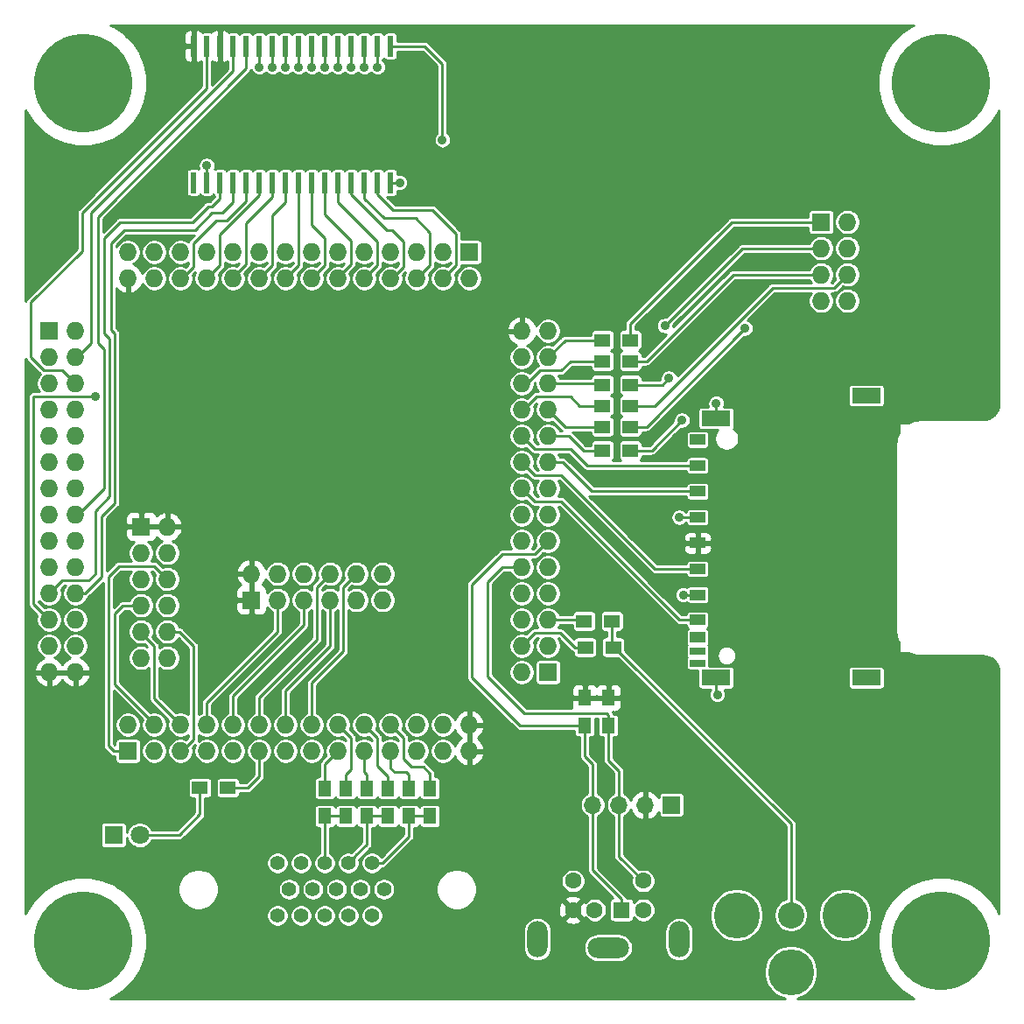
<source format=gbr>
G04 #@! TF.GenerationSoftware,KiCad,Pcbnew,(5.1.5)-3*
G04 #@! TF.CreationDate,2020-04-12T13:36:15-04:00*
G04 #@! TF.ProjectId,EP2C5-DB,45503243-352d-4444-922e-6b696361645f,X2*
G04 #@! TF.SameCoordinates,Original*
G04 #@! TF.FileFunction,Copper,L1,Top*
G04 #@! TF.FilePolarity,Positive*
%FSLAX46Y46*%
G04 Gerber Fmt 4.6, Leading zero omitted, Abs format (unit mm)*
G04 Created by KiCad (PCBNEW (5.1.5)-3) date 2020-04-12 13:36:15*
%MOMM*%
%LPD*%
G04 APERTURE LIST*
%ADD10R,1.800000X1.800000*%
%ADD11C,1.800000*%
%ADD12O,2.000000X3.500000*%
%ADD13R,1.600000X1.600000*%
%ADD14C,1.600000*%
%ADD15O,4.000000X2.000000*%
%ADD16C,4.445000*%
%ADD17C,2.540000*%
%ADD18C,9.525000*%
%ADD19R,1.727200X1.727200*%
%ADD20O,1.727200X1.727200*%
%ADD21R,1.300000X1.500000*%
%ADD22R,1.500000X1.300000*%
%ADD23C,1.397000*%
%ADD24R,0.600000X2.000000*%
%ADD25R,1.500000X0.700000*%
%ADD26R,1.500000X1.000000*%
%ADD27R,2.800000X1.500000*%
%ADD28R,1.700000X1.700000*%
%ADD29O,1.700000X1.700000*%
%ADD30C,0.889000*%
%ADD31C,0.254000*%
G04 APERTURE END LIST*
D10*
X18923000Y-88773000D03*
D11*
X21463000Y-88773000D03*
D12*
X59922000Y-98862000D03*
X73622000Y-98862000D03*
D13*
X68072000Y-96012000D03*
D14*
X65472000Y-96012000D03*
X70172000Y-96012000D03*
X63372000Y-96012000D03*
X70172000Y-93212000D03*
X63372000Y-93212000D03*
D15*
X66772000Y-99662000D03*
D16*
X84455000Y-102031800D03*
X89700100Y-96520000D03*
X79209900Y-96520000D03*
D17*
X84455000Y-96520000D03*
D18*
X99000000Y-16000000D03*
X99000000Y-99000000D03*
D19*
X20320000Y-80645000D03*
D20*
X20320000Y-78105000D03*
X22860000Y-80645000D03*
X22860000Y-78105000D03*
X25400000Y-80645000D03*
X25400000Y-78105000D03*
X27940000Y-80645000D03*
X27940000Y-78105000D03*
X30480000Y-80645000D03*
X30480000Y-78105000D03*
X33020000Y-80645000D03*
X33020000Y-78105000D03*
X35560000Y-80645000D03*
X35560000Y-78105000D03*
X38100000Y-80645000D03*
X38100000Y-78105000D03*
X40640000Y-80645000D03*
X40640000Y-78105000D03*
X43180000Y-80645000D03*
X43180000Y-78105000D03*
X45720000Y-80645000D03*
X45720000Y-78105000D03*
X48260000Y-80645000D03*
X48260000Y-78105000D03*
X50800000Y-80645000D03*
X50800000Y-78105000D03*
X53340000Y-80645000D03*
X53340000Y-78105000D03*
D19*
X60960000Y-73025000D03*
D20*
X58420000Y-73025000D03*
X60960000Y-70485000D03*
X58420000Y-70485000D03*
X60960000Y-67945000D03*
X58420000Y-67945000D03*
X60960000Y-65405000D03*
X58420000Y-65405000D03*
X60960000Y-62865000D03*
X58420000Y-62865000D03*
X60960000Y-60325000D03*
X58420000Y-60325000D03*
X60960000Y-57785000D03*
X58420000Y-57785000D03*
X60960000Y-55245000D03*
X58420000Y-55245000D03*
X60960000Y-52705000D03*
X58420000Y-52705000D03*
X60960000Y-50165000D03*
X58420000Y-50165000D03*
X60960000Y-47625000D03*
X58420000Y-47625000D03*
X60960000Y-45085000D03*
X58420000Y-45085000D03*
X60960000Y-42545000D03*
X58420000Y-42545000D03*
X60960000Y-40005000D03*
X58420000Y-40005000D03*
D19*
X53340000Y-32385000D03*
D20*
X53340000Y-34925000D03*
X50800000Y-32385000D03*
X50800000Y-34925000D03*
X48260000Y-32385000D03*
X48260000Y-34925000D03*
X45720000Y-32385000D03*
X45720000Y-34925000D03*
X43180000Y-32385000D03*
X43180000Y-34925000D03*
X40640000Y-32385000D03*
X40640000Y-34925000D03*
X38100000Y-32385000D03*
X38100000Y-34925000D03*
X35560000Y-32385000D03*
X35560000Y-34925000D03*
X33020000Y-32385000D03*
X33020000Y-34925000D03*
X30480000Y-32385000D03*
X30480000Y-34925000D03*
X27940000Y-32385000D03*
X27940000Y-34925000D03*
X25400000Y-32385000D03*
X25400000Y-34925000D03*
X22860000Y-32385000D03*
X22860000Y-34925000D03*
X20320000Y-32385000D03*
X20320000Y-34925000D03*
D19*
X12700000Y-40005000D03*
D20*
X15240000Y-40005000D03*
X12700000Y-42545000D03*
X15240000Y-42545000D03*
X12700000Y-45085000D03*
X15240000Y-45085000D03*
X12700000Y-47625000D03*
X15240000Y-47625000D03*
X12700000Y-50165000D03*
X15240000Y-50165000D03*
X12700000Y-52705000D03*
X15240000Y-52705000D03*
X12700000Y-55245000D03*
X15240000Y-55245000D03*
X12700000Y-57785000D03*
X15240000Y-57785000D03*
X12700000Y-60325000D03*
X15240000Y-60325000D03*
X12700000Y-62865000D03*
X15240000Y-62865000D03*
X12700000Y-65405000D03*
X15240000Y-65405000D03*
X12700000Y-67945000D03*
X15240000Y-67945000D03*
X12700000Y-70485000D03*
X15240000Y-70485000D03*
X12700000Y-73025000D03*
X15240000Y-73025000D03*
D19*
X21590000Y-58928000D03*
D20*
X24130000Y-58928000D03*
X21590000Y-61468000D03*
X24130000Y-61468000D03*
X21590000Y-64008000D03*
X24130000Y-64008000D03*
X21590000Y-66548000D03*
X24130000Y-66548000D03*
X21590000Y-69088000D03*
X24130000Y-69088000D03*
X21590000Y-71628000D03*
X24130000Y-71628000D03*
D21*
X47498000Y-84248000D03*
X47498000Y-86948000D03*
X49530000Y-84248000D03*
X49530000Y-86948000D03*
X43434000Y-84248000D03*
X43434000Y-86948000D03*
X45466000Y-84248000D03*
X45466000Y-86948000D03*
X41402000Y-84248000D03*
X41402000Y-86948000D03*
D22*
X64436000Y-68072000D03*
X67136000Y-68072000D03*
X64563000Y-70612000D03*
X67263000Y-70612000D03*
D21*
X66802000Y-75485000D03*
X66802000Y-78185000D03*
X64516000Y-75485000D03*
X64516000Y-78185000D03*
D22*
X66214000Y-40894000D03*
X68914000Y-40894000D03*
X66214000Y-45212000D03*
X68914000Y-45212000D03*
X66214000Y-42926000D03*
X68914000Y-42926000D03*
X68914000Y-51562000D03*
X66214000Y-51562000D03*
X68914000Y-49276000D03*
X66214000Y-49276000D03*
X68914000Y-47244000D03*
X66214000Y-47244000D03*
D19*
X87376000Y-29464000D03*
D20*
X89916000Y-29464000D03*
X87376000Y-32004000D03*
X89916000Y-32004000D03*
X87376000Y-34544000D03*
X89916000Y-34544000D03*
X87376000Y-37084000D03*
X89916000Y-37084000D03*
D18*
X16000000Y-99000000D03*
D21*
X39370000Y-84248000D03*
X39370000Y-86948000D03*
D19*
X32258000Y-66040000D03*
D20*
X32258000Y-63500000D03*
X34798000Y-66040000D03*
X34798000Y-63500000D03*
X37338000Y-66040000D03*
X37338000Y-63500000D03*
X39878000Y-66040000D03*
X39878000Y-63500000D03*
X42418000Y-66040000D03*
X42418000Y-63500000D03*
X44958000Y-66040000D03*
X44958000Y-63500000D03*
D23*
X39357300Y-91493340D03*
X41643300Y-91493340D03*
X43934380Y-91493340D03*
X37063680Y-91493340D03*
X34775140Y-91493340D03*
X38209220Y-94033340D03*
X40497760Y-94033340D03*
X42788840Y-94033340D03*
X45079920Y-94033340D03*
X35918140Y-94033340D03*
X43934380Y-96573340D03*
X41643300Y-96573340D03*
X39354760Y-96570800D03*
X37063680Y-96573340D03*
X34775140Y-96573340D03*
D18*
X16000000Y-16000000D03*
D24*
X26670000Y-25650000D03*
X27940000Y-25650000D03*
X29210000Y-25650000D03*
X30480000Y-25650000D03*
X31750000Y-25650000D03*
X33020000Y-25650000D03*
X34290000Y-25650000D03*
X35560000Y-25650000D03*
X36830000Y-25650000D03*
X38100000Y-25650000D03*
X39370000Y-25650000D03*
X40640000Y-25650000D03*
X41910000Y-25650000D03*
X43180000Y-25650000D03*
X44450000Y-25650000D03*
X45720000Y-25650000D03*
X45720000Y-12450000D03*
X44450000Y-12450000D03*
X43180000Y-12450000D03*
X41910000Y-12450000D03*
X40640000Y-12450000D03*
X39370000Y-12450000D03*
X38100000Y-12450000D03*
X36830000Y-12450000D03*
X35560000Y-12450000D03*
X34290000Y-12450000D03*
X33020000Y-12450000D03*
X31750000Y-12450000D03*
X30480000Y-12450000D03*
X29210000Y-12450000D03*
X27940000Y-12450000D03*
X26670000Y-12450000D03*
D25*
X75432000Y-72132000D03*
X75432000Y-70992000D03*
D26*
X75432000Y-55532000D03*
X75432000Y-53032000D03*
X75432000Y-58032000D03*
X75432000Y-60532000D03*
X75432000Y-63032000D03*
X75432000Y-65532000D03*
X75432000Y-67952000D03*
X75432000Y-69652000D03*
X75432000Y-50532000D03*
D27*
X77232000Y-48462000D03*
X77232000Y-73562000D03*
X91732000Y-73562000D03*
X91732000Y-46262000D03*
D22*
X29988500Y-84201000D03*
X27288500Y-84201000D03*
D28*
X72898000Y-85852000D03*
D29*
X70358000Y-85852000D03*
X67818000Y-85852000D03*
X65278000Y-85852000D03*
D30*
X46609000Y-25654000D03*
X74041000Y-65532000D03*
X73660000Y-58039000D03*
X77216000Y-46990000D03*
X77343000Y-75184000D03*
X50736500Y-21526500D03*
X44450000Y-14478000D03*
X43180000Y-14478000D03*
X41910000Y-14478000D03*
X40640000Y-14478000D03*
X38100000Y-14478000D03*
X36830000Y-14478000D03*
X35560000Y-14478000D03*
X34290000Y-14478000D03*
X33020000Y-14478000D03*
X73914000Y-48641000D03*
X72263000Y-39497000D03*
X72644000Y-44577000D03*
X80010000Y-39751000D03*
X17145000Y-46355000D03*
X27940000Y-24003000D03*
X39370000Y-14478000D03*
D31*
X45720000Y-25650000D02*
X46605000Y-25650000D01*
X46605000Y-25650000D02*
X46609000Y-25654000D01*
X75432000Y-65532000D02*
X74041000Y-65532000D01*
X75432000Y-58032000D02*
X73667000Y-58032000D01*
X73667000Y-58032000D02*
X73660000Y-58039000D01*
X77232000Y-48462000D02*
X77232000Y-47006000D01*
X77232000Y-47006000D02*
X77216000Y-46990000D01*
X77232000Y-73562000D02*
X77232000Y-75073000D01*
X77232000Y-75073000D02*
X77343000Y-75184000D01*
X39370000Y-84248000D02*
X39370000Y-81915000D01*
X39370000Y-81915000D02*
X40640000Y-80645000D01*
X41402000Y-84248000D02*
X41402000Y-82931000D01*
X41910000Y-79375000D02*
X40640000Y-78105000D01*
X41910000Y-82423000D02*
X41910000Y-79375000D01*
X41402000Y-82931000D02*
X41910000Y-82423000D01*
X43434000Y-84248000D02*
X43434000Y-82931000D01*
X43180000Y-82677000D02*
X43180000Y-80645000D01*
X43434000Y-82931000D02*
X43180000Y-82677000D01*
X45466000Y-84248000D02*
X45466000Y-83058000D01*
X44450000Y-79375000D02*
X43180000Y-78105000D01*
X44450000Y-82042000D02*
X44450000Y-79375000D01*
X45466000Y-83058000D02*
X44450000Y-82042000D01*
X45720000Y-12450000D02*
X49026000Y-12450000D01*
X50736500Y-14160500D02*
X50736500Y-21526500D01*
X49026000Y-12450000D02*
X50736500Y-14160500D01*
X44450000Y-25650000D02*
X44450000Y-26797000D01*
X49784000Y-28321000D02*
X52070000Y-30607000D01*
X45974000Y-28321000D02*
X49784000Y-28321000D01*
X44450000Y-26797000D02*
X45974000Y-28321000D01*
X50800000Y-34925000D02*
X52070000Y-33655000D01*
X52070000Y-33655000D02*
X52070000Y-30607000D01*
X44450000Y-12450000D02*
X44450000Y-14478000D01*
X43180000Y-25650000D02*
X43180000Y-27178000D01*
X48133000Y-29083000D02*
X49530000Y-30480000D01*
X45085000Y-29083000D02*
X48133000Y-29083000D01*
X43180000Y-27178000D02*
X45085000Y-29083000D01*
X48260000Y-34925000D02*
X49530000Y-33655000D01*
X49530000Y-33655000D02*
X49530000Y-30480000D01*
X43180000Y-12450000D02*
X43180000Y-14478000D01*
X41910000Y-25650000D02*
X41910000Y-26797000D01*
X45339000Y-30226000D02*
X45847000Y-30226000D01*
X41910000Y-26797000D02*
X45339000Y-30226000D01*
X45720000Y-34925000D02*
X45847000Y-34925000D01*
X45847000Y-34925000D02*
X46990000Y-33782000D01*
X46990000Y-33782000D02*
X46990000Y-31369000D01*
X46990000Y-31369000D02*
X45847000Y-30226000D01*
X41910000Y-12450000D02*
X41910000Y-14478000D01*
X43180000Y-34925000D02*
X44450000Y-33655000D01*
X40640000Y-27559000D02*
X40640000Y-25650000D01*
X44450000Y-31369000D02*
X40640000Y-27559000D01*
X44450000Y-33655000D02*
X44450000Y-31369000D01*
X40640000Y-14478000D02*
X40640000Y-12450000D01*
X40640000Y-34925000D02*
X40640000Y-34798000D01*
X40640000Y-34798000D02*
X41910000Y-33528000D01*
X41910000Y-33528000D02*
X41910000Y-31242000D01*
X41910000Y-31242000D02*
X39370000Y-28702000D01*
X39370000Y-28702000D02*
X39370000Y-25650000D01*
X38100000Y-34925000D02*
X39370000Y-33655000D01*
X38100000Y-29718000D02*
X38100000Y-25650000D01*
X39370000Y-30988000D02*
X38100000Y-29718000D01*
X39370000Y-33655000D02*
X39370000Y-30988000D01*
X38100000Y-14478000D02*
X38100000Y-12450000D01*
X35560000Y-34925000D02*
X36830000Y-33655000D01*
X36830000Y-33655000D02*
X36830000Y-25650000D01*
X36830000Y-12450000D02*
X36830000Y-14478000D01*
X33020000Y-34925000D02*
X34290000Y-33655000D01*
X35560000Y-27559000D02*
X35560000Y-25650000D01*
X34290000Y-28829000D02*
X35560000Y-27559000D01*
X34290000Y-33655000D02*
X34290000Y-28829000D01*
X35560000Y-14478000D02*
X35560000Y-12450000D01*
X30480000Y-34925000D02*
X30480000Y-34798000D01*
X30480000Y-34798000D02*
X31750000Y-33528000D01*
X31750000Y-33528000D02*
X31750000Y-29591000D01*
X31750000Y-29591000D02*
X34290000Y-27051000D01*
X34290000Y-27051000D02*
X34290000Y-25650000D01*
X34290000Y-12450000D02*
X34290000Y-14478000D01*
X27940000Y-34925000D02*
X29210000Y-33655000D01*
X33020000Y-26880424D02*
X33020000Y-25650000D01*
X29210000Y-30690424D02*
X33020000Y-26880424D01*
X29210000Y-33655000D02*
X29210000Y-30690424D01*
X33020000Y-14478000D02*
X33020000Y-12450000D01*
X26670000Y-33401000D02*
X26670000Y-31496000D01*
X26670000Y-31496000D02*
X28829000Y-29337000D01*
X25400000Y-34925000D02*
X25527000Y-34925000D01*
X25527000Y-34925000D02*
X26670000Y-33782000D01*
X26670000Y-33782000D02*
X26670000Y-33401000D01*
X28829000Y-29337000D02*
X29845000Y-29337000D01*
X29845000Y-29337000D02*
X31750000Y-27432000D01*
X31750000Y-27432000D02*
X31750000Y-25650000D01*
X15240000Y-45085000D02*
X13970000Y-43815000D01*
X15875000Y-32258000D02*
X15875000Y-28575000D01*
X10922000Y-37211000D02*
X15875000Y-32258000D01*
X10922000Y-42545000D02*
X10922000Y-37211000D01*
X12192000Y-43815000D02*
X10922000Y-42545000D01*
X13970000Y-43815000D02*
X12192000Y-43815000D01*
X15875000Y-28575000D02*
X27940000Y-16510000D01*
X27940000Y-16510000D02*
X27940000Y-12450000D01*
X18033998Y-48895000D02*
X18033998Y-41782998D01*
X31750000Y-14605000D02*
X31750000Y-12450000D01*
X17399000Y-28956000D02*
X31750000Y-14605000D01*
X17399000Y-41148000D02*
X17399000Y-28956000D01*
X18033998Y-41782998D02*
X17399000Y-41148000D01*
X18033998Y-55245000D02*
X18033998Y-48895000D01*
X15493998Y-57785000D02*
X18033998Y-55245000D01*
X15240000Y-57785000D02*
X15493998Y-57785000D01*
X18034000Y-34036000D02*
X18034000Y-30988000D01*
X26543000Y-29464000D02*
X28067000Y-27940000D01*
X19558000Y-29464000D02*
X26543000Y-29464000D01*
X18034000Y-30988000D02*
X19558000Y-29464000D01*
X18542000Y-44323000D02*
X18542000Y-40767000D01*
X18034000Y-40259000D02*
X18034000Y-34036000D01*
X18542000Y-40767000D02*
X18034000Y-40259000D01*
X17145000Y-57404000D02*
X17145000Y-63500000D01*
X18542000Y-56007000D02*
X17145000Y-57404000D01*
X29210000Y-25650000D02*
X29210000Y-27178000D01*
X29210000Y-27178000D02*
X28448000Y-27940000D01*
X28448000Y-27940000D02*
X28067000Y-27940000D01*
X13970000Y-64135000D02*
X12700000Y-65405000D01*
X16510000Y-64135000D02*
X13970000Y-64135000D01*
X17145000Y-63500000D02*
X16510000Y-64135000D01*
X18542000Y-44323000D02*
X18542000Y-56007000D01*
X18669000Y-34544000D02*
X18669000Y-31496000D01*
X26797000Y-30226000D02*
X28448000Y-28575000D01*
X19939000Y-30226000D02*
X26797000Y-30226000D01*
X18669000Y-31496000D02*
X19939000Y-30226000D01*
X19050002Y-43688000D02*
X19050002Y-40259002D01*
X18669000Y-39878000D02*
X18669000Y-34544000D01*
X19050002Y-40259002D02*
X18669000Y-39878000D01*
X17780000Y-57912000D02*
X17780000Y-63754000D01*
X19050002Y-56641998D02*
X17780000Y-57912000D01*
X15240000Y-65405000D02*
X16129000Y-65405000D01*
X16129000Y-65405000D02*
X17780000Y-63754000D01*
X30480000Y-27559000D02*
X30480000Y-25650000D01*
X28448000Y-28575000D02*
X29464000Y-28575000D01*
X29464000Y-28575000D02*
X30480000Y-27559000D01*
X19050002Y-56641998D02*
X19050002Y-43688000D01*
X15240000Y-42545000D02*
X15367000Y-42545000D01*
X15367000Y-42545000D02*
X16764000Y-41148000D01*
X16764000Y-28575000D02*
X30480000Y-14859000D01*
X16764000Y-41148000D02*
X16764000Y-28575000D01*
X15240000Y-42545000D02*
X15621000Y-42545000D01*
X30480000Y-14859000D02*
X30480000Y-12450000D01*
X67818000Y-90858000D02*
X70172000Y-93212000D01*
X67818000Y-90858000D02*
X67818000Y-85852000D01*
X66802000Y-81534000D02*
X67818000Y-82550000D01*
X66802000Y-78185000D02*
X66802000Y-81534000D01*
X67818000Y-82550000D02*
X67818000Y-85852000D01*
X56515000Y-62865000D02*
X58420000Y-62865000D01*
X66802000Y-77181000D02*
X66583000Y-76962000D01*
X66802000Y-78185000D02*
X66802000Y-77181000D01*
X66583000Y-76962000D02*
X58674000Y-76962000D01*
X58674000Y-76962000D02*
X55118000Y-73406000D01*
X55118000Y-73406000D02*
X55118000Y-64262000D01*
X55118000Y-64262000D02*
X56515000Y-62865000D01*
X64516000Y-78385198D02*
X64516000Y-80137000D01*
X64516000Y-80137000D02*
X64516000Y-81153000D01*
X64516000Y-78185000D02*
X64516000Y-80137000D01*
X60096401Y-61188599D02*
X60960000Y-60325000D01*
X59715399Y-61569601D02*
X60096401Y-61188599D01*
X56540399Y-61569601D02*
X59715399Y-61569601D01*
X68072000Y-94958000D02*
X68072000Y-96012000D01*
X65278000Y-92164000D02*
X68072000Y-94958000D01*
X65278000Y-81915000D02*
X65278000Y-92164000D01*
X64516000Y-81153000D02*
X65278000Y-81915000D01*
X64516000Y-78185000D02*
X64516000Y-81153000D01*
X64516000Y-78185000D02*
X58246000Y-78185000D01*
X58246000Y-78185000D02*
X53594000Y-73533000D01*
X53594000Y-64516000D02*
X56540399Y-61569601D01*
X53594000Y-73533000D02*
X53594000Y-64516000D01*
X66214000Y-51562000D02*
X64389000Y-51562000D01*
X62992000Y-50165000D02*
X60960000Y-50165000D01*
X64389000Y-51562000D02*
X62992000Y-50165000D01*
X66214000Y-49276000D02*
X62611000Y-49276000D01*
X62611000Y-49276000D02*
X60960000Y-47625000D01*
X58420000Y-47625000D02*
X58547000Y-47625000D01*
X58547000Y-47625000D02*
X59817000Y-46355000D01*
X59817000Y-46355000D02*
X63119000Y-46355000D01*
X63119000Y-46355000D02*
X64008000Y-47244000D01*
X64008000Y-47244000D02*
X66214000Y-47244000D01*
X60960000Y-45085000D02*
X66087000Y-45085000D01*
X66087000Y-45085000D02*
X66214000Y-45212000D01*
X58420000Y-45085000D02*
X58928000Y-45085000D01*
X58928000Y-45085000D02*
X60198000Y-43815000D01*
X60198000Y-43815000D02*
X62230000Y-43815000D01*
X62230000Y-43815000D02*
X63119000Y-42926000D01*
X63119000Y-42926000D02*
X66214000Y-42926000D01*
X66214000Y-40894000D02*
X62611000Y-40894000D01*
X62611000Y-40894000D02*
X60960000Y-42545000D01*
X63559000Y-70612000D02*
X64563000Y-70612000D01*
X62136601Y-69189601D02*
X63559000Y-70612000D01*
X59715399Y-69189601D02*
X62136601Y-69189601D01*
X58420000Y-70485000D02*
X59715399Y-69189601D01*
X64309000Y-67945000D02*
X64436000Y-68072000D01*
X60960000Y-67945000D02*
X64309000Y-67945000D01*
X75432000Y-53032000D02*
X64716000Y-53032000D01*
X59690000Y-51435000D02*
X58420000Y-50165000D01*
X63119000Y-51435000D02*
X59690000Y-51435000D01*
X64716000Y-53032000D02*
X63119000Y-51435000D01*
X75432000Y-63032000D02*
X71287000Y-63032000D01*
X59690000Y-53975000D02*
X58420000Y-52705000D01*
X62230000Y-53975000D02*
X59690000Y-53975000D01*
X71287000Y-63032000D02*
X62230000Y-53975000D01*
X58420000Y-52705000D02*
X58420000Y-52832000D01*
X24130000Y-64008000D02*
X22860000Y-62738000D01*
X18923000Y-80645000D02*
X20320000Y-80645000D01*
X18415000Y-80137000D02*
X18923000Y-80645000D01*
X18415000Y-63754000D02*
X18415000Y-80137000D01*
X19431000Y-62738000D02*
X18415000Y-63754000D01*
X22860000Y-62738000D02*
X19431000Y-62738000D01*
X22860000Y-78105000D02*
X22860000Y-77978000D01*
X22860000Y-77978000D02*
X19050000Y-74168000D01*
X19050000Y-74168000D02*
X19050000Y-67310000D01*
X19050000Y-67310000D02*
X19812000Y-66548000D01*
X19812000Y-66548000D02*
X21590000Y-66548000D01*
X25400000Y-80645000D02*
X25527000Y-80645000D01*
X25527000Y-80645000D02*
X26670000Y-79502000D01*
X25273000Y-69088000D02*
X24130000Y-69088000D01*
X26670000Y-70485000D02*
X25273000Y-69088000D01*
X26670000Y-79502000D02*
X26670000Y-70485000D01*
X25400000Y-80518000D02*
X25400000Y-80645000D01*
X21590000Y-69088000D02*
X21590000Y-69215000D01*
X21590000Y-69215000D02*
X22860000Y-70485000D01*
X22860000Y-70485000D02*
X22860000Y-75565000D01*
X22860000Y-75565000D02*
X25400000Y-78105000D01*
X27940000Y-78105000D02*
X27940000Y-75946000D01*
X34798000Y-69088000D02*
X34798000Y-66040000D01*
X27940000Y-75946000D02*
X34798000Y-69088000D01*
X47498000Y-84248000D02*
X47498000Y-82931000D01*
X45720000Y-82296000D02*
X45720000Y-80645000D01*
X46101000Y-82677000D02*
X45720000Y-82296000D01*
X47244000Y-82677000D02*
X46101000Y-82677000D01*
X47498000Y-82931000D02*
X47244000Y-82677000D01*
X45720000Y-80645000D02*
X45720000Y-81407000D01*
X45720000Y-78105000D02*
X46990000Y-79375000D01*
X49530000Y-82804000D02*
X49530000Y-84248000D01*
X48895000Y-82169000D02*
X49530000Y-82804000D01*
X47752000Y-82169000D02*
X48895000Y-82169000D01*
X46990000Y-81407000D02*
X47752000Y-82169000D01*
X46990000Y-79375000D02*
X46990000Y-81407000D01*
X87376000Y-29464000D02*
X78740000Y-29464000D01*
X68914000Y-39290000D02*
X68914000Y-40894000D01*
X78740000Y-29464000D02*
X68914000Y-39290000D01*
X73914000Y-48641000D02*
X70993000Y-51562000D01*
X70993000Y-51562000D02*
X68914000Y-51562000D01*
X89916000Y-29464000D02*
X89916000Y-29718000D01*
X87376000Y-32004000D02*
X79756000Y-32004000D01*
X79756000Y-32004000D02*
X72263000Y-39497000D01*
X68914000Y-45212000D02*
X72009000Y-45212000D01*
X72009000Y-45212000D02*
X72644000Y-44577000D01*
X68914000Y-49276000D02*
X70485000Y-49276000D01*
X70485000Y-49276000D02*
X80010000Y-39751000D01*
X87376000Y-34544000D02*
X78867000Y-34544000D01*
X78867000Y-34544000D02*
X70485000Y-42926000D01*
X68914000Y-42926000D02*
X70485000Y-42926000D01*
X82677000Y-35814000D02*
X71247000Y-47244000D01*
X68914000Y-47244000D02*
X71247000Y-47244000D01*
X88646000Y-35814000D02*
X89916000Y-34544000D01*
X82677000Y-35814000D02*
X88646000Y-35814000D01*
X39370000Y-86948000D02*
X41402000Y-86948000D01*
X39357300Y-86960700D02*
X39370000Y-86948000D01*
X39357300Y-91493340D02*
X39357300Y-86960700D01*
X43434000Y-86948000D02*
X45466000Y-86948000D01*
X42341799Y-90794841D02*
X42341799Y-90754201D01*
X41643300Y-91493340D02*
X42341799Y-90794841D01*
X43434000Y-89662000D02*
X43434000Y-86948000D01*
X42341799Y-90754201D02*
X43434000Y-89662000D01*
X49530000Y-86948000D02*
X47498000Y-86948000D01*
X47498000Y-88917548D02*
X47498000Y-86948000D01*
X43934380Y-91493340D02*
X44922208Y-91493340D01*
X44922208Y-91493340D02*
X47498000Y-88917548D01*
X67136000Y-70485000D02*
X67263000Y-70612000D01*
X67136000Y-68072000D02*
X67136000Y-70485000D01*
X84455000Y-94723949D02*
X84455000Y-96520000D01*
X84455000Y-87704000D02*
X84455000Y-94723949D01*
X67363000Y-70612000D02*
X84455000Y-87704000D01*
X67263000Y-70612000D02*
X67363000Y-70612000D01*
X30480000Y-78105000D02*
X30480000Y-75311000D01*
X37338000Y-68453000D02*
X37338000Y-66040000D01*
X30480000Y-75311000D02*
X37338000Y-68453000D01*
X75432000Y-67952000D02*
X73667000Y-67952000D01*
X73667000Y-67952000D02*
X62230000Y-56515000D01*
X58420000Y-55245000D02*
X59690000Y-56515000D01*
X59690000Y-56515000D02*
X62230000Y-56515000D01*
X75432000Y-55532000D02*
X65184000Y-55532000D01*
X62357000Y-52705000D02*
X60960000Y-52705000D01*
X65184000Y-55532000D02*
X62357000Y-52705000D01*
X29988500Y-84201000D02*
X31940500Y-84201000D01*
X33020000Y-83121500D02*
X33020000Y-80645000D01*
X31940500Y-84201000D02*
X33020000Y-83121500D01*
X33020000Y-78105000D02*
X33020000Y-75438000D01*
X38608000Y-64770000D02*
X39878000Y-63500000D01*
X38608000Y-69850000D02*
X38608000Y-64770000D01*
X33020000Y-75438000D02*
X38608000Y-69850000D01*
X33020000Y-78105000D02*
X33020000Y-77723998D01*
X33020000Y-78105000D02*
X33020000Y-77597000D01*
X35560000Y-78105000D02*
X35560000Y-74803000D01*
X39878000Y-70485000D02*
X39878000Y-66040000D01*
X35560000Y-74803000D02*
X39878000Y-70485000D01*
X35560000Y-78105000D02*
X35560000Y-77851000D01*
X38100000Y-78105000D02*
X38100000Y-74041000D01*
X41148000Y-64770000D02*
X42418000Y-63500000D01*
X41148000Y-70993000D02*
X41148000Y-64770000D01*
X38100000Y-74041000D02*
X41148000Y-70993000D01*
X17145000Y-46355000D02*
X11176000Y-46355000D01*
X11176000Y-46355000D02*
X11176000Y-66421000D01*
X27940000Y-25650000D02*
X27940000Y-24003000D01*
X11176000Y-66421000D02*
X12700000Y-67945000D01*
X39370000Y-12450000D02*
X39370000Y-14478000D01*
X21463000Y-88773000D02*
X25273000Y-88773000D01*
X27288500Y-86757500D02*
X27288500Y-84201000D01*
X25273000Y-88773000D02*
X27288500Y-86757500D01*
G36*
X96082383Y-10541522D02*
G01*
X95073548Y-11215604D01*
X94215604Y-12073548D01*
X93541522Y-13082383D01*
X93077206Y-14203340D01*
X92840500Y-15393342D01*
X92840500Y-16606658D01*
X93077206Y-17796660D01*
X93541522Y-18917617D01*
X94215604Y-19926452D01*
X95073548Y-20784396D01*
X96082383Y-21458478D01*
X97203340Y-21922794D01*
X98393342Y-22159500D01*
X99606658Y-22159500D01*
X100796660Y-21922794D01*
X101917617Y-21458478D01*
X102926452Y-20784396D01*
X103784396Y-19926452D01*
X104458478Y-18917617D01*
X104569001Y-18650791D01*
X104569000Y-46978920D01*
X104537091Y-47304352D01*
X104448701Y-47597114D01*
X104305132Y-47867126D01*
X104111849Y-48104115D01*
X103876219Y-48299045D01*
X103607209Y-48444498D01*
X103315076Y-48534928D01*
X102990908Y-48569000D01*
X96978832Y-48569000D01*
X96959440Y-48570910D01*
X96946974Y-48570823D01*
X96940985Y-48571410D01*
X96552792Y-48612211D01*
X96514538Y-48620063D01*
X96476155Y-48627386D01*
X96470394Y-48629125D01*
X96097519Y-48744549D01*
X96061514Y-48759684D01*
X96025289Y-48774320D01*
X96019975Y-48777145D01*
X95842695Y-48873000D01*
X95000000Y-48873000D01*
X94975224Y-48875440D01*
X94951399Y-48882667D01*
X94929443Y-48894403D01*
X94910197Y-48910197D01*
X94894403Y-48929443D01*
X94882667Y-48951399D01*
X94875440Y-48975224D01*
X94873000Y-49000000D01*
X94873000Y-49842476D01*
X94770358Y-50035516D01*
X94755469Y-50071640D01*
X94740083Y-50107538D01*
X94738303Y-50113287D01*
X94625485Y-50486959D01*
X94617898Y-50525276D01*
X94609776Y-50563487D01*
X94609147Y-50569472D01*
X94571057Y-50957941D01*
X94571057Y-50957949D01*
X94569000Y-50978833D01*
X94569001Y-69021168D01*
X94570910Y-69040550D01*
X94570823Y-69053026D01*
X94571410Y-69059015D01*
X94612211Y-69447208D01*
X94620063Y-69485462D01*
X94627386Y-69523845D01*
X94629125Y-69529606D01*
X94744549Y-69902481D01*
X94759684Y-69938486D01*
X94774320Y-69974711D01*
X94777145Y-69980025D01*
X94873000Y-70157305D01*
X94873000Y-71000000D01*
X94875440Y-71024776D01*
X94882667Y-71048601D01*
X94894403Y-71070557D01*
X94910197Y-71089803D01*
X94929443Y-71105597D01*
X94951399Y-71117333D01*
X94975224Y-71124560D01*
X95000000Y-71127000D01*
X95842475Y-71127000D01*
X96035516Y-71229642D01*
X96071640Y-71244531D01*
X96107538Y-71259917D01*
X96113279Y-71261695D01*
X96113285Y-71261697D01*
X96113291Y-71261698D01*
X96486958Y-71374515D01*
X96525289Y-71382105D01*
X96563487Y-71390224D01*
X96569472Y-71390853D01*
X96957942Y-71428943D01*
X96957948Y-71428943D01*
X96978832Y-71431000D01*
X102978920Y-71431000D01*
X103304352Y-71462909D01*
X103597113Y-71551299D01*
X103867126Y-71694868D01*
X104104115Y-71888151D01*
X104299045Y-72123781D01*
X104444498Y-72392791D01*
X104534928Y-72684924D01*
X104569000Y-73009092D01*
X104569001Y-96349209D01*
X104458478Y-96082383D01*
X103784396Y-95073548D01*
X102926452Y-94215604D01*
X101917617Y-93541522D01*
X100796660Y-93077206D01*
X99606658Y-92840500D01*
X98393342Y-92840500D01*
X97203340Y-93077206D01*
X96082383Y-93541522D01*
X95073548Y-94215604D01*
X94215604Y-95073548D01*
X93541522Y-96082383D01*
X93077206Y-97203340D01*
X92840500Y-98393342D01*
X92840500Y-99606658D01*
X93077206Y-100796660D01*
X93541522Y-101917617D01*
X94215604Y-102926452D01*
X95073548Y-103784396D01*
X96082383Y-104458478D01*
X96349206Y-104569000D01*
X85044735Y-104569000D01*
X85214413Y-104535249D01*
X85688220Y-104338992D01*
X86114634Y-104054070D01*
X86477270Y-103691434D01*
X86762192Y-103265020D01*
X86958449Y-102791213D01*
X87058500Y-102288222D01*
X87058500Y-101775378D01*
X86958449Y-101272387D01*
X86762192Y-100798580D01*
X86477270Y-100372166D01*
X86114634Y-100009530D01*
X85688220Y-99724608D01*
X85214413Y-99528351D01*
X84711422Y-99428300D01*
X84198578Y-99428300D01*
X83695587Y-99528351D01*
X83221780Y-99724608D01*
X82795366Y-100009530D01*
X82432730Y-100372166D01*
X82147808Y-100798580D01*
X81951551Y-101272387D01*
X81851500Y-101775378D01*
X81851500Y-102288222D01*
X81951551Y-102791213D01*
X82147808Y-103265020D01*
X82432730Y-103691434D01*
X82795366Y-104054070D01*
X83221780Y-104338992D01*
X83695587Y-104535249D01*
X83865265Y-104569000D01*
X18650794Y-104569000D01*
X18917617Y-104458478D01*
X19926452Y-103784396D01*
X20784396Y-102926452D01*
X21458478Y-101917617D01*
X21922794Y-100796660D01*
X22159500Y-99606658D01*
X22159500Y-98393342D01*
X22090044Y-98044158D01*
X58541000Y-98044158D01*
X58541000Y-99679843D01*
X58560982Y-99882723D01*
X58639950Y-100143043D01*
X58768186Y-100382955D01*
X58940762Y-100593239D01*
X59151046Y-100765815D01*
X59390958Y-100894051D01*
X59651278Y-100973018D01*
X59922000Y-100999682D01*
X60192723Y-100973018D01*
X60453043Y-100894051D01*
X60692955Y-100765815D01*
X60903239Y-100593239D01*
X61075815Y-100382955D01*
X61204051Y-100143043D01*
X61283018Y-99882723D01*
X61303000Y-99679843D01*
X61303000Y-99662000D01*
X64384318Y-99662000D01*
X64410982Y-99932723D01*
X64489949Y-100193043D01*
X64618185Y-100432955D01*
X64790761Y-100643239D01*
X65001045Y-100815815D01*
X65240957Y-100944051D01*
X65501277Y-101023018D01*
X65704157Y-101043000D01*
X67839843Y-101043000D01*
X68042723Y-101023018D01*
X68303043Y-100944051D01*
X68542955Y-100815815D01*
X68753239Y-100643239D01*
X68925815Y-100432955D01*
X69054051Y-100193043D01*
X69133018Y-99932723D01*
X69159682Y-99662000D01*
X69133018Y-99391277D01*
X69054051Y-99130957D01*
X68925815Y-98891045D01*
X68753239Y-98680761D01*
X68542955Y-98508185D01*
X68303043Y-98379949D01*
X68042723Y-98300982D01*
X67839843Y-98281000D01*
X65704157Y-98281000D01*
X65501277Y-98300982D01*
X65240957Y-98379949D01*
X65001045Y-98508185D01*
X64790761Y-98680761D01*
X64618185Y-98891045D01*
X64489949Y-99130957D01*
X64410982Y-99391277D01*
X64384318Y-99662000D01*
X61303000Y-99662000D01*
X61303000Y-98044158D01*
X72241000Y-98044158D01*
X72241000Y-99679843D01*
X72260982Y-99882723D01*
X72339950Y-100143043D01*
X72468186Y-100382955D01*
X72640762Y-100593239D01*
X72851046Y-100765815D01*
X73090958Y-100894051D01*
X73351278Y-100973018D01*
X73622000Y-100999682D01*
X73892723Y-100973018D01*
X74153043Y-100894051D01*
X74392955Y-100765815D01*
X74603239Y-100593239D01*
X74775815Y-100382955D01*
X74904051Y-100143043D01*
X74983018Y-99882723D01*
X75003000Y-99679843D01*
X75003000Y-98044157D01*
X74983018Y-97841277D01*
X74904051Y-97580957D01*
X74775815Y-97341045D01*
X74603238Y-97130761D01*
X74392954Y-96958185D01*
X74153042Y-96829949D01*
X73892722Y-96750982D01*
X73622000Y-96724318D01*
X73351277Y-96750982D01*
X73090957Y-96829949D01*
X72851045Y-96958185D01*
X72640761Y-97130762D01*
X72468185Y-97341046D01*
X72339949Y-97580958D01*
X72260982Y-97841278D01*
X72241000Y-98044158D01*
X61303000Y-98044158D01*
X61303000Y-98044157D01*
X61283018Y-97841277D01*
X61204051Y-97580957D01*
X61075815Y-97341045D01*
X60903238Y-97130761D01*
X60749636Y-97004702D01*
X62558903Y-97004702D01*
X62630486Y-97248671D01*
X62885996Y-97369571D01*
X63160184Y-97438300D01*
X63442512Y-97452217D01*
X63722130Y-97410787D01*
X63988292Y-97315603D01*
X64113514Y-97248671D01*
X64185097Y-97004702D01*
X63372000Y-96191605D01*
X62558903Y-97004702D01*
X60749636Y-97004702D01*
X60692954Y-96958185D01*
X60453042Y-96829949D01*
X60192722Y-96750982D01*
X59922000Y-96724318D01*
X59651277Y-96750982D01*
X59390957Y-96829949D01*
X59151045Y-96958185D01*
X58940761Y-97130762D01*
X58768185Y-97341046D01*
X58639949Y-97580958D01*
X58560982Y-97841278D01*
X58541000Y-98044158D01*
X22090044Y-98044158D01*
X21922794Y-97203340D01*
X21617800Y-96467019D01*
X33695640Y-96467019D01*
X33695640Y-96679661D01*
X33737125Y-96888218D01*
X33818500Y-97084675D01*
X33936638Y-97261481D01*
X34086999Y-97411842D01*
X34263805Y-97529980D01*
X34460262Y-97611355D01*
X34668819Y-97652840D01*
X34881461Y-97652840D01*
X35090018Y-97611355D01*
X35286475Y-97529980D01*
X35463281Y-97411842D01*
X35613642Y-97261481D01*
X35731780Y-97084675D01*
X35813155Y-96888218D01*
X35854640Y-96679661D01*
X35854640Y-96467019D01*
X35984180Y-96467019D01*
X35984180Y-96679661D01*
X36025665Y-96888218D01*
X36107040Y-97084675D01*
X36225178Y-97261481D01*
X36375539Y-97411842D01*
X36552345Y-97529980D01*
X36748802Y-97611355D01*
X36957359Y-97652840D01*
X37170001Y-97652840D01*
X37378558Y-97611355D01*
X37575015Y-97529980D01*
X37751821Y-97411842D01*
X37902182Y-97261481D01*
X38020320Y-97084675D01*
X38101695Y-96888218D01*
X38143180Y-96679661D01*
X38143180Y-96467019D01*
X38142675Y-96464479D01*
X38275260Y-96464479D01*
X38275260Y-96677121D01*
X38316745Y-96885678D01*
X38398120Y-97082135D01*
X38516258Y-97258941D01*
X38666619Y-97409302D01*
X38843425Y-97527440D01*
X39039882Y-97608815D01*
X39248439Y-97650300D01*
X39461081Y-97650300D01*
X39669638Y-97608815D01*
X39866095Y-97527440D01*
X40042901Y-97409302D01*
X40193262Y-97258941D01*
X40311400Y-97082135D01*
X40392775Y-96885678D01*
X40434260Y-96677121D01*
X40434260Y-96467019D01*
X40563800Y-96467019D01*
X40563800Y-96679661D01*
X40605285Y-96888218D01*
X40686660Y-97084675D01*
X40804798Y-97261481D01*
X40955159Y-97411842D01*
X41131965Y-97529980D01*
X41328422Y-97611355D01*
X41536979Y-97652840D01*
X41749621Y-97652840D01*
X41958178Y-97611355D01*
X42154635Y-97529980D01*
X42331441Y-97411842D01*
X42481802Y-97261481D01*
X42599940Y-97084675D01*
X42681315Y-96888218D01*
X42722800Y-96679661D01*
X42722800Y-96467019D01*
X42854880Y-96467019D01*
X42854880Y-96679661D01*
X42896365Y-96888218D01*
X42977740Y-97084675D01*
X43095878Y-97261481D01*
X43246239Y-97411842D01*
X43423045Y-97529980D01*
X43619502Y-97611355D01*
X43828059Y-97652840D01*
X44040701Y-97652840D01*
X44249258Y-97611355D01*
X44445715Y-97529980D01*
X44622521Y-97411842D01*
X44772882Y-97261481D01*
X44891020Y-97084675D01*
X44972395Y-96888218D01*
X45013880Y-96679661D01*
X45013880Y-96467019D01*
X44972395Y-96258462D01*
X44899515Y-96082512D01*
X61931783Y-96082512D01*
X61973213Y-96362130D01*
X62068397Y-96628292D01*
X62135329Y-96753514D01*
X62379298Y-96825097D01*
X63192395Y-96012000D01*
X63551605Y-96012000D01*
X64364702Y-96825097D01*
X64558152Y-96768337D01*
X64719157Y-96929342D01*
X64912587Y-97058588D01*
X65127515Y-97147614D01*
X65355682Y-97193000D01*
X65588318Y-97193000D01*
X65816485Y-97147614D01*
X66031413Y-97058588D01*
X66224843Y-96929342D01*
X66389342Y-96764843D01*
X66518588Y-96571413D01*
X66607614Y-96356485D01*
X66653000Y-96128318D01*
X66653000Y-95895682D01*
X66607614Y-95667515D01*
X66518588Y-95452587D01*
X66389342Y-95259157D01*
X66224843Y-95094658D01*
X66031413Y-94965412D01*
X65816485Y-94876386D01*
X65588318Y-94831000D01*
X65355682Y-94831000D01*
X65127515Y-94876386D01*
X64912587Y-94965412D01*
X64719157Y-95094658D01*
X64558152Y-95255663D01*
X64364702Y-95198903D01*
X63551605Y-96012000D01*
X63192395Y-96012000D01*
X62379298Y-95198903D01*
X62135329Y-95270486D01*
X62014429Y-95525996D01*
X61945700Y-95800184D01*
X61931783Y-96082512D01*
X44899515Y-96082512D01*
X44891020Y-96062005D01*
X44772882Y-95885199D01*
X44622521Y-95734838D01*
X44445715Y-95616700D01*
X44249258Y-95535325D01*
X44040701Y-95493840D01*
X43828059Y-95493840D01*
X43619502Y-95535325D01*
X43423045Y-95616700D01*
X43246239Y-95734838D01*
X43095878Y-95885199D01*
X42977740Y-96062005D01*
X42896365Y-96258462D01*
X42854880Y-96467019D01*
X42722800Y-96467019D01*
X42681315Y-96258462D01*
X42599940Y-96062005D01*
X42481802Y-95885199D01*
X42331441Y-95734838D01*
X42154635Y-95616700D01*
X41958178Y-95535325D01*
X41749621Y-95493840D01*
X41536979Y-95493840D01*
X41328422Y-95535325D01*
X41131965Y-95616700D01*
X40955159Y-95734838D01*
X40804798Y-95885199D01*
X40686660Y-96062005D01*
X40605285Y-96258462D01*
X40563800Y-96467019D01*
X40434260Y-96467019D01*
X40434260Y-96464479D01*
X40392775Y-96255922D01*
X40311400Y-96059465D01*
X40193262Y-95882659D01*
X40042901Y-95732298D01*
X39866095Y-95614160D01*
X39669638Y-95532785D01*
X39461081Y-95491300D01*
X39248439Y-95491300D01*
X39039882Y-95532785D01*
X38843425Y-95614160D01*
X38666619Y-95732298D01*
X38516258Y-95882659D01*
X38398120Y-96059465D01*
X38316745Y-96255922D01*
X38275260Y-96464479D01*
X38142675Y-96464479D01*
X38101695Y-96258462D01*
X38020320Y-96062005D01*
X37902182Y-95885199D01*
X37751821Y-95734838D01*
X37575015Y-95616700D01*
X37378558Y-95535325D01*
X37170001Y-95493840D01*
X36957359Y-95493840D01*
X36748802Y-95535325D01*
X36552345Y-95616700D01*
X36375539Y-95734838D01*
X36225178Y-95885199D01*
X36107040Y-96062005D01*
X36025665Y-96258462D01*
X35984180Y-96467019D01*
X35854640Y-96467019D01*
X35813155Y-96258462D01*
X35731780Y-96062005D01*
X35613642Y-95885199D01*
X35463281Y-95734838D01*
X35286475Y-95616700D01*
X35090018Y-95535325D01*
X34881461Y-95493840D01*
X34668819Y-95493840D01*
X34460262Y-95535325D01*
X34263805Y-95616700D01*
X34086999Y-95734838D01*
X33936638Y-95885199D01*
X33818500Y-96062005D01*
X33737125Y-96258462D01*
X33695640Y-96467019D01*
X21617800Y-96467019D01*
X21458478Y-96082383D01*
X20784396Y-95073548D01*
X19926452Y-94215604D01*
X19361671Y-93838229D01*
X25148740Y-93838229D01*
X25148740Y-94228451D01*
X25224869Y-94611176D01*
X25374201Y-94971695D01*
X25590997Y-95296154D01*
X25866926Y-95572083D01*
X26191385Y-95788879D01*
X26551904Y-95938211D01*
X26934629Y-96014340D01*
X27324851Y-96014340D01*
X27707576Y-95938211D01*
X28068095Y-95788879D01*
X28392554Y-95572083D01*
X28668483Y-95296154D01*
X28885279Y-94971695D01*
X29034611Y-94611176D01*
X29110740Y-94228451D01*
X29110740Y-93927019D01*
X34838640Y-93927019D01*
X34838640Y-94139661D01*
X34880125Y-94348218D01*
X34961500Y-94544675D01*
X35079638Y-94721481D01*
X35229999Y-94871842D01*
X35406805Y-94989980D01*
X35603262Y-95071355D01*
X35811819Y-95112840D01*
X36024461Y-95112840D01*
X36233018Y-95071355D01*
X36429475Y-94989980D01*
X36606281Y-94871842D01*
X36756642Y-94721481D01*
X36874780Y-94544675D01*
X36956155Y-94348218D01*
X36997640Y-94139661D01*
X36997640Y-93927019D01*
X37129720Y-93927019D01*
X37129720Y-94139661D01*
X37171205Y-94348218D01*
X37252580Y-94544675D01*
X37370718Y-94721481D01*
X37521079Y-94871842D01*
X37697885Y-94989980D01*
X37894342Y-95071355D01*
X38102899Y-95112840D01*
X38315541Y-95112840D01*
X38524098Y-95071355D01*
X38720555Y-94989980D01*
X38897361Y-94871842D01*
X39047722Y-94721481D01*
X39165860Y-94544675D01*
X39247235Y-94348218D01*
X39288720Y-94139661D01*
X39288720Y-93927019D01*
X39418260Y-93927019D01*
X39418260Y-94139661D01*
X39459745Y-94348218D01*
X39541120Y-94544675D01*
X39659258Y-94721481D01*
X39809619Y-94871842D01*
X39986425Y-94989980D01*
X40182882Y-95071355D01*
X40391439Y-95112840D01*
X40604081Y-95112840D01*
X40812638Y-95071355D01*
X41009095Y-94989980D01*
X41185901Y-94871842D01*
X41336262Y-94721481D01*
X41454400Y-94544675D01*
X41535775Y-94348218D01*
X41577260Y-94139661D01*
X41577260Y-93927019D01*
X41709340Y-93927019D01*
X41709340Y-94139661D01*
X41750825Y-94348218D01*
X41832200Y-94544675D01*
X41950338Y-94721481D01*
X42100699Y-94871842D01*
X42277505Y-94989980D01*
X42473962Y-95071355D01*
X42682519Y-95112840D01*
X42895161Y-95112840D01*
X43103718Y-95071355D01*
X43300175Y-94989980D01*
X43476981Y-94871842D01*
X43627342Y-94721481D01*
X43745480Y-94544675D01*
X43826855Y-94348218D01*
X43868340Y-94139661D01*
X43868340Y-93927019D01*
X44000420Y-93927019D01*
X44000420Y-94139661D01*
X44041905Y-94348218D01*
X44123280Y-94544675D01*
X44241418Y-94721481D01*
X44391779Y-94871842D01*
X44568585Y-94989980D01*
X44765042Y-95071355D01*
X44973599Y-95112840D01*
X45186241Y-95112840D01*
X45394798Y-95071355D01*
X45591255Y-94989980D01*
X45768061Y-94871842D01*
X45918422Y-94721481D01*
X46036560Y-94544675D01*
X46117935Y-94348218D01*
X46159420Y-94139661D01*
X46159420Y-93927019D01*
X46141759Y-93838229D01*
X50137260Y-93838229D01*
X50137260Y-94228451D01*
X50213389Y-94611176D01*
X50362721Y-94971695D01*
X50579517Y-95296154D01*
X50855446Y-95572083D01*
X51179905Y-95788879D01*
X51540424Y-95938211D01*
X51923149Y-96014340D01*
X52313371Y-96014340D01*
X52696096Y-95938211D01*
X53056615Y-95788879D01*
X53381074Y-95572083D01*
X53657003Y-95296154D01*
X53841991Y-95019298D01*
X62558903Y-95019298D01*
X63372000Y-95832395D01*
X64185097Y-95019298D01*
X64113514Y-94775329D01*
X63858004Y-94654429D01*
X63583816Y-94585700D01*
X63301488Y-94571783D01*
X63021870Y-94613213D01*
X62755708Y-94708397D01*
X62630486Y-94775329D01*
X62558903Y-95019298D01*
X53841991Y-95019298D01*
X53873799Y-94971695D01*
X54023131Y-94611176D01*
X54099260Y-94228451D01*
X54099260Y-93838229D01*
X54023131Y-93455504D01*
X53874088Y-93095682D01*
X62191000Y-93095682D01*
X62191000Y-93328318D01*
X62236386Y-93556485D01*
X62325412Y-93771413D01*
X62454658Y-93964843D01*
X62619157Y-94129342D01*
X62812587Y-94258588D01*
X63027515Y-94347614D01*
X63255682Y-94393000D01*
X63488318Y-94393000D01*
X63716485Y-94347614D01*
X63931413Y-94258588D01*
X64124843Y-94129342D01*
X64289342Y-93964843D01*
X64418588Y-93771413D01*
X64507614Y-93556485D01*
X64553000Y-93328318D01*
X64553000Y-93095682D01*
X64507614Y-92867515D01*
X64418588Y-92652587D01*
X64289342Y-92459157D01*
X64124843Y-92294658D01*
X63931413Y-92165412D01*
X63716485Y-92076386D01*
X63488318Y-92031000D01*
X63255682Y-92031000D01*
X63027515Y-92076386D01*
X62812587Y-92165412D01*
X62619157Y-92294658D01*
X62454658Y-92459157D01*
X62325412Y-92652587D01*
X62236386Y-92867515D01*
X62191000Y-93095682D01*
X53874088Y-93095682D01*
X53873799Y-93094985D01*
X53657003Y-92770526D01*
X53381074Y-92494597D01*
X53056615Y-92277801D01*
X52696096Y-92128469D01*
X52313371Y-92052340D01*
X51923149Y-92052340D01*
X51540424Y-92128469D01*
X51179905Y-92277801D01*
X50855446Y-92494597D01*
X50579517Y-92770526D01*
X50362721Y-93094985D01*
X50213389Y-93455504D01*
X50137260Y-93838229D01*
X46141759Y-93838229D01*
X46117935Y-93718462D01*
X46036560Y-93522005D01*
X45918422Y-93345199D01*
X45768061Y-93194838D01*
X45591255Y-93076700D01*
X45394798Y-92995325D01*
X45186241Y-92953840D01*
X44973599Y-92953840D01*
X44765042Y-92995325D01*
X44568585Y-93076700D01*
X44391779Y-93194838D01*
X44241418Y-93345199D01*
X44123280Y-93522005D01*
X44041905Y-93718462D01*
X44000420Y-93927019D01*
X43868340Y-93927019D01*
X43826855Y-93718462D01*
X43745480Y-93522005D01*
X43627342Y-93345199D01*
X43476981Y-93194838D01*
X43300175Y-93076700D01*
X43103718Y-92995325D01*
X42895161Y-92953840D01*
X42682519Y-92953840D01*
X42473962Y-92995325D01*
X42277505Y-93076700D01*
X42100699Y-93194838D01*
X41950338Y-93345199D01*
X41832200Y-93522005D01*
X41750825Y-93718462D01*
X41709340Y-93927019D01*
X41577260Y-93927019D01*
X41535775Y-93718462D01*
X41454400Y-93522005D01*
X41336262Y-93345199D01*
X41185901Y-93194838D01*
X41009095Y-93076700D01*
X40812638Y-92995325D01*
X40604081Y-92953840D01*
X40391439Y-92953840D01*
X40182882Y-92995325D01*
X39986425Y-93076700D01*
X39809619Y-93194838D01*
X39659258Y-93345199D01*
X39541120Y-93522005D01*
X39459745Y-93718462D01*
X39418260Y-93927019D01*
X39288720Y-93927019D01*
X39247235Y-93718462D01*
X39165860Y-93522005D01*
X39047722Y-93345199D01*
X38897361Y-93194838D01*
X38720555Y-93076700D01*
X38524098Y-92995325D01*
X38315541Y-92953840D01*
X38102899Y-92953840D01*
X37894342Y-92995325D01*
X37697885Y-93076700D01*
X37521079Y-93194838D01*
X37370718Y-93345199D01*
X37252580Y-93522005D01*
X37171205Y-93718462D01*
X37129720Y-93927019D01*
X36997640Y-93927019D01*
X36956155Y-93718462D01*
X36874780Y-93522005D01*
X36756642Y-93345199D01*
X36606281Y-93194838D01*
X36429475Y-93076700D01*
X36233018Y-92995325D01*
X36024461Y-92953840D01*
X35811819Y-92953840D01*
X35603262Y-92995325D01*
X35406805Y-93076700D01*
X35229999Y-93194838D01*
X35079638Y-93345199D01*
X34961500Y-93522005D01*
X34880125Y-93718462D01*
X34838640Y-93927019D01*
X29110740Y-93927019D01*
X29110740Y-93838229D01*
X29034611Y-93455504D01*
X28885279Y-93094985D01*
X28668483Y-92770526D01*
X28392554Y-92494597D01*
X28068095Y-92277801D01*
X27707576Y-92128469D01*
X27324851Y-92052340D01*
X26934629Y-92052340D01*
X26551904Y-92128469D01*
X26191385Y-92277801D01*
X25866926Y-92494597D01*
X25590997Y-92770526D01*
X25374201Y-93094985D01*
X25224869Y-93455504D01*
X25148740Y-93838229D01*
X19361671Y-93838229D01*
X18917617Y-93541522D01*
X17796660Y-93077206D01*
X16606658Y-92840500D01*
X15393342Y-92840500D01*
X14203340Y-93077206D01*
X13082383Y-93541522D01*
X12073548Y-94215604D01*
X11215604Y-95073548D01*
X10541522Y-96082383D01*
X10431000Y-96349206D01*
X10431000Y-91387019D01*
X33695640Y-91387019D01*
X33695640Y-91599661D01*
X33737125Y-91808218D01*
X33818500Y-92004675D01*
X33936638Y-92181481D01*
X34086999Y-92331842D01*
X34263805Y-92449980D01*
X34460262Y-92531355D01*
X34668819Y-92572840D01*
X34881461Y-92572840D01*
X35090018Y-92531355D01*
X35286475Y-92449980D01*
X35463281Y-92331842D01*
X35613642Y-92181481D01*
X35731780Y-92004675D01*
X35813155Y-91808218D01*
X35854640Y-91599661D01*
X35854640Y-91387019D01*
X35984180Y-91387019D01*
X35984180Y-91599661D01*
X36025665Y-91808218D01*
X36107040Y-92004675D01*
X36225178Y-92181481D01*
X36375539Y-92331842D01*
X36552345Y-92449980D01*
X36748802Y-92531355D01*
X36957359Y-92572840D01*
X37170001Y-92572840D01*
X37378558Y-92531355D01*
X37575015Y-92449980D01*
X37751821Y-92331842D01*
X37902182Y-92181481D01*
X38020320Y-92004675D01*
X38101695Y-91808218D01*
X38143180Y-91599661D01*
X38143180Y-91387019D01*
X38277800Y-91387019D01*
X38277800Y-91599661D01*
X38319285Y-91808218D01*
X38400660Y-92004675D01*
X38518798Y-92181481D01*
X38669159Y-92331842D01*
X38845965Y-92449980D01*
X39042422Y-92531355D01*
X39250979Y-92572840D01*
X39463621Y-92572840D01*
X39672178Y-92531355D01*
X39868635Y-92449980D01*
X40045441Y-92331842D01*
X40195802Y-92181481D01*
X40313940Y-92004675D01*
X40395315Y-91808218D01*
X40436800Y-91599661D01*
X40436800Y-91387019D01*
X40395315Y-91178462D01*
X40313940Y-90982005D01*
X40195802Y-90805199D01*
X40045441Y-90654838D01*
X39868635Y-90536700D01*
X39865300Y-90535319D01*
X39865300Y-88080843D01*
X40020000Y-88080843D01*
X40094689Y-88073487D01*
X40166508Y-88051701D01*
X40232696Y-88016322D01*
X40290711Y-87968711D01*
X40338322Y-87910696D01*
X40373701Y-87844508D01*
X40386000Y-87803964D01*
X40398299Y-87844508D01*
X40433678Y-87910696D01*
X40481289Y-87968711D01*
X40539304Y-88016322D01*
X40605492Y-88051701D01*
X40677311Y-88073487D01*
X40752000Y-88080843D01*
X42052000Y-88080843D01*
X42126689Y-88073487D01*
X42198508Y-88051701D01*
X42264696Y-88016322D01*
X42322711Y-87968711D01*
X42370322Y-87910696D01*
X42405701Y-87844508D01*
X42418000Y-87803964D01*
X42430299Y-87844508D01*
X42465678Y-87910696D01*
X42513289Y-87968711D01*
X42571304Y-88016322D01*
X42637492Y-88051701D01*
X42709311Y-88073487D01*
X42784000Y-88080843D01*
X42926001Y-88080843D01*
X42926000Y-89451579D01*
X42000234Y-90377346D01*
X41980851Y-90393253D01*
X41933877Y-90450491D01*
X41749621Y-90413840D01*
X41536979Y-90413840D01*
X41328422Y-90455325D01*
X41131965Y-90536700D01*
X40955159Y-90654838D01*
X40804798Y-90805199D01*
X40686660Y-90982005D01*
X40605285Y-91178462D01*
X40563800Y-91387019D01*
X40563800Y-91599661D01*
X40605285Y-91808218D01*
X40686660Y-92004675D01*
X40804798Y-92181481D01*
X40955159Y-92331842D01*
X41131965Y-92449980D01*
X41328422Y-92531355D01*
X41536979Y-92572840D01*
X41749621Y-92572840D01*
X41958178Y-92531355D01*
X42154635Y-92449980D01*
X42331441Y-92331842D01*
X42481802Y-92181481D01*
X42599940Y-92004675D01*
X42681315Y-91808218D01*
X42722800Y-91599661D01*
X42722800Y-91387019D01*
X42681315Y-91178462D01*
X42679933Y-91175127D01*
X42683364Y-91171696D01*
X42702747Y-91155789D01*
X42766228Y-91078436D01*
X42800957Y-91013463D01*
X43775571Y-90038850D01*
X43794948Y-90022948D01*
X43813624Y-90000190D01*
X43858429Y-89945596D01*
X43905600Y-89857345D01*
X43917078Y-89819508D01*
X43934649Y-89761585D01*
X43942000Y-89686947D01*
X43942000Y-89686945D01*
X43944457Y-89662001D01*
X43942000Y-89637057D01*
X43942000Y-88080843D01*
X44084000Y-88080843D01*
X44158689Y-88073487D01*
X44230508Y-88051701D01*
X44296696Y-88016322D01*
X44354711Y-87968711D01*
X44402322Y-87910696D01*
X44437701Y-87844508D01*
X44450000Y-87803964D01*
X44462299Y-87844508D01*
X44497678Y-87910696D01*
X44545289Y-87968711D01*
X44603304Y-88016322D01*
X44669492Y-88051701D01*
X44741311Y-88073487D01*
X44816000Y-88080843D01*
X46116000Y-88080843D01*
X46190689Y-88073487D01*
X46262508Y-88051701D01*
X46328696Y-88016322D01*
X46386711Y-87968711D01*
X46434322Y-87910696D01*
X46469701Y-87844508D01*
X46482000Y-87803964D01*
X46494299Y-87844508D01*
X46529678Y-87910696D01*
X46577289Y-87968711D01*
X46635304Y-88016322D01*
X46701492Y-88051701D01*
X46773311Y-88073487D01*
X46848000Y-88080843D01*
X46990000Y-88080843D01*
X46990000Y-88707127D01*
X44820565Y-90876562D01*
X44772882Y-90805199D01*
X44622521Y-90654838D01*
X44445715Y-90536700D01*
X44249258Y-90455325D01*
X44040701Y-90413840D01*
X43828059Y-90413840D01*
X43619502Y-90455325D01*
X43423045Y-90536700D01*
X43246239Y-90654838D01*
X43095878Y-90805199D01*
X42977740Y-90982005D01*
X42896365Y-91178462D01*
X42854880Y-91387019D01*
X42854880Y-91599661D01*
X42896365Y-91808218D01*
X42977740Y-92004675D01*
X43095878Y-92181481D01*
X43246239Y-92331842D01*
X43423045Y-92449980D01*
X43619502Y-92531355D01*
X43828059Y-92572840D01*
X44040701Y-92572840D01*
X44249258Y-92531355D01*
X44445715Y-92449980D01*
X44622521Y-92331842D01*
X44772882Y-92181481D01*
X44891020Y-92004675D01*
X44892401Y-92001340D01*
X44897264Y-92001340D01*
X44922208Y-92003797D01*
X44947152Y-92001340D01*
X44947155Y-92001340D01*
X45021793Y-91993989D01*
X45117551Y-91964941D01*
X45205803Y-91917769D01*
X45283156Y-91854288D01*
X45299063Y-91834905D01*
X47839571Y-89294398D01*
X47858948Y-89278496D01*
X47877624Y-89255738D01*
X47922429Y-89201144D01*
X47951554Y-89146654D01*
X47969601Y-89112891D01*
X47998649Y-89017133D01*
X48006000Y-88942495D01*
X48006000Y-88942492D01*
X48008457Y-88917548D01*
X48006000Y-88892604D01*
X48006000Y-88080843D01*
X48148000Y-88080843D01*
X48222689Y-88073487D01*
X48294508Y-88051701D01*
X48360696Y-88016322D01*
X48418711Y-87968711D01*
X48466322Y-87910696D01*
X48501701Y-87844508D01*
X48514000Y-87803964D01*
X48526299Y-87844508D01*
X48561678Y-87910696D01*
X48609289Y-87968711D01*
X48667304Y-88016322D01*
X48733492Y-88051701D01*
X48805311Y-88073487D01*
X48880000Y-88080843D01*
X50180000Y-88080843D01*
X50254689Y-88073487D01*
X50326508Y-88051701D01*
X50392696Y-88016322D01*
X50450711Y-87968711D01*
X50498322Y-87910696D01*
X50533701Y-87844508D01*
X50555487Y-87772689D01*
X50562843Y-87698000D01*
X50562843Y-86198000D01*
X50555487Y-86123311D01*
X50533701Y-86051492D01*
X50498322Y-85985304D01*
X50450711Y-85927289D01*
X50392696Y-85879678D01*
X50326508Y-85844299D01*
X50254689Y-85822513D01*
X50180000Y-85815157D01*
X48880000Y-85815157D01*
X48805311Y-85822513D01*
X48733492Y-85844299D01*
X48667304Y-85879678D01*
X48609289Y-85927289D01*
X48561678Y-85985304D01*
X48526299Y-86051492D01*
X48514000Y-86092036D01*
X48501701Y-86051492D01*
X48466322Y-85985304D01*
X48418711Y-85927289D01*
X48360696Y-85879678D01*
X48294508Y-85844299D01*
X48222689Y-85822513D01*
X48148000Y-85815157D01*
X46848000Y-85815157D01*
X46773311Y-85822513D01*
X46701492Y-85844299D01*
X46635304Y-85879678D01*
X46577289Y-85927289D01*
X46529678Y-85985304D01*
X46494299Y-86051492D01*
X46482000Y-86092036D01*
X46469701Y-86051492D01*
X46434322Y-85985304D01*
X46386711Y-85927289D01*
X46328696Y-85879678D01*
X46262508Y-85844299D01*
X46190689Y-85822513D01*
X46116000Y-85815157D01*
X44816000Y-85815157D01*
X44741311Y-85822513D01*
X44669492Y-85844299D01*
X44603304Y-85879678D01*
X44545289Y-85927289D01*
X44497678Y-85985304D01*
X44462299Y-86051492D01*
X44450000Y-86092036D01*
X44437701Y-86051492D01*
X44402322Y-85985304D01*
X44354711Y-85927289D01*
X44296696Y-85879678D01*
X44230508Y-85844299D01*
X44158689Y-85822513D01*
X44084000Y-85815157D01*
X42784000Y-85815157D01*
X42709311Y-85822513D01*
X42637492Y-85844299D01*
X42571304Y-85879678D01*
X42513289Y-85927289D01*
X42465678Y-85985304D01*
X42430299Y-86051492D01*
X42418000Y-86092036D01*
X42405701Y-86051492D01*
X42370322Y-85985304D01*
X42322711Y-85927289D01*
X42264696Y-85879678D01*
X42198508Y-85844299D01*
X42126689Y-85822513D01*
X42052000Y-85815157D01*
X40752000Y-85815157D01*
X40677311Y-85822513D01*
X40605492Y-85844299D01*
X40539304Y-85879678D01*
X40481289Y-85927289D01*
X40433678Y-85985304D01*
X40398299Y-86051492D01*
X40386000Y-86092036D01*
X40373701Y-86051492D01*
X40338322Y-85985304D01*
X40290711Y-85927289D01*
X40232696Y-85879678D01*
X40166508Y-85844299D01*
X40094689Y-85822513D01*
X40020000Y-85815157D01*
X38720000Y-85815157D01*
X38645311Y-85822513D01*
X38573492Y-85844299D01*
X38507304Y-85879678D01*
X38449289Y-85927289D01*
X38401678Y-85985304D01*
X38366299Y-86051492D01*
X38344513Y-86123311D01*
X38337157Y-86198000D01*
X38337157Y-87698000D01*
X38344513Y-87772689D01*
X38366299Y-87844508D01*
X38401678Y-87910696D01*
X38449289Y-87968711D01*
X38507304Y-88016322D01*
X38573492Y-88051701D01*
X38645311Y-88073487D01*
X38720000Y-88080843D01*
X38849301Y-88080843D01*
X38849300Y-90535319D01*
X38845965Y-90536700D01*
X38669159Y-90654838D01*
X38518798Y-90805199D01*
X38400660Y-90982005D01*
X38319285Y-91178462D01*
X38277800Y-91387019D01*
X38143180Y-91387019D01*
X38101695Y-91178462D01*
X38020320Y-90982005D01*
X37902182Y-90805199D01*
X37751821Y-90654838D01*
X37575015Y-90536700D01*
X37378558Y-90455325D01*
X37170001Y-90413840D01*
X36957359Y-90413840D01*
X36748802Y-90455325D01*
X36552345Y-90536700D01*
X36375539Y-90654838D01*
X36225178Y-90805199D01*
X36107040Y-90982005D01*
X36025665Y-91178462D01*
X35984180Y-91387019D01*
X35854640Y-91387019D01*
X35813155Y-91178462D01*
X35731780Y-90982005D01*
X35613642Y-90805199D01*
X35463281Y-90654838D01*
X35286475Y-90536700D01*
X35090018Y-90455325D01*
X34881461Y-90413840D01*
X34668819Y-90413840D01*
X34460262Y-90455325D01*
X34263805Y-90536700D01*
X34086999Y-90654838D01*
X33936638Y-90805199D01*
X33818500Y-90982005D01*
X33737125Y-91178462D01*
X33695640Y-91387019D01*
X10431000Y-91387019D01*
X10431000Y-87873000D01*
X17640157Y-87873000D01*
X17640157Y-89673000D01*
X17647513Y-89747689D01*
X17669299Y-89819508D01*
X17704678Y-89885696D01*
X17752289Y-89943711D01*
X17810304Y-89991322D01*
X17876492Y-90026701D01*
X17948311Y-90048487D01*
X18023000Y-90055843D01*
X19823000Y-90055843D01*
X19897689Y-90048487D01*
X19969508Y-90026701D01*
X20035696Y-89991322D01*
X20093711Y-89943711D01*
X20141322Y-89885696D01*
X20176701Y-89819508D01*
X20198487Y-89747689D01*
X20205843Y-89673000D01*
X20205843Y-89019034D01*
X20231228Y-89146654D01*
X20327793Y-89379781D01*
X20467982Y-89589590D01*
X20646410Y-89768018D01*
X20856219Y-89908207D01*
X21089346Y-90004772D01*
X21336833Y-90054000D01*
X21589167Y-90054000D01*
X21836654Y-90004772D01*
X22069781Y-89908207D01*
X22279590Y-89768018D01*
X22458018Y-89589590D01*
X22598207Y-89379781D01*
X22639124Y-89281000D01*
X25248056Y-89281000D01*
X25273000Y-89283457D01*
X25297944Y-89281000D01*
X25297947Y-89281000D01*
X25372585Y-89273649D01*
X25468343Y-89244601D01*
X25556595Y-89197429D01*
X25633948Y-89133948D01*
X25649855Y-89114565D01*
X27630071Y-87134350D01*
X27649448Y-87118448D01*
X27668124Y-87095690D01*
X27712929Y-87041096D01*
X27760100Y-86952845D01*
X27761570Y-86948000D01*
X27789149Y-86857085D01*
X27796500Y-86782447D01*
X27796500Y-86782445D01*
X27798957Y-86757501D01*
X27796500Y-86732557D01*
X27796500Y-85233843D01*
X28038500Y-85233843D01*
X28113189Y-85226487D01*
X28185008Y-85204701D01*
X28251196Y-85169322D01*
X28309211Y-85121711D01*
X28356822Y-85063696D01*
X28392201Y-84997508D01*
X28413987Y-84925689D01*
X28421343Y-84851000D01*
X28421343Y-83551000D01*
X28855657Y-83551000D01*
X28855657Y-84851000D01*
X28863013Y-84925689D01*
X28884799Y-84997508D01*
X28920178Y-85063696D01*
X28967789Y-85121711D01*
X29025804Y-85169322D01*
X29091992Y-85204701D01*
X29163811Y-85226487D01*
X29238500Y-85233843D01*
X30738500Y-85233843D01*
X30813189Y-85226487D01*
X30885008Y-85204701D01*
X30951196Y-85169322D01*
X31009211Y-85121711D01*
X31056822Y-85063696D01*
X31092201Y-84997508D01*
X31113987Y-84925689D01*
X31121343Y-84851000D01*
X31121343Y-84709000D01*
X31915556Y-84709000D01*
X31940500Y-84711457D01*
X31965444Y-84709000D01*
X31965447Y-84709000D01*
X32040085Y-84701649D01*
X32135843Y-84672601D01*
X32224095Y-84625429D01*
X32301448Y-84561948D01*
X32317355Y-84542565D01*
X33361565Y-83498355D01*
X33361997Y-83498000D01*
X38337157Y-83498000D01*
X38337157Y-84998000D01*
X38344513Y-85072689D01*
X38366299Y-85144508D01*
X38401678Y-85210696D01*
X38449289Y-85268711D01*
X38507304Y-85316322D01*
X38573492Y-85351701D01*
X38645311Y-85373487D01*
X38720000Y-85380843D01*
X40020000Y-85380843D01*
X40094689Y-85373487D01*
X40166508Y-85351701D01*
X40232696Y-85316322D01*
X40290711Y-85268711D01*
X40338322Y-85210696D01*
X40373701Y-85144508D01*
X40386000Y-85103964D01*
X40398299Y-85144508D01*
X40433678Y-85210696D01*
X40481289Y-85268711D01*
X40539304Y-85316322D01*
X40605492Y-85351701D01*
X40677311Y-85373487D01*
X40752000Y-85380843D01*
X42052000Y-85380843D01*
X42126689Y-85373487D01*
X42198508Y-85351701D01*
X42264696Y-85316322D01*
X42322711Y-85268711D01*
X42370322Y-85210696D01*
X42405701Y-85144508D01*
X42418000Y-85103964D01*
X42430299Y-85144508D01*
X42465678Y-85210696D01*
X42513289Y-85268711D01*
X42571304Y-85316322D01*
X42637492Y-85351701D01*
X42709311Y-85373487D01*
X42784000Y-85380843D01*
X44084000Y-85380843D01*
X44158689Y-85373487D01*
X44230508Y-85351701D01*
X44296696Y-85316322D01*
X44354711Y-85268711D01*
X44402322Y-85210696D01*
X44437701Y-85144508D01*
X44450000Y-85103964D01*
X44462299Y-85144508D01*
X44497678Y-85210696D01*
X44545289Y-85268711D01*
X44603304Y-85316322D01*
X44669492Y-85351701D01*
X44741311Y-85373487D01*
X44816000Y-85380843D01*
X46116000Y-85380843D01*
X46190689Y-85373487D01*
X46262508Y-85351701D01*
X46328696Y-85316322D01*
X46386711Y-85268711D01*
X46434322Y-85210696D01*
X46469701Y-85144508D01*
X46482000Y-85103964D01*
X46494299Y-85144508D01*
X46529678Y-85210696D01*
X46577289Y-85268711D01*
X46635304Y-85316322D01*
X46701492Y-85351701D01*
X46773311Y-85373487D01*
X46848000Y-85380843D01*
X48148000Y-85380843D01*
X48222689Y-85373487D01*
X48294508Y-85351701D01*
X48360696Y-85316322D01*
X48418711Y-85268711D01*
X48466322Y-85210696D01*
X48501701Y-85144508D01*
X48514000Y-85103964D01*
X48526299Y-85144508D01*
X48561678Y-85210696D01*
X48609289Y-85268711D01*
X48667304Y-85316322D01*
X48733492Y-85351701D01*
X48805311Y-85373487D01*
X48880000Y-85380843D01*
X50180000Y-85380843D01*
X50254689Y-85373487D01*
X50326508Y-85351701D01*
X50392696Y-85316322D01*
X50450711Y-85268711D01*
X50498322Y-85210696D01*
X50533701Y-85144508D01*
X50555487Y-85072689D01*
X50562843Y-84998000D01*
X50562843Y-83498000D01*
X50555487Y-83423311D01*
X50533701Y-83351492D01*
X50498322Y-83285304D01*
X50450711Y-83227289D01*
X50392696Y-83179678D01*
X50326508Y-83144299D01*
X50254689Y-83122513D01*
X50180000Y-83115157D01*
X50038000Y-83115157D01*
X50038000Y-82828944D01*
X50040457Y-82804000D01*
X50036872Y-82767601D01*
X50030649Y-82704415D01*
X50001601Y-82608657D01*
X49954429Y-82520405D01*
X49890948Y-82443052D01*
X49871565Y-82427145D01*
X49271855Y-81827435D01*
X49255948Y-81808052D01*
X49178595Y-81744571D01*
X49090343Y-81697399D01*
X48994585Y-81668351D01*
X48971997Y-81666126D01*
X49053386Y-81611744D01*
X49226744Y-81438386D01*
X49362950Y-81234539D01*
X49456771Y-81008036D01*
X49504600Y-80767582D01*
X49504600Y-80522418D01*
X49456771Y-80281964D01*
X49362950Y-80055461D01*
X49226744Y-79851614D01*
X49053386Y-79678256D01*
X48849539Y-79542050D01*
X48623036Y-79448229D01*
X48382582Y-79400400D01*
X48137418Y-79400400D01*
X47896964Y-79448229D01*
X47670461Y-79542050D01*
X47498000Y-79657285D01*
X47498000Y-79399943D01*
X47500457Y-79374999D01*
X47497955Y-79349600D01*
X47490649Y-79275415D01*
X47461601Y-79179657D01*
X47461600Y-79179655D01*
X47414429Y-79091404D01*
X47366850Y-79033429D01*
X47350948Y-79014052D01*
X47331571Y-78998150D01*
X46882996Y-78549575D01*
X46916771Y-78468036D01*
X46964600Y-78227582D01*
X46964600Y-77982418D01*
X47015400Y-77982418D01*
X47015400Y-78227582D01*
X47063229Y-78468036D01*
X47157050Y-78694539D01*
X47293256Y-78898386D01*
X47466614Y-79071744D01*
X47670461Y-79207950D01*
X47896964Y-79301771D01*
X48137418Y-79349600D01*
X48382582Y-79349600D01*
X48623036Y-79301771D01*
X48849539Y-79207950D01*
X49053386Y-79071744D01*
X49226744Y-78898386D01*
X49362950Y-78694539D01*
X49456771Y-78468036D01*
X49504600Y-78227582D01*
X49504600Y-77982418D01*
X49555400Y-77982418D01*
X49555400Y-78227582D01*
X49603229Y-78468036D01*
X49697050Y-78694539D01*
X49833256Y-78898386D01*
X50006614Y-79071744D01*
X50210461Y-79207950D01*
X50436964Y-79301771D01*
X50677418Y-79349600D01*
X50922582Y-79349600D01*
X51163036Y-79301771D01*
X51389539Y-79207950D01*
X51593386Y-79071744D01*
X51766744Y-78898386D01*
X51902950Y-78694539D01*
X51937278Y-78611664D01*
X51983036Y-78740978D01*
X52133183Y-78993488D01*
X52329707Y-79211854D01*
X52548078Y-79375000D01*
X52329707Y-79538146D01*
X52133183Y-79756512D01*
X51983036Y-80009022D01*
X51937278Y-80138336D01*
X51902950Y-80055461D01*
X51766744Y-79851614D01*
X51593386Y-79678256D01*
X51389539Y-79542050D01*
X51163036Y-79448229D01*
X50922582Y-79400400D01*
X50677418Y-79400400D01*
X50436964Y-79448229D01*
X50210461Y-79542050D01*
X50006614Y-79678256D01*
X49833256Y-79851614D01*
X49697050Y-80055461D01*
X49603229Y-80281964D01*
X49555400Y-80522418D01*
X49555400Y-80767582D01*
X49603229Y-81008036D01*
X49697050Y-81234539D01*
X49833256Y-81438386D01*
X50006614Y-81611744D01*
X50210461Y-81747950D01*
X50436964Y-81841771D01*
X50677418Y-81889600D01*
X50922582Y-81889600D01*
X51163036Y-81841771D01*
X51389539Y-81747950D01*
X51593386Y-81611744D01*
X51766744Y-81438386D01*
X51902950Y-81234539D01*
X51937278Y-81151664D01*
X51983036Y-81280978D01*
X52133183Y-81533488D01*
X52329707Y-81751854D01*
X52565056Y-81927684D01*
X52830186Y-82054222D01*
X52980974Y-82099958D01*
X53213000Y-81978817D01*
X53213000Y-80772000D01*
X53467000Y-80772000D01*
X53467000Y-81978817D01*
X53699026Y-82099958D01*
X53849814Y-82054222D01*
X54114944Y-81927684D01*
X54350293Y-81751854D01*
X54546817Y-81533488D01*
X54696964Y-81280978D01*
X54794963Y-81004027D01*
X54674464Y-80772000D01*
X53467000Y-80772000D01*
X53213000Y-80772000D01*
X53193000Y-80772000D01*
X53193000Y-80518000D01*
X53213000Y-80518000D01*
X53213000Y-78232000D01*
X53467000Y-78232000D01*
X53467000Y-80518000D01*
X54674464Y-80518000D01*
X54794963Y-80285973D01*
X54696964Y-80009022D01*
X54546817Y-79756512D01*
X54350293Y-79538146D01*
X54131922Y-79375000D01*
X54350293Y-79211854D01*
X54546817Y-78993488D01*
X54696964Y-78740978D01*
X54794963Y-78464027D01*
X54674464Y-78232000D01*
X53467000Y-78232000D01*
X53213000Y-78232000D01*
X53193000Y-78232000D01*
X53193000Y-77978000D01*
X53213000Y-77978000D01*
X53213000Y-76771183D01*
X53467000Y-76771183D01*
X53467000Y-77978000D01*
X54674464Y-77978000D01*
X54794963Y-77745973D01*
X54696964Y-77469022D01*
X54546817Y-77216512D01*
X54350293Y-76998146D01*
X54114944Y-76822316D01*
X53849814Y-76695778D01*
X53699026Y-76650042D01*
X53467000Y-76771183D01*
X53213000Y-76771183D01*
X52980974Y-76650042D01*
X52830186Y-76695778D01*
X52565056Y-76822316D01*
X52329707Y-76998146D01*
X52133183Y-77216512D01*
X51983036Y-77469022D01*
X51937278Y-77598336D01*
X51902950Y-77515461D01*
X51766744Y-77311614D01*
X51593386Y-77138256D01*
X51389539Y-77002050D01*
X51163036Y-76908229D01*
X50922582Y-76860400D01*
X50677418Y-76860400D01*
X50436964Y-76908229D01*
X50210461Y-77002050D01*
X50006614Y-77138256D01*
X49833256Y-77311614D01*
X49697050Y-77515461D01*
X49603229Y-77741964D01*
X49555400Y-77982418D01*
X49504600Y-77982418D01*
X49456771Y-77741964D01*
X49362950Y-77515461D01*
X49226744Y-77311614D01*
X49053386Y-77138256D01*
X48849539Y-77002050D01*
X48623036Y-76908229D01*
X48382582Y-76860400D01*
X48137418Y-76860400D01*
X47896964Y-76908229D01*
X47670461Y-77002050D01*
X47466614Y-77138256D01*
X47293256Y-77311614D01*
X47157050Y-77515461D01*
X47063229Y-77741964D01*
X47015400Y-77982418D01*
X46964600Y-77982418D01*
X46916771Y-77741964D01*
X46822950Y-77515461D01*
X46686744Y-77311614D01*
X46513386Y-77138256D01*
X46309539Y-77002050D01*
X46083036Y-76908229D01*
X45842582Y-76860400D01*
X45597418Y-76860400D01*
X45356964Y-76908229D01*
X45130461Y-77002050D01*
X44926614Y-77138256D01*
X44753256Y-77311614D01*
X44617050Y-77515461D01*
X44523229Y-77741964D01*
X44475400Y-77982418D01*
X44475400Y-78227582D01*
X44523229Y-78468036D01*
X44617050Y-78694539D01*
X44753256Y-78898386D01*
X44926614Y-79071744D01*
X45130461Y-79207950D01*
X45356964Y-79301771D01*
X45597418Y-79349600D01*
X45842582Y-79349600D01*
X46083036Y-79301771D01*
X46164575Y-79267996D01*
X46482000Y-79585421D01*
X46482000Y-79657285D01*
X46309539Y-79542050D01*
X46083036Y-79448229D01*
X45842582Y-79400400D01*
X45597418Y-79400400D01*
X45356964Y-79448229D01*
X45130461Y-79542050D01*
X44958000Y-79657285D01*
X44958000Y-79399943D01*
X44960457Y-79374999D01*
X44957955Y-79349600D01*
X44950649Y-79275415D01*
X44921601Y-79179657D01*
X44921600Y-79179655D01*
X44874429Y-79091404D01*
X44826850Y-79033429D01*
X44810948Y-79014052D01*
X44791571Y-78998150D01*
X44342996Y-78549575D01*
X44376771Y-78468036D01*
X44424600Y-78227582D01*
X44424600Y-77982418D01*
X44376771Y-77741964D01*
X44282950Y-77515461D01*
X44146744Y-77311614D01*
X43973386Y-77138256D01*
X43769539Y-77002050D01*
X43543036Y-76908229D01*
X43302582Y-76860400D01*
X43057418Y-76860400D01*
X42816964Y-76908229D01*
X42590461Y-77002050D01*
X42386614Y-77138256D01*
X42213256Y-77311614D01*
X42077050Y-77515461D01*
X41983229Y-77741964D01*
X41935400Y-77982418D01*
X41935400Y-78227582D01*
X41983229Y-78468036D01*
X42077050Y-78694539D01*
X42213256Y-78898386D01*
X42386614Y-79071744D01*
X42590461Y-79207950D01*
X42816964Y-79301771D01*
X43057418Y-79349600D01*
X43302582Y-79349600D01*
X43543036Y-79301771D01*
X43624575Y-79267996D01*
X43942001Y-79585422D01*
X43942001Y-79657285D01*
X43769539Y-79542050D01*
X43543036Y-79448229D01*
X43302582Y-79400400D01*
X43057418Y-79400400D01*
X42816964Y-79448229D01*
X42590461Y-79542050D01*
X42418000Y-79657285D01*
X42418000Y-79399943D01*
X42420457Y-79374999D01*
X42417955Y-79349600D01*
X42410649Y-79275415D01*
X42381601Y-79179657D01*
X42381600Y-79179655D01*
X42334429Y-79091404D01*
X42286850Y-79033429D01*
X42270948Y-79014052D01*
X42251571Y-78998150D01*
X41802996Y-78549575D01*
X41836771Y-78468036D01*
X41884600Y-78227582D01*
X41884600Y-77982418D01*
X41836771Y-77741964D01*
X41742950Y-77515461D01*
X41606744Y-77311614D01*
X41433386Y-77138256D01*
X41229539Y-77002050D01*
X41003036Y-76908229D01*
X40762582Y-76860400D01*
X40517418Y-76860400D01*
X40276964Y-76908229D01*
X40050461Y-77002050D01*
X39846614Y-77138256D01*
X39673256Y-77311614D01*
X39537050Y-77515461D01*
X39443229Y-77741964D01*
X39395400Y-77982418D01*
X39395400Y-78227582D01*
X39443229Y-78468036D01*
X39537050Y-78694539D01*
X39673256Y-78898386D01*
X39846614Y-79071744D01*
X40050461Y-79207950D01*
X40276964Y-79301771D01*
X40517418Y-79349600D01*
X40762582Y-79349600D01*
X41003036Y-79301771D01*
X41084575Y-79267996D01*
X41402001Y-79585422D01*
X41402001Y-79657285D01*
X41229539Y-79542050D01*
X41003036Y-79448229D01*
X40762582Y-79400400D01*
X40517418Y-79400400D01*
X40276964Y-79448229D01*
X40050461Y-79542050D01*
X39846614Y-79678256D01*
X39673256Y-79851614D01*
X39537050Y-80055461D01*
X39443229Y-80281964D01*
X39395400Y-80522418D01*
X39395400Y-80767582D01*
X39443229Y-81008036D01*
X39477004Y-81089576D01*
X39028430Y-81538150D01*
X39009053Y-81554052D01*
X38993151Y-81573429D01*
X38993150Y-81573430D01*
X38945571Y-81631405D01*
X38898401Y-81719656D01*
X38898400Y-81719657D01*
X38871586Y-81808053D01*
X38869352Y-81815416D01*
X38859543Y-81915000D01*
X38862001Y-81939954D01*
X38862000Y-83115157D01*
X38720000Y-83115157D01*
X38645311Y-83122513D01*
X38573492Y-83144299D01*
X38507304Y-83179678D01*
X38449289Y-83227289D01*
X38401678Y-83285304D01*
X38366299Y-83351492D01*
X38344513Y-83423311D01*
X38337157Y-83498000D01*
X33361997Y-83498000D01*
X33380948Y-83482448D01*
X33444429Y-83405095D01*
X33491601Y-83316843D01*
X33520649Y-83221085D01*
X33528000Y-83146447D01*
X33528000Y-83146444D01*
X33530457Y-83121500D01*
X33528000Y-83096556D01*
X33528000Y-81781725D01*
X33609539Y-81747950D01*
X33813386Y-81611744D01*
X33986744Y-81438386D01*
X34122950Y-81234539D01*
X34216771Y-81008036D01*
X34264600Y-80767582D01*
X34264600Y-80522418D01*
X34315400Y-80522418D01*
X34315400Y-80767582D01*
X34363229Y-81008036D01*
X34457050Y-81234539D01*
X34593256Y-81438386D01*
X34766614Y-81611744D01*
X34970461Y-81747950D01*
X35196964Y-81841771D01*
X35437418Y-81889600D01*
X35682582Y-81889600D01*
X35923036Y-81841771D01*
X36149539Y-81747950D01*
X36353386Y-81611744D01*
X36526744Y-81438386D01*
X36662950Y-81234539D01*
X36756771Y-81008036D01*
X36804600Y-80767582D01*
X36804600Y-80522418D01*
X36855400Y-80522418D01*
X36855400Y-80767582D01*
X36903229Y-81008036D01*
X36997050Y-81234539D01*
X37133256Y-81438386D01*
X37306614Y-81611744D01*
X37510461Y-81747950D01*
X37736964Y-81841771D01*
X37977418Y-81889600D01*
X38222582Y-81889600D01*
X38463036Y-81841771D01*
X38689539Y-81747950D01*
X38893386Y-81611744D01*
X39066744Y-81438386D01*
X39202950Y-81234539D01*
X39296771Y-81008036D01*
X39344600Y-80767582D01*
X39344600Y-80522418D01*
X39296771Y-80281964D01*
X39202950Y-80055461D01*
X39066744Y-79851614D01*
X38893386Y-79678256D01*
X38689539Y-79542050D01*
X38463036Y-79448229D01*
X38222582Y-79400400D01*
X37977418Y-79400400D01*
X37736964Y-79448229D01*
X37510461Y-79542050D01*
X37306614Y-79678256D01*
X37133256Y-79851614D01*
X36997050Y-80055461D01*
X36903229Y-80281964D01*
X36855400Y-80522418D01*
X36804600Y-80522418D01*
X36756771Y-80281964D01*
X36662950Y-80055461D01*
X36526744Y-79851614D01*
X36353386Y-79678256D01*
X36149539Y-79542050D01*
X35923036Y-79448229D01*
X35682582Y-79400400D01*
X35437418Y-79400400D01*
X35196964Y-79448229D01*
X34970461Y-79542050D01*
X34766614Y-79678256D01*
X34593256Y-79851614D01*
X34457050Y-80055461D01*
X34363229Y-80281964D01*
X34315400Y-80522418D01*
X34264600Y-80522418D01*
X34216771Y-80281964D01*
X34122950Y-80055461D01*
X33986744Y-79851614D01*
X33813386Y-79678256D01*
X33609539Y-79542050D01*
X33383036Y-79448229D01*
X33142582Y-79400400D01*
X32897418Y-79400400D01*
X32656964Y-79448229D01*
X32430461Y-79542050D01*
X32226614Y-79678256D01*
X32053256Y-79851614D01*
X31917050Y-80055461D01*
X31823229Y-80281964D01*
X31775400Y-80522418D01*
X31775400Y-80767582D01*
X31823229Y-81008036D01*
X31917050Y-81234539D01*
X32053256Y-81438386D01*
X32226614Y-81611744D01*
X32430461Y-81747950D01*
X32512001Y-81781725D01*
X32512000Y-82911080D01*
X31730080Y-83693000D01*
X31121343Y-83693000D01*
X31121343Y-83551000D01*
X31113987Y-83476311D01*
X31092201Y-83404492D01*
X31056822Y-83338304D01*
X31009211Y-83280289D01*
X30951196Y-83232678D01*
X30885008Y-83197299D01*
X30813189Y-83175513D01*
X30738500Y-83168157D01*
X29238500Y-83168157D01*
X29163811Y-83175513D01*
X29091992Y-83197299D01*
X29025804Y-83232678D01*
X28967789Y-83280289D01*
X28920178Y-83338304D01*
X28884799Y-83404492D01*
X28863013Y-83476311D01*
X28855657Y-83551000D01*
X28421343Y-83551000D01*
X28413987Y-83476311D01*
X28392201Y-83404492D01*
X28356822Y-83338304D01*
X28309211Y-83280289D01*
X28251196Y-83232678D01*
X28185008Y-83197299D01*
X28113189Y-83175513D01*
X28038500Y-83168157D01*
X26538500Y-83168157D01*
X26463811Y-83175513D01*
X26391992Y-83197299D01*
X26325804Y-83232678D01*
X26267789Y-83280289D01*
X26220178Y-83338304D01*
X26184799Y-83404492D01*
X26163013Y-83476311D01*
X26155657Y-83551000D01*
X26155657Y-84851000D01*
X26163013Y-84925689D01*
X26184799Y-84997508D01*
X26220178Y-85063696D01*
X26267789Y-85121711D01*
X26325804Y-85169322D01*
X26391992Y-85204701D01*
X26463811Y-85226487D01*
X26538500Y-85233843D01*
X26780501Y-85233843D01*
X26780500Y-86547079D01*
X25062580Y-88265000D01*
X22639124Y-88265000D01*
X22598207Y-88166219D01*
X22458018Y-87956410D01*
X22279590Y-87777982D01*
X22069781Y-87637793D01*
X21836654Y-87541228D01*
X21589167Y-87492000D01*
X21336833Y-87492000D01*
X21089346Y-87541228D01*
X20856219Y-87637793D01*
X20646410Y-87777982D01*
X20467982Y-87956410D01*
X20327793Y-88166219D01*
X20231228Y-88399346D01*
X20205843Y-88526966D01*
X20205843Y-87873000D01*
X20198487Y-87798311D01*
X20176701Y-87726492D01*
X20141322Y-87660304D01*
X20093711Y-87602289D01*
X20035696Y-87554678D01*
X19969508Y-87519299D01*
X19897689Y-87497513D01*
X19823000Y-87490157D01*
X18023000Y-87490157D01*
X17948311Y-87497513D01*
X17876492Y-87519299D01*
X17810304Y-87554678D01*
X17752289Y-87602289D01*
X17704678Y-87660304D01*
X17669299Y-87726492D01*
X17647513Y-87798311D01*
X17640157Y-87873000D01*
X10431000Y-87873000D01*
X10431000Y-73384026D01*
X11245042Y-73384026D01*
X11290778Y-73534814D01*
X11417316Y-73799944D01*
X11593146Y-74035293D01*
X11811512Y-74231817D01*
X12064022Y-74381964D01*
X12340973Y-74479963D01*
X12573000Y-74359464D01*
X12573000Y-73152000D01*
X12827000Y-73152000D01*
X12827000Y-74359464D01*
X13059027Y-74479963D01*
X13335978Y-74381964D01*
X13588488Y-74231817D01*
X13806854Y-74035293D01*
X13970000Y-73816922D01*
X14133146Y-74035293D01*
X14351512Y-74231817D01*
X14604022Y-74381964D01*
X14880973Y-74479963D01*
X15113000Y-74359464D01*
X15113000Y-73152000D01*
X15367000Y-73152000D01*
X15367000Y-74359464D01*
X15599027Y-74479963D01*
X15875978Y-74381964D01*
X16128488Y-74231817D01*
X16346854Y-74035293D01*
X16522684Y-73799944D01*
X16649222Y-73534814D01*
X16694958Y-73384026D01*
X16573817Y-73152000D01*
X15367000Y-73152000D01*
X15113000Y-73152000D01*
X12827000Y-73152000D01*
X12573000Y-73152000D01*
X11366183Y-73152000D01*
X11245042Y-73384026D01*
X10431000Y-73384026D01*
X10431000Y-72665974D01*
X11245042Y-72665974D01*
X11366183Y-72898000D01*
X12573000Y-72898000D01*
X12573000Y-72878000D01*
X12827000Y-72878000D01*
X12827000Y-72898000D01*
X15113000Y-72898000D01*
X15113000Y-72878000D01*
X15367000Y-72878000D01*
X15367000Y-72898000D01*
X16573817Y-72898000D01*
X16694958Y-72665974D01*
X16649222Y-72515186D01*
X16522684Y-72250056D01*
X16346854Y-72014707D01*
X16128488Y-71818183D01*
X15875978Y-71668036D01*
X15746664Y-71622278D01*
X15829539Y-71587950D01*
X16033386Y-71451744D01*
X16206744Y-71278386D01*
X16342950Y-71074539D01*
X16436771Y-70848036D01*
X16484600Y-70607582D01*
X16484600Y-70362418D01*
X16436771Y-70121964D01*
X16342950Y-69895461D01*
X16206744Y-69691614D01*
X16033386Y-69518256D01*
X15829539Y-69382050D01*
X15603036Y-69288229D01*
X15362582Y-69240400D01*
X15117418Y-69240400D01*
X14876964Y-69288229D01*
X14650461Y-69382050D01*
X14446614Y-69518256D01*
X14273256Y-69691614D01*
X14137050Y-69895461D01*
X14043229Y-70121964D01*
X13995400Y-70362418D01*
X13995400Y-70607582D01*
X14043229Y-70848036D01*
X14137050Y-71074539D01*
X14273256Y-71278386D01*
X14446614Y-71451744D01*
X14650461Y-71587950D01*
X14733336Y-71622278D01*
X14604022Y-71668036D01*
X14351512Y-71818183D01*
X14133146Y-72014707D01*
X13970000Y-72233078D01*
X13806854Y-72014707D01*
X13588488Y-71818183D01*
X13335978Y-71668036D01*
X13206664Y-71622278D01*
X13289539Y-71587950D01*
X13493386Y-71451744D01*
X13666744Y-71278386D01*
X13802950Y-71074539D01*
X13896771Y-70848036D01*
X13944600Y-70607582D01*
X13944600Y-70362418D01*
X13896771Y-70121964D01*
X13802950Y-69895461D01*
X13666744Y-69691614D01*
X13493386Y-69518256D01*
X13289539Y-69382050D01*
X13063036Y-69288229D01*
X12822582Y-69240400D01*
X12577418Y-69240400D01*
X12336964Y-69288229D01*
X12110461Y-69382050D01*
X11906614Y-69518256D01*
X11733256Y-69691614D01*
X11597050Y-69895461D01*
X11503229Y-70121964D01*
X11455400Y-70362418D01*
X11455400Y-70607582D01*
X11503229Y-70848036D01*
X11597050Y-71074539D01*
X11733256Y-71278386D01*
X11906614Y-71451744D01*
X12110461Y-71587950D01*
X12193336Y-71622278D01*
X12064022Y-71668036D01*
X11811512Y-71818183D01*
X11593146Y-72014707D01*
X11417316Y-72250056D01*
X11290778Y-72515186D01*
X11245042Y-72665974D01*
X10431000Y-72665974D01*
X10431000Y-42676392D01*
X10450399Y-42740342D01*
X10497571Y-42828595D01*
X10561052Y-42905948D01*
X10580435Y-42921855D01*
X11815149Y-44156570D01*
X11831052Y-44175948D01*
X11840867Y-44184003D01*
X11733256Y-44291614D01*
X11597050Y-44495461D01*
X11503229Y-44721964D01*
X11455400Y-44962418D01*
X11455400Y-45207582D01*
X11503229Y-45448036D01*
X11597050Y-45674539D01*
X11712285Y-45847000D01*
X11200947Y-45847000D01*
X11176000Y-45844543D01*
X11151053Y-45847000D01*
X11076415Y-45854351D01*
X10980657Y-45883399D01*
X10892405Y-45930571D01*
X10815052Y-45994052D01*
X10751571Y-46071405D01*
X10704399Y-46159657D01*
X10675351Y-46255415D01*
X10665543Y-46355000D01*
X10668000Y-46379947D01*
X10668001Y-66396046D01*
X10665543Y-66421000D01*
X10674108Y-66507950D01*
X10675352Y-66520585D01*
X10699980Y-66601771D01*
X10704400Y-66616343D01*
X10751571Y-66704595D01*
X10783371Y-66743343D01*
X10815053Y-66781948D01*
X10834430Y-66797850D01*
X11537004Y-67500424D01*
X11503229Y-67581964D01*
X11455400Y-67822418D01*
X11455400Y-68067582D01*
X11503229Y-68308036D01*
X11597050Y-68534539D01*
X11733256Y-68738386D01*
X11906614Y-68911744D01*
X12110461Y-69047950D01*
X12336964Y-69141771D01*
X12577418Y-69189600D01*
X12822582Y-69189600D01*
X13063036Y-69141771D01*
X13289539Y-69047950D01*
X13493386Y-68911744D01*
X13666744Y-68738386D01*
X13802950Y-68534539D01*
X13896771Y-68308036D01*
X13944600Y-68067582D01*
X13944600Y-67822418D01*
X13995400Y-67822418D01*
X13995400Y-68067582D01*
X14043229Y-68308036D01*
X14137050Y-68534539D01*
X14273256Y-68738386D01*
X14446614Y-68911744D01*
X14650461Y-69047950D01*
X14876964Y-69141771D01*
X15117418Y-69189600D01*
X15362582Y-69189600D01*
X15603036Y-69141771D01*
X15829539Y-69047950D01*
X16033386Y-68911744D01*
X16206744Y-68738386D01*
X16342950Y-68534539D01*
X16436771Y-68308036D01*
X16484600Y-68067582D01*
X16484600Y-67822418D01*
X16436771Y-67581964D01*
X16342950Y-67355461D01*
X16206744Y-67151614D01*
X16033386Y-66978256D01*
X15829539Y-66842050D01*
X15603036Y-66748229D01*
X15362582Y-66700400D01*
X15117418Y-66700400D01*
X14876964Y-66748229D01*
X14650461Y-66842050D01*
X14446614Y-66978256D01*
X14273256Y-67151614D01*
X14137050Y-67355461D01*
X14043229Y-67581964D01*
X13995400Y-67822418D01*
X13944600Y-67822418D01*
X13896771Y-67581964D01*
X13802950Y-67355461D01*
X13666744Y-67151614D01*
X13493386Y-66978256D01*
X13289539Y-66842050D01*
X13063036Y-66748229D01*
X12822582Y-66700400D01*
X12577418Y-66700400D01*
X12336964Y-66748229D01*
X12255424Y-66782004D01*
X11684000Y-66210580D01*
X11684000Y-66124669D01*
X11733256Y-66198386D01*
X11906614Y-66371744D01*
X12110461Y-66507950D01*
X12336964Y-66601771D01*
X12577418Y-66649600D01*
X12822582Y-66649600D01*
X13063036Y-66601771D01*
X13289539Y-66507950D01*
X13493386Y-66371744D01*
X13666744Y-66198386D01*
X13802950Y-65994539D01*
X13896771Y-65768036D01*
X13944600Y-65527582D01*
X13944600Y-65282418D01*
X13896771Y-65041964D01*
X13862996Y-64960425D01*
X14180421Y-64643000D01*
X14252285Y-64643000D01*
X14137050Y-64815461D01*
X14043229Y-65041964D01*
X13995400Y-65282418D01*
X13995400Y-65527582D01*
X14043229Y-65768036D01*
X14137050Y-65994539D01*
X14273256Y-66198386D01*
X14446614Y-66371744D01*
X14650461Y-66507950D01*
X14876964Y-66601771D01*
X15117418Y-66649600D01*
X15362582Y-66649600D01*
X15603036Y-66601771D01*
X15829539Y-66507950D01*
X16033386Y-66371744D01*
X16206744Y-66198386D01*
X16342950Y-65994539D01*
X16410985Y-65830290D01*
X16412595Y-65829429D01*
X16489948Y-65765948D01*
X16505855Y-65746565D01*
X17907000Y-64345420D01*
X17907001Y-80112046D01*
X17904543Y-80137000D01*
X17914352Y-80236584D01*
X17943400Y-80332343D01*
X17990571Y-80420595D01*
X18038150Y-80478570D01*
X18054053Y-80497948D01*
X18073430Y-80513850D01*
X18546149Y-80986570D01*
X18562052Y-81005948D01*
X18581429Y-81021850D01*
X18639404Y-81069429D01*
X18714505Y-81109571D01*
X18727657Y-81116601D01*
X18823415Y-81145649D01*
X18898053Y-81153000D01*
X18898055Y-81153000D01*
X18922999Y-81155457D01*
X18947943Y-81153000D01*
X19073557Y-81153000D01*
X19073557Y-81508600D01*
X19080913Y-81583289D01*
X19102699Y-81655108D01*
X19138078Y-81721296D01*
X19185689Y-81779311D01*
X19243704Y-81826922D01*
X19309892Y-81862301D01*
X19381711Y-81884087D01*
X19456400Y-81891443D01*
X21183600Y-81891443D01*
X21258289Y-81884087D01*
X21330108Y-81862301D01*
X21396296Y-81826922D01*
X21454311Y-81779311D01*
X21501922Y-81721296D01*
X21537301Y-81655108D01*
X21559087Y-81583289D01*
X21566443Y-81508600D01*
X21566443Y-80522418D01*
X21615400Y-80522418D01*
X21615400Y-80767582D01*
X21663229Y-81008036D01*
X21757050Y-81234539D01*
X21893256Y-81438386D01*
X22066614Y-81611744D01*
X22270461Y-81747950D01*
X22496964Y-81841771D01*
X22737418Y-81889600D01*
X22982582Y-81889600D01*
X23223036Y-81841771D01*
X23449539Y-81747950D01*
X23653386Y-81611744D01*
X23826744Y-81438386D01*
X23962950Y-81234539D01*
X24056771Y-81008036D01*
X24104600Y-80767582D01*
X24104600Y-80522418D01*
X24056771Y-80281964D01*
X23962950Y-80055461D01*
X23826744Y-79851614D01*
X23653386Y-79678256D01*
X23449539Y-79542050D01*
X23223036Y-79448229D01*
X22982582Y-79400400D01*
X22737418Y-79400400D01*
X22496964Y-79448229D01*
X22270461Y-79542050D01*
X22066614Y-79678256D01*
X21893256Y-79851614D01*
X21757050Y-80055461D01*
X21663229Y-80281964D01*
X21615400Y-80522418D01*
X21566443Y-80522418D01*
X21566443Y-79781400D01*
X21559087Y-79706711D01*
X21537301Y-79634892D01*
X21501922Y-79568704D01*
X21454311Y-79510689D01*
X21396296Y-79463078D01*
X21330108Y-79427699D01*
X21258289Y-79405913D01*
X21183600Y-79398557D01*
X19456400Y-79398557D01*
X19381711Y-79405913D01*
X19309892Y-79427699D01*
X19243704Y-79463078D01*
X19185689Y-79510689D01*
X19138078Y-79568704D01*
X19102699Y-79634892D01*
X19080913Y-79706711D01*
X19073557Y-79781400D01*
X19073557Y-80077136D01*
X18923000Y-79926580D01*
X18923000Y-77982418D01*
X19075400Y-77982418D01*
X19075400Y-78227582D01*
X19123229Y-78468036D01*
X19217050Y-78694539D01*
X19353256Y-78898386D01*
X19526614Y-79071744D01*
X19730461Y-79207950D01*
X19956964Y-79301771D01*
X20197418Y-79349600D01*
X20442582Y-79349600D01*
X20683036Y-79301771D01*
X20909539Y-79207950D01*
X21113386Y-79071744D01*
X21286744Y-78898386D01*
X21422950Y-78694539D01*
X21516771Y-78468036D01*
X21564600Y-78227582D01*
X21564600Y-77982418D01*
X21516771Y-77741964D01*
X21422950Y-77515461D01*
X21286744Y-77311614D01*
X21113386Y-77138256D01*
X20909539Y-77002050D01*
X20683036Y-76908229D01*
X20442582Y-76860400D01*
X20197418Y-76860400D01*
X19956964Y-76908229D01*
X19730461Y-77002050D01*
X19526614Y-77138256D01*
X19353256Y-77311614D01*
X19217050Y-77515461D01*
X19123229Y-77741964D01*
X19075400Y-77982418D01*
X18923000Y-77982418D01*
X18923000Y-74759420D01*
X21734202Y-77570622D01*
X21663229Y-77741964D01*
X21615400Y-77982418D01*
X21615400Y-78227582D01*
X21663229Y-78468036D01*
X21757050Y-78694539D01*
X21893256Y-78898386D01*
X22066614Y-79071744D01*
X22270461Y-79207950D01*
X22496964Y-79301771D01*
X22737418Y-79349600D01*
X22982582Y-79349600D01*
X23223036Y-79301771D01*
X23449539Y-79207950D01*
X23653386Y-79071744D01*
X23826744Y-78898386D01*
X23962950Y-78694539D01*
X24056771Y-78468036D01*
X24104600Y-78227582D01*
X24104600Y-77982418D01*
X24056771Y-77741964D01*
X23962950Y-77515461D01*
X23826744Y-77311614D01*
X23653386Y-77138256D01*
X23449539Y-77002050D01*
X23223036Y-76908229D01*
X22982582Y-76860400D01*
X22737418Y-76860400D01*
X22506710Y-76906290D01*
X19558000Y-73957580D01*
X19558000Y-68965418D01*
X20345400Y-68965418D01*
X20345400Y-69210582D01*
X20393229Y-69451036D01*
X20487050Y-69677539D01*
X20623256Y-69881386D01*
X20796614Y-70054744D01*
X21000461Y-70190950D01*
X21226964Y-70284771D01*
X21467418Y-70332600D01*
X21712582Y-70332600D01*
X21943289Y-70286710D01*
X22185838Y-70529259D01*
X22179539Y-70525050D01*
X21953036Y-70431229D01*
X21712582Y-70383400D01*
X21467418Y-70383400D01*
X21226964Y-70431229D01*
X21000461Y-70525050D01*
X20796614Y-70661256D01*
X20623256Y-70834614D01*
X20487050Y-71038461D01*
X20393229Y-71264964D01*
X20345400Y-71505418D01*
X20345400Y-71750582D01*
X20393229Y-71991036D01*
X20487050Y-72217539D01*
X20623256Y-72421386D01*
X20796614Y-72594744D01*
X21000461Y-72730950D01*
X21226964Y-72824771D01*
X21467418Y-72872600D01*
X21712582Y-72872600D01*
X21953036Y-72824771D01*
X22179539Y-72730950D01*
X22352000Y-72615715D01*
X22352001Y-75540046D01*
X22349543Y-75565000D01*
X22356275Y-75633343D01*
X22359352Y-75664585D01*
X22368414Y-75694457D01*
X22388400Y-75760343D01*
X22435571Y-75848595D01*
X22483150Y-75906570D01*
X22499053Y-75925948D01*
X22518430Y-75941850D01*
X24237004Y-77660425D01*
X24203229Y-77741964D01*
X24155400Y-77982418D01*
X24155400Y-78227582D01*
X24203229Y-78468036D01*
X24297050Y-78694539D01*
X24433256Y-78898386D01*
X24606614Y-79071744D01*
X24810461Y-79207950D01*
X25036964Y-79301771D01*
X25277418Y-79349600D01*
X25522582Y-79349600D01*
X25763036Y-79301771D01*
X25989539Y-79207950D01*
X26162000Y-79092715D01*
X26162000Y-79291579D01*
X25934378Y-79519201D01*
X25763036Y-79448229D01*
X25522582Y-79400400D01*
X25277418Y-79400400D01*
X25036964Y-79448229D01*
X24810461Y-79542050D01*
X24606614Y-79678256D01*
X24433256Y-79851614D01*
X24297050Y-80055461D01*
X24203229Y-80281964D01*
X24155400Y-80522418D01*
X24155400Y-80767582D01*
X24203229Y-81008036D01*
X24297050Y-81234539D01*
X24433256Y-81438386D01*
X24606614Y-81611744D01*
X24810461Y-81747950D01*
X25036964Y-81841771D01*
X25277418Y-81889600D01*
X25522582Y-81889600D01*
X25763036Y-81841771D01*
X25989539Y-81747950D01*
X26193386Y-81611744D01*
X26366744Y-81438386D01*
X26502950Y-81234539D01*
X26596771Y-81008036D01*
X26644600Y-80767582D01*
X26644600Y-80522418D01*
X26598710Y-80291711D01*
X26841259Y-80049162D01*
X26837050Y-80055461D01*
X26743229Y-80281964D01*
X26695400Y-80522418D01*
X26695400Y-80767582D01*
X26743229Y-81008036D01*
X26837050Y-81234539D01*
X26973256Y-81438386D01*
X27146614Y-81611744D01*
X27350461Y-81747950D01*
X27576964Y-81841771D01*
X27817418Y-81889600D01*
X28062582Y-81889600D01*
X28303036Y-81841771D01*
X28529539Y-81747950D01*
X28733386Y-81611744D01*
X28906744Y-81438386D01*
X29042950Y-81234539D01*
X29136771Y-81008036D01*
X29184600Y-80767582D01*
X29184600Y-80522418D01*
X29235400Y-80522418D01*
X29235400Y-80767582D01*
X29283229Y-81008036D01*
X29377050Y-81234539D01*
X29513256Y-81438386D01*
X29686614Y-81611744D01*
X29890461Y-81747950D01*
X30116964Y-81841771D01*
X30357418Y-81889600D01*
X30602582Y-81889600D01*
X30843036Y-81841771D01*
X31069539Y-81747950D01*
X31273386Y-81611744D01*
X31446744Y-81438386D01*
X31582950Y-81234539D01*
X31676771Y-81008036D01*
X31724600Y-80767582D01*
X31724600Y-80522418D01*
X31676771Y-80281964D01*
X31582950Y-80055461D01*
X31446744Y-79851614D01*
X31273386Y-79678256D01*
X31069539Y-79542050D01*
X30843036Y-79448229D01*
X30602582Y-79400400D01*
X30357418Y-79400400D01*
X30116964Y-79448229D01*
X29890461Y-79542050D01*
X29686614Y-79678256D01*
X29513256Y-79851614D01*
X29377050Y-80055461D01*
X29283229Y-80281964D01*
X29235400Y-80522418D01*
X29184600Y-80522418D01*
X29136771Y-80281964D01*
X29042950Y-80055461D01*
X28906744Y-79851614D01*
X28733386Y-79678256D01*
X28529539Y-79542050D01*
X28303036Y-79448229D01*
X28062582Y-79400400D01*
X27817418Y-79400400D01*
X27576964Y-79448229D01*
X27350461Y-79542050D01*
X27147589Y-79677605D01*
X27170649Y-79601585D01*
X27178000Y-79526947D01*
X27178000Y-79526945D01*
X27180457Y-79502001D01*
X27178000Y-79477057D01*
X27178000Y-79092715D01*
X27350461Y-79207950D01*
X27576964Y-79301771D01*
X27817418Y-79349600D01*
X28062582Y-79349600D01*
X28303036Y-79301771D01*
X28529539Y-79207950D01*
X28733386Y-79071744D01*
X28906744Y-78898386D01*
X29042950Y-78694539D01*
X29136771Y-78468036D01*
X29184600Y-78227582D01*
X29184600Y-77982418D01*
X29235400Y-77982418D01*
X29235400Y-78227582D01*
X29283229Y-78468036D01*
X29377050Y-78694539D01*
X29513256Y-78898386D01*
X29686614Y-79071744D01*
X29890461Y-79207950D01*
X30116964Y-79301771D01*
X30357418Y-79349600D01*
X30602582Y-79349600D01*
X30843036Y-79301771D01*
X31069539Y-79207950D01*
X31273386Y-79071744D01*
X31446744Y-78898386D01*
X31582950Y-78694539D01*
X31676771Y-78468036D01*
X31724600Y-78227582D01*
X31724600Y-77982418D01*
X31676771Y-77741964D01*
X31582950Y-77515461D01*
X31446744Y-77311614D01*
X31273386Y-77138256D01*
X31069539Y-77002050D01*
X30988000Y-76968275D01*
X30988000Y-75521420D01*
X37679565Y-68829855D01*
X37698948Y-68813948D01*
X37762429Y-68736595D01*
X37809601Y-68648343D01*
X37838649Y-68552585D01*
X37846000Y-68477947D01*
X37846000Y-68477944D01*
X37848457Y-68453000D01*
X37846000Y-68428056D01*
X37846000Y-67176725D01*
X37927539Y-67142950D01*
X38100001Y-67027715D01*
X38100000Y-69639579D01*
X32678430Y-75061150D01*
X32659053Y-75077052D01*
X32643151Y-75096429D01*
X32643150Y-75096430D01*
X32595571Y-75154405D01*
X32548400Y-75242657D01*
X32527669Y-75311000D01*
X32519352Y-75338416D01*
X32509543Y-75438000D01*
X32512001Y-75462954D01*
X32512000Y-76968275D01*
X32430461Y-77002050D01*
X32226614Y-77138256D01*
X32053256Y-77311614D01*
X31917050Y-77515461D01*
X31823229Y-77741964D01*
X31775400Y-77982418D01*
X31775400Y-78227582D01*
X31823229Y-78468036D01*
X31917050Y-78694539D01*
X32053256Y-78898386D01*
X32226614Y-79071744D01*
X32430461Y-79207950D01*
X32656964Y-79301771D01*
X32897418Y-79349600D01*
X33142582Y-79349600D01*
X33383036Y-79301771D01*
X33609539Y-79207950D01*
X33813386Y-79071744D01*
X33986744Y-78898386D01*
X34122950Y-78694539D01*
X34216771Y-78468036D01*
X34264600Y-78227582D01*
X34264600Y-77982418D01*
X34216771Y-77741964D01*
X34122950Y-77515461D01*
X33986744Y-77311614D01*
X33813386Y-77138256D01*
X33609539Y-77002050D01*
X33528000Y-76968275D01*
X33528000Y-75648420D01*
X38949571Y-70226850D01*
X38968948Y-70210948D01*
X39012853Y-70157449D01*
X39032429Y-70133596D01*
X39079600Y-70045345D01*
X39081649Y-70038591D01*
X39108649Y-69949585D01*
X39116000Y-69874947D01*
X39116000Y-69874945D01*
X39118457Y-69850001D01*
X39116000Y-69825057D01*
X39116000Y-67027715D01*
X39288461Y-67142950D01*
X39370001Y-67176725D01*
X39370000Y-70274579D01*
X35218430Y-74426150D01*
X35199053Y-74442052D01*
X35183151Y-74461429D01*
X35183150Y-74461430D01*
X35135571Y-74519405D01*
X35091744Y-74601400D01*
X35088400Y-74607657D01*
X35061953Y-74694843D01*
X35059352Y-74703416D01*
X35049543Y-74803000D01*
X35052001Y-74827954D01*
X35052000Y-76968275D01*
X34970461Y-77002050D01*
X34766614Y-77138256D01*
X34593256Y-77311614D01*
X34457050Y-77515461D01*
X34363229Y-77741964D01*
X34315400Y-77982418D01*
X34315400Y-78227582D01*
X34363229Y-78468036D01*
X34457050Y-78694539D01*
X34593256Y-78898386D01*
X34766614Y-79071744D01*
X34970461Y-79207950D01*
X35196964Y-79301771D01*
X35437418Y-79349600D01*
X35682582Y-79349600D01*
X35923036Y-79301771D01*
X36149539Y-79207950D01*
X36353386Y-79071744D01*
X36526744Y-78898386D01*
X36662950Y-78694539D01*
X36756771Y-78468036D01*
X36804600Y-78227582D01*
X36804600Y-77982418D01*
X36756771Y-77741964D01*
X36662950Y-77515461D01*
X36526744Y-77311614D01*
X36353386Y-77138256D01*
X36149539Y-77002050D01*
X36068000Y-76968275D01*
X36068000Y-75013420D01*
X40219571Y-70861850D01*
X40238948Y-70845948D01*
X40270630Y-70807343D01*
X40302429Y-70768596D01*
X40349600Y-70680345D01*
X40349601Y-70680342D01*
X40378649Y-70584585D01*
X40386000Y-70509947D01*
X40386000Y-70509945D01*
X40388457Y-70485001D01*
X40386000Y-70460053D01*
X40386000Y-67176725D01*
X40467539Y-67142950D01*
X40640001Y-67027715D01*
X40640000Y-70782579D01*
X37758430Y-73664150D01*
X37739053Y-73680052D01*
X37723151Y-73699429D01*
X37723150Y-73699430D01*
X37675571Y-73757405D01*
X37628400Y-73845657D01*
X37599352Y-73941416D01*
X37589543Y-74041000D01*
X37592001Y-74065954D01*
X37592000Y-76968275D01*
X37510461Y-77002050D01*
X37306614Y-77138256D01*
X37133256Y-77311614D01*
X36997050Y-77515461D01*
X36903229Y-77741964D01*
X36855400Y-77982418D01*
X36855400Y-78227582D01*
X36903229Y-78468036D01*
X36997050Y-78694539D01*
X37133256Y-78898386D01*
X37306614Y-79071744D01*
X37510461Y-79207950D01*
X37736964Y-79301771D01*
X37977418Y-79349600D01*
X38222582Y-79349600D01*
X38463036Y-79301771D01*
X38689539Y-79207950D01*
X38893386Y-79071744D01*
X39066744Y-78898386D01*
X39202950Y-78694539D01*
X39296771Y-78468036D01*
X39344600Y-78227582D01*
X39344600Y-77982418D01*
X39296771Y-77741964D01*
X39202950Y-77515461D01*
X39066744Y-77311614D01*
X38893386Y-77138256D01*
X38689539Y-77002050D01*
X38608000Y-76968275D01*
X38608000Y-74251420D01*
X41489571Y-71369850D01*
X41508948Y-71353948D01*
X41528466Y-71330165D01*
X41572429Y-71276596D01*
X41613205Y-71200309D01*
X41619601Y-71188343D01*
X41648649Y-71092585D01*
X41656000Y-71017947D01*
X41656000Y-71017944D01*
X41658457Y-70993000D01*
X41656000Y-70968056D01*
X41656000Y-67027715D01*
X41828461Y-67142950D01*
X42054964Y-67236771D01*
X42295418Y-67284600D01*
X42540582Y-67284600D01*
X42781036Y-67236771D01*
X43007539Y-67142950D01*
X43211386Y-67006744D01*
X43384744Y-66833386D01*
X43520950Y-66629539D01*
X43614771Y-66403036D01*
X43662600Y-66162582D01*
X43662600Y-65917418D01*
X43713400Y-65917418D01*
X43713400Y-66162582D01*
X43761229Y-66403036D01*
X43855050Y-66629539D01*
X43991256Y-66833386D01*
X44164614Y-67006744D01*
X44368461Y-67142950D01*
X44594964Y-67236771D01*
X44835418Y-67284600D01*
X45080582Y-67284600D01*
X45321036Y-67236771D01*
X45547539Y-67142950D01*
X45751386Y-67006744D01*
X45924744Y-66833386D01*
X46060950Y-66629539D01*
X46154771Y-66403036D01*
X46202600Y-66162582D01*
X46202600Y-65917418D01*
X46154771Y-65676964D01*
X46060950Y-65450461D01*
X45924744Y-65246614D01*
X45751386Y-65073256D01*
X45547539Y-64937050D01*
X45321036Y-64843229D01*
X45080582Y-64795400D01*
X44835418Y-64795400D01*
X44594964Y-64843229D01*
X44368461Y-64937050D01*
X44164614Y-65073256D01*
X43991256Y-65246614D01*
X43855050Y-65450461D01*
X43761229Y-65676964D01*
X43713400Y-65917418D01*
X43662600Y-65917418D01*
X43614771Y-65676964D01*
X43520950Y-65450461D01*
X43384744Y-65246614D01*
X43211386Y-65073256D01*
X43007539Y-64937050D01*
X42781036Y-64843229D01*
X42540582Y-64795400D01*
X42295418Y-64795400D01*
X42054964Y-64843229D01*
X41828461Y-64937050D01*
X41656000Y-65052285D01*
X41656000Y-64980420D01*
X41973424Y-64662996D01*
X42054964Y-64696771D01*
X42295418Y-64744600D01*
X42540582Y-64744600D01*
X42781036Y-64696771D01*
X43007539Y-64602950D01*
X43211386Y-64466744D01*
X43384744Y-64293386D01*
X43520950Y-64089539D01*
X43614771Y-63863036D01*
X43662600Y-63622582D01*
X43662600Y-63377418D01*
X43713400Y-63377418D01*
X43713400Y-63622582D01*
X43761229Y-63863036D01*
X43855050Y-64089539D01*
X43991256Y-64293386D01*
X44164614Y-64466744D01*
X44368461Y-64602950D01*
X44594964Y-64696771D01*
X44835418Y-64744600D01*
X45080582Y-64744600D01*
X45321036Y-64696771D01*
X45547539Y-64602950D01*
X45677669Y-64516000D01*
X53083543Y-64516000D01*
X53086001Y-64540954D01*
X53086000Y-73508056D01*
X53083543Y-73533000D01*
X53086000Y-73557944D01*
X53086000Y-73557946D01*
X53093351Y-73632584D01*
X53122399Y-73728342D01*
X53169571Y-73816595D01*
X53233052Y-73893948D01*
X53252435Y-73909855D01*
X57869150Y-78526571D01*
X57885052Y-78545948D01*
X57904429Y-78561850D01*
X57962404Y-78609429D01*
X58050655Y-78656600D01*
X58050657Y-78656601D01*
X58146415Y-78685649D01*
X58221053Y-78693000D01*
X58221055Y-78693000D01*
X58245999Y-78695457D01*
X58270943Y-78693000D01*
X63483157Y-78693000D01*
X63483157Y-78935000D01*
X63490513Y-79009689D01*
X63512299Y-79081508D01*
X63547678Y-79147696D01*
X63595289Y-79205711D01*
X63653304Y-79253322D01*
X63719492Y-79288701D01*
X63791311Y-79310487D01*
X63866000Y-79317843D01*
X64008000Y-79317843D01*
X64008001Y-80112047D01*
X64008000Y-80112054D01*
X64008001Y-81128046D01*
X64005543Y-81153000D01*
X64015352Y-81252584D01*
X64044400Y-81348343D01*
X64091571Y-81436595D01*
X64135868Y-81490571D01*
X64155053Y-81513948D01*
X64174430Y-81529850D01*
X64770000Y-82125420D01*
X64770000Y-84729996D01*
X64694903Y-84761102D01*
X64493283Y-84895820D01*
X64321820Y-85067283D01*
X64187102Y-85268903D01*
X64094307Y-85492931D01*
X64047000Y-85730757D01*
X64047000Y-85973243D01*
X64094307Y-86211069D01*
X64187102Y-86435097D01*
X64321820Y-86636717D01*
X64493283Y-86808180D01*
X64694903Y-86942898D01*
X64770000Y-86974004D01*
X64770001Y-92139046D01*
X64767543Y-92164000D01*
X64776474Y-92254674D01*
X64777352Y-92263585D01*
X64786778Y-92294658D01*
X64806400Y-92359343D01*
X64853571Y-92447595D01*
X64892145Y-92494597D01*
X64917053Y-92524948D01*
X64936430Y-92540850D01*
X67228975Y-94833395D01*
X67197311Y-94836513D01*
X67125492Y-94858299D01*
X67059304Y-94893678D01*
X67001289Y-94941289D01*
X66953678Y-94999304D01*
X66918299Y-95065492D01*
X66896513Y-95137311D01*
X66889157Y-95212000D01*
X66889157Y-96812000D01*
X66896513Y-96886689D01*
X66918299Y-96958508D01*
X66953678Y-97024696D01*
X67001289Y-97082711D01*
X67059304Y-97130322D01*
X67125492Y-97165701D01*
X67197311Y-97187487D01*
X67272000Y-97194843D01*
X68872000Y-97194843D01*
X68946689Y-97187487D01*
X69018508Y-97165701D01*
X69084696Y-97130322D01*
X69142711Y-97082711D01*
X69190322Y-97024696D01*
X69225701Y-96958508D01*
X69247487Y-96886689D01*
X69254843Y-96812000D01*
X69254843Y-96765028D01*
X69419157Y-96929342D01*
X69612587Y-97058588D01*
X69827515Y-97147614D01*
X70055682Y-97193000D01*
X70288318Y-97193000D01*
X70516485Y-97147614D01*
X70731413Y-97058588D01*
X70924843Y-96929342D01*
X71089342Y-96764843D01*
X71218588Y-96571413D01*
X71307614Y-96356485D01*
X71326094Y-96263578D01*
X76606400Y-96263578D01*
X76606400Y-96776422D01*
X76706451Y-97279413D01*
X76902708Y-97753220D01*
X77187630Y-98179634D01*
X77550266Y-98542270D01*
X77976680Y-98827192D01*
X78450487Y-99023449D01*
X78953478Y-99123500D01*
X79466322Y-99123500D01*
X79969313Y-99023449D01*
X80443120Y-98827192D01*
X80869534Y-98542270D01*
X81232170Y-98179634D01*
X81517092Y-97753220D01*
X81713349Y-97279413D01*
X81813400Y-96776422D01*
X81813400Y-96263578D01*
X81713349Y-95760587D01*
X81517092Y-95286780D01*
X81232170Y-94860366D01*
X80869534Y-94497730D01*
X80443120Y-94212808D01*
X79969313Y-94016551D01*
X79466322Y-93916500D01*
X78953478Y-93916500D01*
X78450487Y-94016551D01*
X77976680Y-94212808D01*
X77550266Y-94497730D01*
X77187630Y-94860366D01*
X76902708Y-95286780D01*
X76706451Y-95760587D01*
X76606400Y-96263578D01*
X71326094Y-96263578D01*
X71353000Y-96128318D01*
X71353000Y-95895682D01*
X71307614Y-95667515D01*
X71218588Y-95452587D01*
X71089342Y-95259157D01*
X70924843Y-95094658D01*
X70731413Y-94965412D01*
X70516485Y-94876386D01*
X70288318Y-94831000D01*
X70055682Y-94831000D01*
X69827515Y-94876386D01*
X69612587Y-94965412D01*
X69419157Y-95094658D01*
X69254843Y-95258972D01*
X69254843Y-95212000D01*
X69247487Y-95137311D01*
X69225701Y-95065492D01*
X69190322Y-94999304D01*
X69142711Y-94941289D01*
X69084696Y-94893678D01*
X69018508Y-94858299D01*
X68946689Y-94836513D01*
X68872000Y-94829157D01*
X68563774Y-94829157D01*
X68543601Y-94762657D01*
X68496429Y-94674405D01*
X68432948Y-94597052D01*
X68413565Y-94581145D01*
X65786000Y-91953580D01*
X65786000Y-86974004D01*
X65861097Y-86942898D01*
X66062717Y-86808180D01*
X66234180Y-86636717D01*
X66368898Y-86435097D01*
X66461693Y-86211069D01*
X66509000Y-85973243D01*
X66509000Y-85730757D01*
X66461693Y-85492931D01*
X66368898Y-85268903D01*
X66234180Y-85067283D01*
X66062717Y-84895820D01*
X65861097Y-84761102D01*
X65786000Y-84729996D01*
X65786000Y-81939944D01*
X65788457Y-81915000D01*
X65784872Y-81878601D01*
X65778649Y-81815415D01*
X65749601Y-81719657D01*
X65702429Y-81631405D01*
X65638948Y-81554052D01*
X65619565Y-81538145D01*
X65024000Y-80942580D01*
X65024000Y-79317843D01*
X65166000Y-79317843D01*
X65240689Y-79310487D01*
X65312508Y-79288701D01*
X65378696Y-79253322D01*
X65436711Y-79205711D01*
X65484322Y-79147696D01*
X65519701Y-79081508D01*
X65541487Y-79009689D01*
X65548843Y-78935000D01*
X65548843Y-77470000D01*
X65769157Y-77470000D01*
X65769157Y-78935000D01*
X65776513Y-79009689D01*
X65798299Y-79081508D01*
X65833678Y-79147696D01*
X65881289Y-79205711D01*
X65939304Y-79253322D01*
X66005492Y-79288701D01*
X66077311Y-79310487D01*
X66152000Y-79317843D01*
X66294000Y-79317843D01*
X66294001Y-81509046D01*
X66291543Y-81534000D01*
X66295427Y-81573430D01*
X66301352Y-81633585D01*
X66310414Y-81663457D01*
X66330400Y-81729343D01*
X66377571Y-81817595D01*
X66421868Y-81871571D01*
X66441053Y-81894948D01*
X66460430Y-81910850D01*
X67310000Y-82760421D01*
X67310001Y-84729996D01*
X67234903Y-84761102D01*
X67033283Y-84895820D01*
X66861820Y-85067283D01*
X66727102Y-85268903D01*
X66634307Y-85492931D01*
X66587000Y-85730757D01*
X66587000Y-85973243D01*
X66634307Y-86211069D01*
X66727102Y-86435097D01*
X66861820Y-86636717D01*
X67033283Y-86808180D01*
X67234903Y-86942898D01*
X67310001Y-86974004D01*
X67310000Y-90833056D01*
X67307543Y-90858000D01*
X67310000Y-90882944D01*
X67310000Y-90882946D01*
X67317351Y-90957584D01*
X67346399Y-91053342D01*
X67393571Y-91141595D01*
X67457052Y-91218948D01*
X67476435Y-91234855D01*
X69057682Y-92816102D01*
X69036386Y-92867515D01*
X68991000Y-93095682D01*
X68991000Y-93328318D01*
X69036386Y-93556485D01*
X69125412Y-93771413D01*
X69254658Y-93964843D01*
X69419157Y-94129342D01*
X69612587Y-94258588D01*
X69827515Y-94347614D01*
X70055682Y-94393000D01*
X70288318Y-94393000D01*
X70516485Y-94347614D01*
X70731413Y-94258588D01*
X70924843Y-94129342D01*
X71089342Y-93964843D01*
X71218588Y-93771413D01*
X71307614Y-93556485D01*
X71353000Y-93328318D01*
X71353000Y-93095682D01*
X71307614Y-92867515D01*
X71218588Y-92652587D01*
X71089342Y-92459157D01*
X70924843Y-92294658D01*
X70731413Y-92165412D01*
X70516485Y-92076386D01*
X70288318Y-92031000D01*
X70055682Y-92031000D01*
X69827515Y-92076386D01*
X69776102Y-92097682D01*
X68326000Y-90647580D01*
X68326000Y-86974004D01*
X68401097Y-86942898D01*
X68602717Y-86808180D01*
X68774180Y-86636717D01*
X68908898Y-86435097D01*
X68956228Y-86320832D01*
X69013843Y-86483252D01*
X69162822Y-86733355D01*
X69357731Y-86949588D01*
X69591080Y-87123641D01*
X69853901Y-87248825D01*
X70001110Y-87293476D01*
X70231000Y-87172155D01*
X70231000Y-85979000D01*
X70211000Y-85979000D01*
X70211000Y-85725000D01*
X70231000Y-85725000D01*
X70231000Y-84531845D01*
X70485000Y-84531845D01*
X70485000Y-85725000D01*
X70505000Y-85725000D01*
X70505000Y-85979000D01*
X70485000Y-85979000D01*
X70485000Y-87172155D01*
X70714890Y-87293476D01*
X70862099Y-87248825D01*
X71124920Y-87123641D01*
X71358269Y-86949588D01*
X71553178Y-86733355D01*
X71665157Y-86545367D01*
X71665157Y-86702000D01*
X71672513Y-86776689D01*
X71694299Y-86848508D01*
X71729678Y-86914696D01*
X71777289Y-86972711D01*
X71835304Y-87020322D01*
X71901492Y-87055701D01*
X71973311Y-87077487D01*
X72048000Y-87084843D01*
X73748000Y-87084843D01*
X73822689Y-87077487D01*
X73894508Y-87055701D01*
X73960696Y-87020322D01*
X74018711Y-86972711D01*
X74066322Y-86914696D01*
X74101701Y-86848508D01*
X74123487Y-86776689D01*
X74130843Y-86702000D01*
X74130843Y-85002000D01*
X74123487Y-84927311D01*
X74101701Y-84855492D01*
X74066322Y-84789304D01*
X74018711Y-84731289D01*
X73960696Y-84683678D01*
X73894508Y-84648299D01*
X73822689Y-84626513D01*
X73748000Y-84619157D01*
X72048000Y-84619157D01*
X71973311Y-84626513D01*
X71901492Y-84648299D01*
X71835304Y-84683678D01*
X71777289Y-84731289D01*
X71729678Y-84789304D01*
X71694299Y-84855492D01*
X71672513Y-84927311D01*
X71665157Y-85002000D01*
X71665157Y-85158633D01*
X71553178Y-84970645D01*
X71358269Y-84754412D01*
X71124920Y-84580359D01*
X70862099Y-84455175D01*
X70714890Y-84410524D01*
X70485000Y-84531845D01*
X70231000Y-84531845D01*
X70001110Y-84410524D01*
X69853901Y-84455175D01*
X69591080Y-84580359D01*
X69357731Y-84754412D01*
X69162822Y-84970645D01*
X69013843Y-85220748D01*
X68956228Y-85383168D01*
X68908898Y-85268903D01*
X68774180Y-85067283D01*
X68602717Y-84895820D01*
X68401097Y-84761102D01*
X68326000Y-84729996D01*
X68326000Y-82574944D01*
X68328457Y-82550000D01*
X68324872Y-82513601D01*
X68318649Y-82450415D01*
X68289601Y-82354657D01*
X68256030Y-82291850D01*
X68242429Y-82266404D01*
X68194850Y-82208429D01*
X68178948Y-82189052D01*
X68159571Y-82173150D01*
X67310000Y-81323580D01*
X67310000Y-79317843D01*
X67452000Y-79317843D01*
X67526689Y-79310487D01*
X67598508Y-79288701D01*
X67664696Y-79253322D01*
X67722711Y-79205711D01*
X67770322Y-79147696D01*
X67805701Y-79081508D01*
X67827487Y-79009689D01*
X67834843Y-78935000D01*
X67834843Y-77435000D01*
X67827487Y-77360311D01*
X67805701Y-77288492D01*
X67770322Y-77222304D01*
X67722711Y-77164289D01*
X67664696Y-77116678D01*
X67598508Y-77081299D01*
X67526689Y-77059513D01*
X67452000Y-77052157D01*
X67293774Y-77052157D01*
X67273601Y-76985657D01*
X67226429Y-76897405D01*
X67204748Y-76870987D01*
X67452000Y-76873072D01*
X67576482Y-76860812D01*
X67696180Y-76824502D01*
X67806494Y-76765537D01*
X67903185Y-76686185D01*
X67982537Y-76589494D01*
X68041502Y-76479180D01*
X68077812Y-76359482D01*
X68090072Y-76235000D01*
X68087000Y-75770750D01*
X67928250Y-75612000D01*
X66929000Y-75612000D01*
X66929000Y-75632000D01*
X66675000Y-75632000D01*
X66675000Y-75612000D01*
X65675750Y-75612000D01*
X65659000Y-75628750D01*
X65642250Y-75612000D01*
X64643000Y-75612000D01*
X64643000Y-75632000D01*
X64389000Y-75632000D01*
X64389000Y-75612000D01*
X63389750Y-75612000D01*
X63231000Y-75770750D01*
X63227928Y-76235000D01*
X63240188Y-76359482D01*
X63268860Y-76454000D01*
X58884421Y-76454000D01*
X57165421Y-74735000D01*
X63227928Y-74735000D01*
X63231000Y-75199250D01*
X63389750Y-75358000D01*
X64389000Y-75358000D01*
X64389000Y-74258750D01*
X64643000Y-74258750D01*
X64643000Y-75358000D01*
X65642250Y-75358000D01*
X65659000Y-75341250D01*
X65675750Y-75358000D01*
X66675000Y-75358000D01*
X66675000Y-74258750D01*
X66929000Y-74258750D01*
X66929000Y-75358000D01*
X67928250Y-75358000D01*
X68087000Y-75199250D01*
X68090072Y-74735000D01*
X68077812Y-74610518D01*
X68041502Y-74490820D01*
X67982537Y-74380506D01*
X67903185Y-74283815D01*
X67806494Y-74204463D01*
X67696180Y-74145498D01*
X67576482Y-74109188D01*
X67452000Y-74096928D01*
X67087750Y-74100000D01*
X66929000Y-74258750D01*
X66675000Y-74258750D01*
X66516250Y-74100000D01*
X66152000Y-74096928D01*
X66027518Y-74109188D01*
X65907820Y-74145498D01*
X65797506Y-74204463D01*
X65700815Y-74283815D01*
X65659000Y-74334767D01*
X65617185Y-74283815D01*
X65520494Y-74204463D01*
X65410180Y-74145498D01*
X65290482Y-74109188D01*
X65166000Y-74096928D01*
X64801750Y-74100000D01*
X64643000Y-74258750D01*
X64389000Y-74258750D01*
X64230250Y-74100000D01*
X63866000Y-74096928D01*
X63741518Y-74109188D01*
X63621820Y-74145498D01*
X63511506Y-74204463D01*
X63414815Y-74283815D01*
X63335463Y-74380506D01*
X63276498Y-74490820D01*
X63240188Y-74610518D01*
X63227928Y-74735000D01*
X57165421Y-74735000D01*
X55626000Y-73195580D01*
X55626000Y-72902418D01*
X57175400Y-72902418D01*
X57175400Y-73147582D01*
X57223229Y-73388036D01*
X57317050Y-73614539D01*
X57453256Y-73818386D01*
X57626614Y-73991744D01*
X57830461Y-74127950D01*
X58056964Y-74221771D01*
X58297418Y-74269600D01*
X58542582Y-74269600D01*
X58783036Y-74221771D01*
X59009539Y-74127950D01*
X59213386Y-73991744D01*
X59386744Y-73818386D01*
X59522950Y-73614539D01*
X59616771Y-73388036D01*
X59664600Y-73147582D01*
X59664600Y-72902418D01*
X59616771Y-72661964D01*
X59522950Y-72435461D01*
X59386744Y-72231614D01*
X59316530Y-72161400D01*
X59713557Y-72161400D01*
X59713557Y-73888600D01*
X59720913Y-73963289D01*
X59742699Y-74035108D01*
X59778078Y-74101296D01*
X59825689Y-74159311D01*
X59883704Y-74206922D01*
X59949892Y-74242301D01*
X60021711Y-74264087D01*
X60096400Y-74271443D01*
X61823600Y-74271443D01*
X61898289Y-74264087D01*
X61970108Y-74242301D01*
X62036296Y-74206922D01*
X62094311Y-74159311D01*
X62141922Y-74101296D01*
X62177301Y-74035108D01*
X62199087Y-73963289D01*
X62206443Y-73888600D01*
X62206443Y-72161400D01*
X62199087Y-72086711D01*
X62177301Y-72014892D01*
X62141922Y-71948704D01*
X62094311Y-71890689D01*
X62036296Y-71843078D01*
X61970108Y-71807699D01*
X61898289Y-71785913D01*
X61823600Y-71778557D01*
X60096400Y-71778557D01*
X60021711Y-71785913D01*
X59949892Y-71807699D01*
X59883704Y-71843078D01*
X59825689Y-71890689D01*
X59778078Y-71948704D01*
X59742699Y-72014892D01*
X59720913Y-72086711D01*
X59713557Y-72161400D01*
X59316530Y-72161400D01*
X59213386Y-72058256D01*
X59009539Y-71922050D01*
X58783036Y-71828229D01*
X58542582Y-71780400D01*
X58297418Y-71780400D01*
X58056964Y-71828229D01*
X57830461Y-71922050D01*
X57626614Y-72058256D01*
X57453256Y-72231614D01*
X57317050Y-72435461D01*
X57223229Y-72661964D01*
X57175400Y-72902418D01*
X55626000Y-72902418D01*
X55626000Y-70362418D01*
X57175400Y-70362418D01*
X57175400Y-70607582D01*
X57223229Y-70848036D01*
X57317050Y-71074539D01*
X57453256Y-71278386D01*
X57626614Y-71451744D01*
X57830461Y-71587950D01*
X58056964Y-71681771D01*
X58297418Y-71729600D01*
X58542582Y-71729600D01*
X58783036Y-71681771D01*
X59009539Y-71587950D01*
X59213386Y-71451744D01*
X59386744Y-71278386D01*
X59522950Y-71074539D01*
X59616771Y-70848036D01*
X59664600Y-70607582D01*
X59664600Y-70362418D01*
X59616771Y-70121964D01*
X59582996Y-70040424D01*
X59925819Y-69697601D01*
X59989256Y-69697601D01*
X59857050Y-69895461D01*
X59763229Y-70121964D01*
X59715400Y-70362418D01*
X59715400Y-70607582D01*
X59763229Y-70848036D01*
X59857050Y-71074539D01*
X59993256Y-71278386D01*
X60166614Y-71451744D01*
X60370461Y-71587950D01*
X60596964Y-71681771D01*
X60837418Y-71729600D01*
X61082582Y-71729600D01*
X61323036Y-71681771D01*
X61549539Y-71587950D01*
X61753386Y-71451744D01*
X61926744Y-71278386D01*
X62062950Y-71074539D01*
X62156771Y-70848036D01*
X62204600Y-70607582D01*
X62204600Y-70362418D01*
X62156771Y-70121964D01*
X62062950Y-69895461D01*
X61939934Y-69711354D01*
X63182149Y-70953570D01*
X63198052Y-70972948D01*
X63217429Y-70988850D01*
X63275404Y-71036429D01*
X63318433Y-71059428D01*
X63363657Y-71083601D01*
X63430157Y-71103774D01*
X63430157Y-71262000D01*
X63437513Y-71336689D01*
X63459299Y-71408508D01*
X63494678Y-71474696D01*
X63542289Y-71532711D01*
X63600304Y-71580322D01*
X63666492Y-71615701D01*
X63738311Y-71637487D01*
X63813000Y-71644843D01*
X65313000Y-71644843D01*
X65387689Y-71637487D01*
X65459508Y-71615701D01*
X65525696Y-71580322D01*
X65583711Y-71532711D01*
X65631322Y-71474696D01*
X65666701Y-71408508D01*
X65688487Y-71336689D01*
X65695843Y-71262000D01*
X65695843Y-69962000D01*
X65688487Y-69887311D01*
X65666701Y-69815492D01*
X65631322Y-69749304D01*
X65583711Y-69691289D01*
X65525696Y-69643678D01*
X65459508Y-69608299D01*
X65387689Y-69586513D01*
X65313000Y-69579157D01*
X63813000Y-69579157D01*
X63738311Y-69586513D01*
X63666492Y-69608299D01*
X63600304Y-69643678D01*
X63542289Y-69691289D01*
X63494678Y-69749304D01*
X63466828Y-69801407D01*
X62513456Y-68848036D01*
X62497549Y-68828653D01*
X62420196Y-68765172D01*
X62331944Y-68718000D01*
X62236186Y-68688952D01*
X62161548Y-68681601D01*
X62161545Y-68681601D01*
X62136601Y-68679144D01*
X62111657Y-68681601D01*
X61964686Y-68681601D01*
X62062950Y-68534539D01*
X62096725Y-68453000D01*
X63303157Y-68453000D01*
X63303157Y-68722000D01*
X63310513Y-68796689D01*
X63332299Y-68868508D01*
X63367678Y-68934696D01*
X63415289Y-68992711D01*
X63473304Y-69040322D01*
X63539492Y-69075701D01*
X63611311Y-69097487D01*
X63686000Y-69104843D01*
X65186000Y-69104843D01*
X65260689Y-69097487D01*
X65332508Y-69075701D01*
X65398696Y-69040322D01*
X65456711Y-68992711D01*
X65504322Y-68934696D01*
X65539701Y-68868508D01*
X65561487Y-68796689D01*
X65568843Y-68722000D01*
X65568843Y-67422000D01*
X66003157Y-67422000D01*
X66003157Y-68722000D01*
X66010513Y-68796689D01*
X66032299Y-68868508D01*
X66067678Y-68934696D01*
X66115289Y-68992711D01*
X66173304Y-69040322D01*
X66239492Y-69075701D01*
X66311311Y-69097487D01*
X66386000Y-69104843D01*
X66628000Y-69104843D01*
X66628001Y-69579157D01*
X66513000Y-69579157D01*
X66438311Y-69586513D01*
X66366492Y-69608299D01*
X66300304Y-69643678D01*
X66242289Y-69691289D01*
X66194678Y-69749304D01*
X66159299Y-69815492D01*
X66137513Y-69887311D01*
X66130157Y-69962000D01*
X66130157Y-71262000D01*
X66137513Y-71336689D01*
X66159299Y-71408508D01*
X66194678Y-71474696D01*
X66242289Y-71532711D01*
X66300304Y-71580322D01*
X66366492Y-71615701D01*
X66438311Y-71637487D01*
X66513000Y-71644843D01*
X67677423Y-71644843D01*
X83947000Y-87914421D01*
X83947001Y-94698993D01*
X83947000Y-94699003D01*
X83947000Y-94943391D01*
X83672958Y-95056903D01*
X83402549Y-95237585D01*
X83172585Y-95467549D01*
X82991903Y-95737958D01*
X82867447Y-96038421D01*
X82804000Y-96357391D01*
X82804000Y-96682609D01*
X82867447Y-97001579D01*
X82991903Y-97302042D01*
X83172585Y-97572451D01*
X83402549Y-97802415D01*
X83672958Y-97983097D01*
X83973421Y-98107553D01*
X84292391Y-98171000D01*
X84617609Y-98171000D01*
X84936579Y-98107553D01*
X85237042Y-97983097D01*
X85507451Y-97802415D01*
X85737415Y-97572451D01*
X85918097Y-97302042D01*
X86042553Y-97001579D01*
X86106000Y-96682609D01*
X86106000Y-96357391D01*
X86087340Y-96263578D01*
X87096600Y-96263578D01*
X87096600Y-96776422D01*
X87196651Y-97279413D01*
X87392908Y-97753220D01*
X87677830Y-98179634D01*
X88040466Y-98542270D01*
X88466880Y-98827192D01*
X88940687Y-99023449D01*
X89443678Y-99123500D01*
X89956522Y-99123500D01*
X90459513Y-99023449D01*
X90933320Y-98827192D01*
X91359734Y-98542270D01*
X91722370Y-98179634D01*
X92007292Y-97753220D01*
X92203549Y-97279413D01*
X92303600Y-96776422D01*
X92303600Y-96263578D01*
X92203549Y-95760587D01*
X92007292Y-95286780D01*
X91722370Y-94860366D01*
X91359734Y-94497730D01*
X90933320Y-94212808D01*
X90459513Y-94016551D01*
X89956522Y-93916500D01*
X89443678Y-93916500D01*
X88940687Y-94016551D01*
X88466880Y-94212808D01*
X88040466Y-94497730D01*
X87677830Y-94860366D01*
X87392908Y-95286780D01*
X87196651Y-95760587D01*
X87096600Y-96263578D01*
X86087340Y-96263578D01*
X86042553Y-96038421D01*
X85918097Y-95737958D01*
X85737415Y-95467549D01*
X85507451Y-95237585D01*
X85237042Y-95056903D01*
X84963000Y-94943391D01*
X84963000Y-87728943D01*
X84965457Y-87703999D01*
X84958936Y-87637793D01*
X84955649Y-87604415D01*
X84926601Y-87508657D01*
X84917698Y-87492000D01*
X84879429Y-87420404D01*
X84831850Y-87362429D01*
X84815948Y-87343052D01*
X84796571Y-87327150D01*
X68395843Y-70926423D01*
X68395843Y-69962000D01*
X68388487Y-69887311D01*
X68366701Y-69815492D01*
X68331322Y-69749304D01*
X68283711Y-69691289D01*
X68225696Y-69643678D01*
X68159508Y-69608299D01*
X68087689Y-69586513D01*
X68013000Y-69579157D01*
X67644000Y-69579157D01*
X67644000Y-69104843D01*
X67886000Y-69104843D01*
X67960689Y-69097487D01*
X68032508Y-69075701D01*
X68098696Y-69040322D01*
X68156711Y-68992711D01*
X68204322Y-68934696D01*
X68239701Y-68868508D01*
X68261487Y-68796689D01*
X68268843Y-68722000D01*
X68268843Y-67422000D01*
X68261487Y-67347311D01*
X68239701Y-67275492D01*
X68204322Y-67209304D01*
X68156711Y-67151289D01*
X68098696Y-67103678D01*
X68032508Y-67068299D01*
X67960689Y-67046513D01*
X67886000Y-67039157D01*
X66386000Y-67039157D01*
X66311311Y-67046513D01*
X66239492Y-67068299D01*
X66173304Y-67103678D01*
X66115289Y-67151289D01*
X66067678Y-67209304D01*
X66032299Y-67275492D01*
X66010513Y-67347311D01*
X66003157Y-67422000D01*
X65568843Y-67422000D01*
X65561487Y-67347311D01*
X65539701Y-67275492D01*
X65504322Y-67209304D01*
X65456711Y-67151289D01*
X65398696Y-67103678D01*
X65332508Y-67068299D01*
X65260689Y-67046513D01*
X65186000Y-67039157D01*
X63686000Y-67039157D01*
X63611311Y-67046513D01*
X63539492Y-67068299D01*
X63473304Y-67103678D01*
X63415289Y-67151289D01*
X63367678Y-67209304D01*
X63332299Y-67275492D01*
X63310513Y-67347311D01*
X63303157Y-67422000D01*
X63303157Y-67437000D01*
X62096725Y-67437000D01*
X62062950Y-67355461D01*
X61926744Y-67151614D01*
X61753386Y-66978256D01*
X61549539Y-66842050D01*
X61323036Y-66748229D01*
X61082582Y-66700400D01*
X60837418Y-66700400D01*
X60596964Y-66748229D01*
X60370461Y-66842050D01*
X60166614Y-66978256D01*
X59993256Y-67151614D01*
X59857050Y-67355461D01*
X59763229Y-67581964D01*
X59715400Y-67822418D01*
X59715400Y-68067582D01*
X59763229Y-68308036D01*
X59857050Y-68534539D01*
X59955314Y-68681601D01*
X59740343Y-68681601D01*
X59715399Y-68679144D01*
X59690455Y-68681601D01*
X59690452Y-68681601D01*
X59615814Y-68688952D01*
X59520056Y-68718000D01*
X59431804Y-68765172D01*
X59354451Y-68828653D01*
X59338544Y-68848036D01*
X58864576Y-69322004D01*
X58783036Y-69288229D01*
X58542582Y-69240400D01*
X58297418Y-69240400D01*
X58056964Y-69288229D01*
X57830461Y-69382050D01*
X57626614Y-69518256D01*
X57453256Y-69691614D01*
X57317050Y-69895461D01*
X57223229Y-70121964D01*
X57175400Y-70362418D01*
X55626000Y-70362418D01*
X55626000Y-67822418D01*
X57175400Y-67822418D01*
X57175400Y-68067582D01*
X57223229Y-68308036D01*
X57317050Y-68534539D01*
X57453256Y-68738386D01*
X57626614Y-68911744D01*
X57830461Y-69047950D01*
X58056964Y-69141771D01*
X58297418Y-69189600D01*
X58542582Y-69189600D01*
X58783036Y-69141771D01*
X59009539Y-69047950D01*
X59213386Y-68911744D01*
X59386744Y-68738386D01*
X59522950Y-68534539D01*
X59616771Y-68308036D01*
X59664600Y-68067582D01*
X59664600Y-67822418D01*
X59616771Y-67581964D01*
X59522950Y-67355461D01*
X59386744Y-67151614D01*
X59213386Y-66978256D01*
X59009539Y-66842050D01*
X58783036Y-66748229D01*
X58542582Y-66700400D01*
X58297418Y-66700400D01*
X58056964Y-66748229D01*
X57830461Y-66842050D01*
X57626614Y-66978256D01*
X57453256Y-67151614D01*
X57317050Y-67355461D01*
X57223229Y-67581964D01*
X57175400Y-67822418D01*
X55626000Y-67822418D01*
X55626000Y-65282418D01*
X57175400Y-65282418D01*
X57175400Y-65527582D01*
X57223229Y-65768036D01*
X57317050Y-65994539D01*
X57453256Y-66198386D01*
X57626614Y-66371744D01*
X57830461Y-66507950D01*
X58056964Y-66601771D01*
X58297418Y-66649600D01*
X58542582Y-66649600D01*
X58783036Y-66601771D01*
X59009539Y-66507950D01*
X59213386Y-66371744D01*
X59386744Y-66198386D01*
X59522950Y-65994539D01*
X59616771Y-65768036D01*
X59664600Y-65527582D01*
X59664600Y-65282418D01*
X59715400Y-65282418D01*
X59715400Y-65527582D01*
X59763229Y-65768036D01*
X59857050Y-65994539D01*
X59993256Y-66198386D01*
X60166614Y-66371744D01*
X60370461Y-66507950D01*
X60596964Y-66601771D01*
X60837418Y-66649600D01*
X61082582Y-66649600D01*
X61323036Y-66601771D01*
X61549539Y-66507950D01*
X61753386Y-66371744D01*
X61926744Y-66198386D01*
X62062950Y-65994539D01*
X62156771Y-65768036D01*
X62204600Y-65527582D01*
X62204600Y-65282418D01*
X62156771Y-65041964D01*
X62062950Y-64815461D01*
X61926744Y-64611614D01*
X61753386Y-64438256D01*
X61549539Y-64302050D01*
X61323036Y-64208229D01*
X61082582Y-64160400D01*
X60837418Y-64160400D01*
X60596964Y-64208229D01*
X60370461Y-64302050D01*
X60166614Y-64438256D01*
X59993256Y-64611614D01*
X59857050Y-64815461D01*
X59763229Y-65041964D01*
X59715400Y-65282418D01*
X59664600Y-65282418D01*
X59616771Y-65041964D01*
X59522950Y-64815461D01*
X59386744Y-64611614D01*
X59213386Y-64438256D01*
X59009539Y-64302050D01*
X58783036Y-64208229D01*
X58542582Y-64160400D01*
X58297418Y-64160400D01*
X58056964Y-64208229D01*
X57830461Y-64302050D01*
X57626614Y-64438256D01*
X57453256Y-64611614D01*
X57317050Y-64815461D01*
X57223229Y-65041964D01*
X57175400Y-65282418D01*
X55626000Y-65282418D01*
X55626000Y-64472420D01*
X56725421Y-63373000D01*
X57283275Y-63373000D01*
X57317050Y-63454539D01*
X57453256Y-63658386D01*
X57626614Y-63831744D01*
X57830461Y-63967950D01*
X58056964Y-64061771D01*
X58297418Y-64109600D01*
X58542582Y-64109600D01*
X58783036Y-64061771D01*
X59009539Y-63967950D01*
X59213386Y-63831744D01*
X59386744Y-63658386D01*
X59522950Y-63454539D01*
X59616771Y-63228036D01*
X59664600Y-62987582D01*
X59664600Y-62742418D01*
X59715400Y-62742418D01*
X59715400Y-62987582D01*
X59763229Y-63228036D01*
X59857050Y-63454539D01*
X59993256Y-63658386D01*
X60166614Y-63831744D01*
X60370461Y-63967950D01*
X60596964Y-64061771D01*
X60837418Y-64109600D01*
X61082582Y-64109600D01*
X61323036Y-64061771D01*
X61549539Y-63967950D01*
X61753386Y-63831744D01*
X61926744Y-63658386D01*
X62062950Y-63454539D01*
X62156771Y-63228036D01*
X62204600Y-62987582D01*
X62204600Y-62742418D01*
X62156771Y-62501964D01*
X62062950Y-62275461D01*
X61926744Y-62071614D01*
X61753386Y-61898256D01*
X61549539Y-61762050D01*
X61323036Y-61668229D01*
X61082582Y-61620400D01*
X60837418Y-61620400D01*
X60596964Y-61668229D01*
X60370461Y-61762050D01*
X60166614Y-61898256D01*
X59993256Y-62071614D01*
X59857050Y-62275461D01*
X59763229Y-62501964D01*
X59715400Y-62742418D01*
X59664600Y-62742418D01*
X59616771Y-62501964D01*
X59522950Y-62275461D01*
X59390744Y-62077601D01*
X59690455Y-62077601D01*
X59715399Y-62080058D01*
X59740343Y-62077601D01*
X59740346Y-62077601D01*
X59814984Y-62070250D01*
X59910742Y-62041202D01*
X59998994Y-61994030D01*
X60076347Y-61930549D01*
X60092253Y-61911167D01*
X60473251Y-61530170D01*
X60473255Y-61530165D01*
X60515424Y-61487996D01*
X60596964Y-61521771D01*
X60837418Y-61569600D01*
X61082582Y-61569600D01*
X61323036Y-61521771D01*
X61549539Y-61427950D01*
X61753386Y-61291744D01*
X61926744Y-61118386D01*
X62062950Y-60914539D01*
X62156771Y-60688036D01*
X62204600Y-60447582D01*
X62204600Y-60202418D01*
X62156771Y-59961964D01*
X62062950Y-59735461D01*
X61926744Y-59531614D01*
X61753386Y-59358256D01*
X61549539Y-59222050D01*
X61323036Y-59128229D01*
X61082582Y-59080400D01*
X60837418Y-59080400D01*
X60596964Y-59128229D01*
X60370461Y-59222050D01*
X60166614Y-59358256D01*
X59993256Y-59531614D01*
X59857050Y-59735461D01*
X59763229Y-59961964D01*
X59715400Y-60202418D01*
X59715400Y-60447582D01*
X59763229Y-60688036D01*
X59797004Y-60769576D01*
X59754835Y-60811745D01*
X59754830Y-60811749D01*
X59504979Y-61061601D01*
X59424686Y-61061601D01*
X59522950Y-60914539D01*
X59616771Y-60688036D01*
X59664600Y-60447582D01*
X59664600Y-60202418D01*
X59616771Y-59961964D01*
X59522950Y-59735461D01*
X59386744Y-59531614D01*
X59213386Y-59358256D01*
X59009539Y-59222050D01*
X58783036Y-59128229D01*
X58542582Y-59080400D01*
X58297418Y-59080400D01*
X58056964Y-59128229D01*
X57830461Y-59222050D01*
X57626614Y-59358256D01*
X57453256Y-59531614D01*
X57317050Y-59735461D01*
X57223229Y-59961964D01*
X57175400Y-60202418D01*
X57175400Y-60447582D01*
X57223229Y-60688036D01*
X57317050Y-60914539D01*
X57415314Y-61061601D01*
X56565342Y-61061601D01*
X56540398Y-61059144D01*
X56515454Y-61061601D01*
X56515452Y-61061601D01*
X56440814Y-61068952D01*
X56345056Y-61098000D01*
X56345054Y-61098001D01*
X56256803Y-61145172D01*
X56203887Y-61188599D01*
X56179451Y-61208653D01*
X56163549Y-61228030D01*
X53252430Y-64139150D01*
X53233053Y-64155052D01*
X53217151Y-64174429D01*
X53217150Y-64174430D01*
X53169571Y-64232405D01*
X53122400Y-64320657D01*
X53093352Y-64416416D01*
X53083543Y-64516000D01*
X45677669Y-64516000D01*
X45751386Y-64466744D01*
X45924744Y-64293386D01*
X46060950Y-64089539D01*
X46154771Y-63863036D01*
X46202600Y-63622582D01*
X46202600Y-63377418D01*
X46154771Y-63136964D01*
X46060950Y-62910461D01*
X45924744Y-62706614D01*
X45751386Y-62533256D01*
X45547539Y-62397050D01*
X45321036Y-62303229D01*
X45080582Y-62255400D01*
X44835418Y-62255400D01*
X44594964Y-62303229D01*
X44368461Y-62397050D01*
X44164614Y-62533256D01*
X43991256Y-62706614D01*
X43855050Y-62910461D01*
X43761229Y-63136964D01*
X43713400Y-63377418D01*
X43662600Y-63377418D01*
X43614771Y-63136964D01*
X43520950Y-62910461D01*
X43384744Y-62706614D01*
X43211386Y-62533256D01*
X43007539Y-62397050D01*
X42781036Y-62303229D01*
X42540582Y-62255400D01*
X42295418Y-62255400D01*
X42054964Y-62303229D01*
X41828461Y-62397050D01*
X41624614Y-62533256D01*
X41451256Y-62706614D01*
X41315050Y-62910461D01*
X41221229Y-63136964D01*
X41173400Y-63377418D01*
X41173400Y-63622582D01*
X41221229Y-63863036D01*
X41255004Y-63944576D01*
X40806430Y-64393150D01*
X40787053Y-64409052D01*
X40771151Y-64428429D01*
X40771150Y-64428430D01*
X40723571Y-64486405D01*
X40676400Y-64574657D01*
X40655669Y-64643000D01*
X40647352Y-64670416D01*
X40637543Y-64770000D01*
X40640001Y-64794954D01*
X40640001Y-65052285D01*
X40467539Y-64937050D01*
X40241036Y-64843229D01*
X40000582Y-64795400D01*
X39755418Y-64795400D01*
X39514964Y-64843229D01*
X39288461Y-64937050D01*
X39116000Y-65052285D01*
X39116000Y-64980420D01*
X39433424Y-64662996D01*
X39514964Y-64696771D01*
X39755418Y-64744600D01*
X40000582Y-64744600D01*
X40241036Y-64696771D01*
X40467539Y-64602950D01*
X40671386Y-64466744D01*
X40844744Y-64293386D01*
X40980950Y-64089539D01*
X41074771Y-63863036D01*
X41122600Y-63622582D01*
X41122600Y-63377418D01*
X41074771Y-63136964D01*
X40980950Y-62910461D01*
X40844744Y-62706614D01*
X40671386Y-62533256D01*
X40467539Y-62397050D01*
X40241036Y-62303229D01*
X40000582Y-62255400D01*
X39755418Y-62255400D01*
X39514964Y-62303229D01*
X39288461Y-62397050D01*
X39084614Y-62533256D01*
X38911256Y-62706614D01*
X38775050Y-62910461D01*
X38681229Y-63136964D01*
X38633400Y-63377418D01*
X38633400Y-63622582D01*
X38681229Y-63863036D01*
X38715004Y-63944576D01*
X38266430Y-64393150D01*
X38247053Y-64409052D01*
X38231151Y-64428429D01*
X38231150Y-64428430D01*
X38183571Y-64486405D01*
X38136400Y-64574657D01*
X38115669Y-64643000D01*
X38107352Y-64670416D01*
X38097543Y-64770000D01*
X38100001Y-64794954D01*
X38100001Y-65052285D01*
X37927539Y-64937050D01*
X37701036Y-64843229D01*
X37460582Y-64795400D01*
X37215418Y-64795400D01*
X36974964Y-64843229D01*
X36748461Y-64937050D01*
X36544614Y-65073256D01*
X36371256Y-65246614D01*
X36235050Y-65450461D01*
X36141229Y-65676964D01*
X36093400Y-65917418D01*
X36093400Y-66162582D01*
X36141229Y-66403036D01*
X36235050Y-66629539D01*
X36371256Y-66833386D01*
X36544614Y-67006744D01*
X36748461Y-67142950D01*
X36830001Y-67176725D01*
X36830000Y-68242580D01*
X30138430Y-74934150D01*
X30119053Y-74950052D01*
X30103151Y-74969429D01*
X30103150Y-74969430D01*
X30055571Y-75027405D01*
X30018677Y-75096430D01*
X30008400Y-75115657D01*
X29981586Y-75204053D01*
X29979352Y-75211416D01*
X29969543Y-75311000D01*
X29972001Y-75335954D01*
X29972000Y-76968275D01*
X29890461Y-77002050D01*
X29686614Y-77138256D01*
X29513256Y-77311614D01*
X29377050Y-77515461D01*
X29283229Y-77741964D01*
X29235400Y-77982418D01*
X29184600Y-77982418D01*
X29136771Y-77741964D01*
X29042950Y-77515461D01*
X28906744Y-77311614D01*
X28733386Y-77138256D01*
X28529539Y-77002050D01*
X28448000Y-76968275D01*
X28448000Y-76156420D01*
X35139565Y-69464855D01*
X35158948Y-69448948D01*
X35222429Y-69371595D01*
X35269601Y-69283343D01*
X35298649Y-69187585D01*
X35306000Y-69112947D01*
X35306000Y-69112944D01*
X35308457Y-69088000D01*
X35306000Y-69063053D01*
X35306000Y-67176725D01*
X35387539Y-67142950D01*
X35591386Y-67006744D01*
X35764744Y-66833386D01*
X35900950Y-66629539D01*
X35994771Y-66403036D01*
X36042600Y-66162582D01*
X36042600Y-65917418D01*
X35994771Y-65676964D01*
X35900950Y-65450461D01*
X35764744Y-65246614D01*
X35591386Y-65073256D01*
X35387539Y-64937050D01*
X35161036Y-64843229D01*
X34920582Y-64795400D01*
X34675418Y-64795400D01*
X34434964Y-64843229D01*
X34208461Y-64937050D01*
X34004614Y-65073256D01*
X33831256Y-65246614D01*
X33758722Y-65355170D01*
X33759672Y-65176400D01*
X33747412Y-65051918D01*
X33711102Y-64932220D01*
X33652137Y-64821906D01*
X33572785Y-64725215D01*
X33476094Y-64645863D01*
X33365780Y-64586898D01*
X33303308Y-64567947D01*
X33464817Y-64388488D01*
X33614964Y-64135978D01*
X33660722Y-64006664D01*
X33695050Y-64089539D01*
X33831256Y-64293386D01*
X34004614Y-64466744D01*
X34208461Y-64602950D01*
X34434964Y-64696771D01*
X34675418Y-64744600D01*
X34920582Y-64744600D01*
X35161036Y-64696771D01*
X35387539Y-64602950D01*
X35591386Y-64466744D01*
X35764744Y-64293386D01*
X35900950Y-64089539D01*
X35994771Y-63863036D01*
X36042600Y-63622582D01*
X36042600Y-63377418D01*
X36093400Y-63377418D01*
X36093400Y-63622582D01*
X36141229Y-63863036D01*
X36235050Y-64089539D01*
X36371256Y-64293386D01*
X36544614Y-64466744D01*
X36748461Y-64602950D01*
X36974964Y-64696771D01*
X37215418Y-64744600D01*
X37460582Y-64744600D01*
X37701036Y-64696771D01*
X37927539Y-64602950D01*
X38131386Y-64466744D01*
X38304744Y-64293386D01*
X38440950Y-64089539D01*
X38534771Y-63863036D01*
X38582600Y-63622582D01*
X38582600Y-63377418D01*
X38534771Y-63136964D01*
X38440950Y-62910461D01*
X38304744Y-62706614D01*
X38131386Y-62533256D01*
X37927539Y-62397050D01*
X37701036Y-62303229D01*
X37460582Y-62255400D01*
X37215418Y-62255400D01*
X36974964Y-62303229D01*
X36748461Y-62397050D01*
X36544614Y-62533256D01*
X36371256Y-62706614D01*
X36235050Y-62910461D01*
X36141229Y-63136964D01*
X36093400Y-63377418D01*
X36042600Y-63377418D01*
X35994771Y-63136964D01*
X35900950Y-62910461D01*
X35764744Y-62706614D01*
X35591386Y-62533256D01*
X35387539Y-62397050D01*
X35161036Y-62303229D01*
X34920582Y-62255400D01*
X34675418Y-62255400D01*
X34434964Y-62303229D01*
X34208461Y-62397050D01*
X34004614Y-62533256D01*
X33831256Y-62706614D01*
X33695050Y-62910461D01*
X33660722Y-62993336D01*
X33614964Y-62864022D01*
X33464817Y-62611512D01*
X33268293Y-62393146D01*
X33032944Y-62217316D01*
X32767814Y-62090778D01*
X32617026Y-62045042D01*
X32385000Y-62166183D01*
X32385000Y-63373000D01*
X32405000Y-63373000D01*
X32405000Y-63627000D01*
X32385000Y-63627000D01*
X32385000Y-65913000D01*
X32405000Y-65913000D01*
X32405000Y-66167000D01*
X32385000Y-66167000D01*
X32385000Y-67379850D01*
X32543750Y-67538600D01*
X33121600Y-67541672D01*
X33246082Y-67529412D01*
X33365780Y-67493102D01*
X33476094Y-67434137D01*
X33572785Y-67354785D01*
X33652137Y-67258094D01*
X33711102Y-67147780D01*
X33747412Y-67028082D01*
X33759672Y-66903600D01*
X33758722Y-66724830D01*
X33831256Y-66833386D01*
X34004614Y-67006744D01*
X34208461Y-67142950D01*
X34290001Y-67176725D01*
X34290000Y-68877580D01*
X27598430Y-75569150D01*
X27579053Y-75585052D01*
X27563151Y-75604429D01*
X27563150Y-75604430D01*
X27515571Y-75662405D01*
X27468400Y-75750657D01*
X27439352Y-75846416D01*
X27429543Y-75946000D01*
X27432001Y-75970954D01*
X27432001Y-76968275D01*
X27350461Y-77002050D01*
X27178000Y-77117285D01*
X27178000Y-70509943D01*
X27180457Y-70484999D01*
X27175161Y-70431229D01*
X27170649Y-70385415D01*
X27141601Y-70289657D01*
X27138989Y-70284771D01*
X27094429Y-70201404D01*
X27046850Y-70143429D01*
X27030948Y-70124052D01*
X27011571Y-70108150D01*
X25649855Y-68746435D01*
X25633948Y-68727052D01*
X25556595Y-68663571D01*
X25468343Y-68616399D01*
X25372585Y-68587351D01*
X25297947Y-68580000D01*
X25297944Y-68580000D01*
X25273000Y-68577543D01*
X25265993Y-68578233D01*
X25232950Y-68498461D01*
X25096744Y-68294614D01*
X24923386Y-68121256D01*
X24719539Y-67985050D01*
X24493036Y-67891229D01*
X24252582Y-67843400D01*
X24007418Y-67843400D01*
X23766964Y-67891229D01*
X23540461Y-67985050D01*
X23336614Y-68121256D01*
X23163256Y-68294614D01*
X23027050Y-68498461D01*
X22933229Y-68724964D01*
X22885400Y-68965418D01*
X22885400Y-69210582D01*
X22933229Y-69451036D01*
X23027050Y-69677539D01*
X23163256Y-69881386D01*
X23336614Y-70054744D01*
X23540461Y-70190950D01*
X23766964Y-70284771D01*
X24007418Y-70332600D01*
X24252582Y-70332600D01*
X24493036Y-70284771D01*
X24719539Y-70190950D01*
X24923386Y-70054744D01*
X25096744Y-69881386D01*
X25197369Y-69730789D01*
X26162001Y-70695422D01*
X26162000Y-77117285D01*
X25989539Y-77002050D01*
X25763036Y-76908229D01*
X25522582Y-76860400D01*
X25277418Y-76860400D01*
X25036964Y-76908229D01*
X24955425Y-76942004D01*
X23368000Y-75354580D01*
X23368000Y-72615715D01*
X23540461Y-72730950D01*
X23766964Y-72824771D01*
X24007418Y-72872600D01*
X24252582Y-72872600D01*
X24493036Y-72824771D01*
X24719539Y-72730950D01*
X24923386Y-72594744D01*
X25096744Y-72421386D01*
X25232950Y-72217539D01*
X25326771Y-71991036D01*
X25374600Y-71750582D01*
X25374600Y-71505418D01*
X25326771Y-71264964D01*
X25232950Y-71038461D01*
X25096744Y-70834614D01*
X24923386Y-70661256D01*
X24719539Y-70525050D01*
X24493036Y-70431229D01*
X24252582Y-70383400D01*
X24007418Y-70383400D01*
X23766964Y-70431229D01*
X23540461Y-70525050D01*
X23368000Y-70640285D01*
X23368000Y-70509943D01*
X23370457Y-70484999D01*
X23365161Y-70431229D01*
X23360649Y-70385415D01*
X23331601Y-70289657D01*
X23328989Y-70284771D01*
X23284429Y-70201404D01*
X23236850Y-70143429D01*
X23220948Y-70124052D01*
X23201571Y-70108150D01*
X22715799Y-69622378D01*
X22786771Y-69451036D01*
X22834600Y-69210582D01*
X22834600Y-68965418D01*
X22786771Y-68724964D01*
X22692950Y-68498461D01*
X22556744Y-68294614D01*
X22383386Y-68121256D01*
X22179539Y-67985050D01*
X21953036Y-67891229D01*
X21712582Y-67843400D01*
X21467418Y-67843400D01*
X21226964Y-67891229D01*
X21000461Y-67985050D01*
X20796614Y-68121256D01*
X20623256Y-68294614D01*
X20487050Y-68498461D01*
X20393229Y-68724964D01*
X20345400Y-68965418D01*
X19558000Y-68965418D01*
X19558000Y-67520420D01*
X20022420Y-67056000D01*
X20453275Y-67056000D01*
X20487050Y-67137539D01*
X20623256Y-67341386D01*
X20796614Y-67514744D01*
X21000461Y-67650950D01*
X21226964Y-67744771D01*
X21467418Y-67792600D01*
X21712582Y-67792600D01*
X21953036Y-67744771D01*
X22179539Y-67650950D01*
X22383386Y-67514744D01*
X22556744Y-67341386D01*
X22692950Y-67137539D01*
X22786771Y-66911036D01*
X22834600Y-66670582D01*
X22834600Y-66425418D01*
X22885400Y-66425418D01*
X22885400Y-66670582D01*
X22933229Y-66911036D01*
X23027050Y-67137539D01*
X23163256Y-67341386D01*
X23336614Y-67514744D01*
X23540461Y-67650950D01*
X23766964Y-67744771D01*
X24007418Y-67792600D01*
X24252582Y-67792600D01*
X24493036Y-67744771D01*
X24719539Y-67650950D01*
X24923386Y-67514744D01*
X25096744Y-67341386D01*
X25232950Y-67137539D01*
X25326771Y-66911036D01*
X25328250Y-66903600D01*
X30756328Y-66903600D01*
X30768588Y-67028082D01*
X30804898Y-67147780D01*
X30863863Y-67258094D01*
X30943215Y-67354785D01*
X31039906Y-67434137D01*
X31150220Y-67493102D01*
X31269918Y-67529412D01*
X31394400Y-67541672D01*
X31972250Y-67538600D01*
X32131000Y-67379850D01*
X32131000Y-66167000D01*
X30918150Y-66167000D01*
X30759400Y-66325750D01*
X30756328Y-66903600D01*
X25328250Y-66903600D01*
X25374600Y-66670582D01*
X25374600Y-66425418D01*
X25326771Y-66184964D01*
X25232950Y-65958461D01*
X25096744Y-65754614D01*
X24923386Y-65581256D01*
X24719539Y-65445050D01*
X24493036Y-65351229D01*
X24252582Y-65303400D01*
X24007418Y-65303400D01*
X23766964Y-65351229D01*
X23540461Y-65445050D01*
X23336614Y-65581256D01*
X23163256Y-65754614D01*
X23027050Y-65958461D01*
X22933229Y-66184964D01*
X22885400Y-66425418D01*
X22834600Y-66425418D01*
X22786771Y-66184964D01*
X22692950Y-65958461D01*
X22556744Y-65754614D01*
X22383386Y-65581256D01*
X22179539Y-65445050D01*
X21953036Y-65351229D01*
X21712582Y-65303400D01*
X21467418Y-65303400D01*
X21226964Y-65351229D01*
X21000461Y-65445050D01*
X20796614Y-65581256D01*
X20623256Y-65754614D01*
X20487050Y-65958461D01*
X20453275Y-66040000D01*
X19836944Y-66040000D01*
X19812000Y-66037543D01*
X19787056Y-66040000D01*
X19787053Y-66040000D01*
X19712415Y-66047351D01*
X19616657Y-66076399D01*
X19528405Y-66123571D01*
X19451052Y-66187052D01*
X19435145Y-66206435D01*
X18923000Y-66718580D01*
X18923000Y-63964420D01*
X19641421Y-63246000D01*
X20602285Y-63246000D01*
X20487050Y-63418461D01*
X20393229Y-63644964D01*
X20345400Y-63885418D01*
X20345400Y-64130582D01*
X20393229Y-64371036D01*
X20487050Y-64597539D01*
X20623256Y-64801386D01*
X20796614Y-64974744D01*
X21000461Y-65110950D01*
X21226964Y-65204771D01*
X21467418Y-65252600D01*
X21712582Y-65252600D01*
X21953036Y-65204771D01*
X22179539Y-65110950D01*
X22383386Y-64974744D01*
X22556744Y-64801386D01*
X22692950Y-64597539D01*
X22786771Y-64371036D01*
X22834600Y-64130582D01*
X22834600Y-63885418D01*
X22786771Y-63644964D01*
X22692950Y-63418461D01*
X22577715Y-63246000D01*
X22649580Y-63246000D01*
X22967004Y-63563424D01*
X22933229Y-63644964D01*
X22885400Y-63885418D01*
X22885400Y-64130582D01*
X22933229Y-64371036D01*
X23027050Y-64597539D01*
X23163256Y-64801386D01*
X23336614Y-64974744D01*
X23540461Y-65110950D01*
X23766964Y-65204771D01*
X24007418Y-65252600D01*
X24252582Y-65252600D01*
X24493036Y-65204771D01*
X24561529Y-65176400D01*
X30756328Y-65176400D01*
X30759400Y-65754250D01*
X30918150Y-65913000D01*
X32131000Y-65913000D01*
X32131000Y-63627000D01*
X30923536Y-63627000D01*
X30803037Y-63859027D01*
X30901036Y-64135978D01*
X31051183Y-64388488D01*
X31212692Y-64567947D01*
X31150220Y-64586898D01*
X31039906Y-64645863D01*
X30943215Y-64725215D01*
X30863863Y-64821906D01*
X30804898Y-64932220D01*
X30768588Y-65051918D01*
X30756328Y-65176400D01*
X24561529Y-65176400D01*
X24719539Y-65110950D01*
X24923386Y-64974744D01*
X25096744Y-64801386D01*
X25232950Y-64597539D01*
X25326771Y-64371036D01*
X25374600Y-64130582D01*
X25374600Y-63885418D01*
X25326771Y-63644964D01*
X25232950Y-63418461D01*
X25096744Y-63214614D01*
X25023103Y-63140973D01*
X30803037Y-63140973D01*
X30923536Y-63373000D01*
X32131000Y-63373000D01*
X32131000Y-62166183D01*
X31898974Y-62045042D01*
X31748186Y-62090778D01*
X31483056Y-62217316D01*
X31247707Y-62393146D01*
X31051183Y-62611512D01*
X30901036Y-62864022D01*
X30803037Y-63140973D01*
X25023103Y-63140973D01*
X24923386Y-63041256D01*
X24719539Y-62905050D01*
X24493036Y-62811229D01*
X24252582Y-62763400D01*
X24007418Y-62763400D01*
X23766964Y-62811229D01*
X23685424Y-62845004D01*
X23236855Y-62396435D01*
X23220948Y-62377052D01*
X23143595Y-62313571D01*
X23055343Y-62266399D01*
X22959585Y-62237351D01*
X22884947Y-62230000D01*
X22884944Y-62230000D01*
X22860000Y-62227543D01*
X22835056Y-62230000D01*
X22577715Y-62230000D01*
X22692950Y-62057539D01*
X22786771Y-61831036D01*
X22834600Y-61590582D01*
X22834600Y-61345418D01*
X22786771Y-61104964D01*
X22692950Y-60878461D01*
X22556744Y-60674614D01*
X22383386Y-60501256D01*
X22274830Y-60428722D01*
X22453600Y-60429672D01*
X22578082Y-60417412D01*
X22697780Y-60381102D01*
X22808094Y-60322137D01*
X22904785Y-60242785D01*
X22984137Y-60146094D01*
X23043102Y-60035780D01*
X23062053Y-59973308D01*
X23241512Y-60134817D01*
X23494022Y-60284964D01*
X23623336Y-60330722D01*
X23540461Y-60365050D01*
X23336614Y-60501256D01*
X23163256Y-60674614D01*
X23027050Y-60878461D01*
X22933229Y-61104964D01*
X22885400Y-61345418D01*
X22885400Y-61590582D01*
X22933229Y-61831036D01*
X23027050Y-62057539D01*
X23163256Y-62261386D01*
X23336614Y-62434744D01*
X23540461Y-62570950D01*
X23766964Y-62664771D01*
X24007418Y-62712600D01*
X24252582Y-62712600D01*
X24493036Y-62664771D01*
X24719539Y-62570950D01*
X24923386Y-62434744D01*
X25096744Y-62261386D01*
X25232950Y-62057539D01*
X25326771Y-61831036D01*
X25374600Y-61590582D01*
X25374600Y-61345418D01*
X25326771Y-61104964D01*
X25232950Y-60878461D01*
X25096744Y-60674614D01*
X24923386Y-60501256D01*
X24719539Y-60365050D01*
X24636664Y-60330722D01*
X24765978Y-60284964D01*
X25018488Y-60134817D01*
X25236854Y-59938293D01*
X25412684Y-59702944D01*
X25539222Y-59437814D01*
X25584958Y-59287026D01*
X25463817Y-59055000D01*
X24257000Y-59055000D01*
X24257000Y-59075000D01*
X24003000Y-59075000D01*
X24003000Y-59055000D01*
X21717000Y-59055000D01*
X21717000Y-59075000D01*
X21463000Y-59075000D01*
X21463000Y-59055000D01*
X20250150Y-59055000D01*
X20091400Y-59213750D01*
X20088328Y-59791600D01*
X20100588Y-59916082D01*
X20136898Y-60035780D01*
X20195863Y-60146094D01*
X20275215Y-60242785D01*
X20371906Y-60322137D01*
X20482220Y-60381102D01*
X20601918Y-60417412D01*
X20726400Y-60429672D01*
X20905170Y-60428722D01*
X20796614Y-60501256D01*
X20623256Y-60674614D01*
X20487050Y-60878461D01*
X20393229Y-61104964D01*
X20345400Y-61345418D01*
X20345400Y-61590582D01*
X20393229Y-61831036D01*
X20487050Y-62057539D01*
X20602285Y-62230000D01*
X19455944Y-62230000D01*
X19431000Y-62227543D01*
X19406056Y-62230000D01*
X19406053Y-62230000D01*
X19331415Y-62237351D01*
X19235657Y-62266399D01*
X19194576Y-62288357D01*
X19147404Y-62313571D01*
X19097480Y-62354543D01*
X19070052Y-62377052D01*
X19054150Y-62396429D01*
X18288000Y-63162580D01*
X18288000Y-58122420D01*
X18346020Y-58064400D01*
X20088328Y-58064400D01*
X20091400Y-58642250D01*
X20250150Y-58801000D01*
X21463000Y-58801000D01*
X21463000Y-57588150D01*
X21717000Y-57588150D01*
X21717000Y-58801000D01*
X24003000Y-58801000D01*
X24003000Y-57593536D01*
X24257000Y-57593536D01*
X24257000Y-58801000D01*
X25463817Y-58801000D01*
X25584958Y-58568974D01*
X25539222Y-58418186D01*
X25412684Y-58153056D01*
X25236854Y-57917707D01*
X25018488Y-57721183D01*
X24919660Y-57662418D01*
X57175400Y-57662418D01*
X57175400Y-57907582D01*
X57223229Y-58148036D01*
X57317050Y-58374539D01*
X57453256Y-58578386D01*
X57626614Y-58751744D01*
X57830461Y-58887950D01*
X58056964Y-58981771D01*
X58297418Y-59029600D01*
X58542582Y-59029600D01*
X58783036Y-58981771D01*
X59009539Y-58887950D01*
X59213386Y-58751744D01*
X59386744Y-58578386D01*
X59522950Y-58374539D01*
X59616771Y-58148036D01*
X59664600Y-57907582D01*
X59664600Y-57662418D01*
X59616771Y-57421964D01*
X59522950Y-57195461D01*
X59386744Y-56991614D01*
X59213386Y-56818256D01*
X59009539Y-56682050D01*
X58783036Y-56588229D01*
X58542582Y-56540400D01*
X58297418Y-56540400D01*
X58056964Y-56588229D01*
X57830461Y-56682050D01*
X57626614Y-56818256D01*
X57453256Y-56991614D01*
X57317050Y-57195461D01*
X57223229Y-57421964D01*
X57175400Y-57662418D01*
X24919660Y-57662418D01*
X24765978Y-57571036D01*
X24489027Y-57473037D01*
X24257000Y-57593536D01*
X24003000Y-57593536D01*
X23770973Y-57473037D01*
X23494022Y-57571036D01*
X23241512Y-57721183D01*
X23062053Y-57882692D01*
X23043102Y-57820220D01*
X22984137Y-57709906D01*
X22904785Y-57613215D01*
X22808094Y-57533863D01*
X22697780Y-57474898D01*
X22578082Y-57438588D01*
X22453600Y-57426328D01*
X21875750Y-57429400D01*
X21717000Y-57588150D01*
X21463000Y-57588150D01*
X21304250Y-57429400D01*
X20726400Y-57426328D01*
X20601918Y-57438588D01*
X20482220Y-57474898D01*
X20371906Y-57533863D01*
X20275215Y-57613215D01*
X20195863Y-57709906D01*
X20136898Y-57820220D01*
X20100588Y-57939918D01*
X20088328Y-58064400D01*
X18346020Y-58064400D01*
X19391573Y-57018848D01*
X19410950Y-57002946D01*
X19430133Y-56979571D01*
X19474431Y-56925594D01*
X19500967Y-56875948D01*
X19521603Y-56837341D01*
X19550651Y-56741583D01*
X19558002Y-56666945D01*
X19558002Y-56666943D01*
X19560459Y-56641999D01*
X19558002Y-56617055D01*
X19558002Y-44962418D01*
X57175400Y-44962418D01*
X57175400Y-45207582D01*
X57223229Y-45448036D01*
X57317050Y-45674539D01*
X57453256Y-45878386D01*
X57626614Y-46051744D01*
X57830461Y-46187950D01*
X58056964Y-46281771D01*
X58297418Y-46329600D01*
X58542582Y-46329600D01*
X58783036Y-46281771D01*
X59009539Y-46187950D01*
X59213386Y-46051744D01*
X59386744Y-45878386D01*
X59522950Y-45674539D01*
X59616771Y-45448036D01*
X59664600Y-45207582D01*
X59664600Y-45066820D01*
X59715400Y-45016020D01*
X59715400Y-45207582D01*
X59763229Y-45448036D01*
X59857050Y-45674539D01*
X59972285Y-45847000D01*
X59841943Y-45847000D01*
X59816999Y-45844543D01*
X59792055Y-45847000D01*
X59792053Y-45847000D01*
X59717415Y-45854351D01*
X59621657Y-45883399D01*
X59621655Y-45883400D01*
X59533404Y-45930571D01*
X59478810Y-45975376D01*
X59456052Y-45994052D01*
X59440150Y-46013429D01*
X58954378Y-46499201D01*
X58783036Y-46428229D01*
X58542582Y-46380400D01*
X58297418Y-46380400D01*
X58056964Y-46428229D01*
X57830461Y-46522050D01*
X57626614Y-46658256D01*
X57453256Y-46831614D01*
X57317050Y-47035461D01*
X57223229Y-47261964D01*
X57175400Y-47502418D01*
X57175400Y-47747582D01*
X57223229Y-47988036D01*
X57317050Y-48214539D01*
X57453256Y-48418386D01*
X57626614Y-48591744D01*
X57830461Y-48727950D01*
X58056964Y-48821771D01*
X58297418Y-48869600D01*
X58542582Y-48869600D01*
X58783036Y-48821771D01*
X59009539Y-48727950D01*
X59213386Y-48591744D01*
X59386744Y-48418386D01*
X59522950Y-48214539D01*
X59616771Y-47988036D01*
X59664600Y-47747582D01*
X59664600Y-47502418D01*
X59618710Y-47271711D01*
X59861259Y-47029162D01*
X59857050Y-47035461D01*
X59763229Y-47261964D01*
X59715400Y-47502418D01*
X59715400Y-47747582D01*
X59763229Y-47988036D01*
X59857050Y-48214539D01*
X59993256Y-48418386D01*
X60166614Y-48591744D01*
X60370461Y-48727950D01*
X60596964Y-48821771D01*
X60837418Y-48869600D01*
X61082582Y-48869600D01*
X61323036Y-48821771D01*
X61404576Y-48787996D01*
X62234145Y-49617565D01*
X62250052Y-49636948D01*
X62274486Y-49657000D01*
X62096725Y-49657000D01*
X62062950Y-49575461D01*
X61926744Y-49371614D01*
X61753386Y-49198256D01*
X61549539Y-49062050D01*
X61323036Y-48968229D01*
X61082582Y-48920400D01*
X60837418Y-48920400D01*
X60596964Y-48968229D01*
X60370461Y-49062050D01*
X60166614Y-49198256D01*
X59993256Y-49371614D01*
X59857050Y-49575461D01*
X59763229Y-49801964D01*
X59715400Y-50042418D01*
X59715400Y-50287582D01*
X59763229Y-50528036D01*
X59857050Y-50754539D01*
X59972285Y-50927000D01*
X59900421Y-50927000D01*
X59582996Y-50609575D01*
X59616771Y-50528036D01*
X59664600Y-50287582D01*
X59664600Y-50042418D01*
X59616771Y-49801964D01*
X59522950Y-49575461D01*
X59386744Y-49371614D01*
X59213386Y-49198256D01*
X59009539Y-49062050D01*
X58783036Y-48968229D01*
X58542582Y-48920400D01*
X58297418Y-48920400D01*
X58056964Y-48968229D01*
X57830461Y-49062050D01*
X57626614Y-49198256D01*
X57453256Y-49371614D01*
X57317050Y-49575461D01*
X57223229Y-49801964D01*
X57175400Y-50042418D01*
X57175400Y-50287582D01*
X57223229Y-50528036D01*
X57317050Y-50754539D01*
X57453256Y-50958386D01*
X57626614Y-51131744D01*
X57830461Y-51267950D01*
X58056964Y-51361771D01*
X58297418Y-51409600D01*
X58542582Y-51409600D01*
X58783036Y-51361771D01*
X58864575Y-51327996D01*
X59313149Y-51776570D01*
X59329052Y-51795948D01*
X59348429Y-51811850D01*
X59406404Y-51859429D01*
X59494655Y-51906600D01*
X59494657Y-51906601D01*
X59590415Y-51935649D01*
X59665053Y-51943000D01*
X59665055Y-51943000D01*
X59689999Y-51945457D01*
X59714943Y-51943000D01*
X59972285Y-51943000D01*
X59857050Y-52115461D01*
X59763229Y-52341964D01*
X59715400Y-52582418D01*
X59715400Y-52827582D01*
X59763229Y-53068036D01*
X59857050Y-53294539D01*
X59972285Y-53467000D01*
X59900421Y-53467000D01*
X59582996Y-53149575D01*
X59616771Y-53068036D01*
X59664600Y-52827582D01*
X59664600Y-52582418D01*
X59616771Y-52341964D01*
X59522950Y-52115461D01*
X59386744Y-51911614D01*
X59213386Y-51738256D01*
X59009539Y-51602050D01*
X58783036Y-51508229D01*
X58542582Y-51460400D01*
X58297418Y-51460400D01*
X58056964Y-51508229D01*
X57830461Y-51602050D01*
X57626614Y-51738256D01*
X57453256Y-51911614D01*
X57317050Y-52115461D01*
X57223229Y-52341964D01*
X57175400Y-52582418D01*
X57175400Y-52827582D01*
X57223229Y-53068036D01*
X57317050Y-53294539D01*
X57453256Y-53498386D01*
X57626614Y-53671744D01*
X57830461Y-53807950D01*
X58056964Y-53901771D01*
X58297418Y-53949600D01*
X58542582Y-53949600D01*
X58783036Y-53901771D01*
X58864575Y-53867996D01*
X59313149Y-54316570D01*
X59329052Y-54335948D01*
X59348429Y-54351850D01*
X59406404Y-54399429D01*
X59494655Y-54446600D01*
X59494657Y-54446601D01*
X59590415Y-54475649D01*
X59665053Y-54483000D01*
X59665055Y-54483000D01*
X59689999Y-54485457D01*
X59714943Y-54483000D01*
X59972285Y-54483000D01*
X59857050Y-54655461D01*
X59763229Y-54881964D01*
X59715400Y-55122418D01*
X59715400Y-55367582D01*
X59763229Y-55608036D01*
X59857050Y-55834539D01*
X59972285Y-56007000D01*
X59900421Y-56007000D01*
X59582996Y-55689575D01*
X59616771Y-55608036D01*
X59664600Y-55367582D01*
X59664600Y-55122418D01*
X59616771Y-54881964D01*
X59522950Y-54655461D01*
X59386744Y-54451614D01*
X59213386Y-54278256D01*
X59009539Y-54142050D01*
X58783036Y-54048229D01*
X58542582Y-54000400D01*
X58297418Y-54000400D01*
X58056964Y-54048229D01*
X57830461Y-54142050D01*
X57626614Y-54278256D01*
X57453256Y-54451614D01*
X57317050Y-54655461D01*
X57223229Y-54881964D01*
X57175400Y-55122418D01*
X57175400Y-55367582D01*
X57223229Y-55608036D01*
X57317050Y-55834539D01*
X57453256Y-56038386D01*
X57626614Y-56211744D01*
X57830461Y-56347950D01*
X58056964Y-56441771D01*
X58297418Y-56489600D01*
X58542582Y-56489600D01*
X58783036Y-56441771D01*
X58864575Y-56407996D01*
X59313149Y-56856570D01*
X59329052Y-56875948D01*
X59348429Y-56891850D01*
X59406404Y-56939429D01*
X59494655Y-56986600D01*
X59494657Y-56986601D01*
X59590415Y-57015649D01*
X59665053Y-57023000D01*
X59665055Y-57023000D01*
X59689999Y-57025457D01*
X59714943Y-57023000D01*
X59972285Y-57023000D01*
X59857050Y-57195461D01*
X59763229Y-57421964D01*
X59715400Y-57662418D01*
X59715400Y-57907582D01*
X59763229Y-58148036D01*
X59857050Y-58374539D01*
X59993256Y-58578386D01*
X60166614Y-58751744D01*
X60370461Y-58887950D01*
X60596964Y-58981771D01*
X60837418Y-59029600D01*
X61082582Y-59029600D01*
X61323036Y-58981771D01*
X61549539Y-58887950D01*
X61753386Y-58751744D01*
X61926744Y-58578386D01*
X62062950Y-58374539D01*
X62156771Y-58148036D01*
X62204600Y-57907582D01*
X62204600Y-57662418D01*
X62156771Y-57421964D01*
X62062950Y-57195461D01*
X61947715Y-57023000D01*
X62019580Y-57023000D01*
X73290145Y-68293565D01*
X73306052Y-68312948D01*
X73383405Y-68376429D01*
X73471657Y-68423601D01*
X73567415Y-68452649D01*
X73642053Y-68460000D01*
X73642056Y-68460000D01*
X73667000Y-68462457D01*
X73691944Y-68460000D01*
X74299945Y-68460000D01*
X74306513Y-68526689D01*
X74328299Y-68598508D01*
X74363678Y-68664696D01*
X74411289Y-68722711D01*
X74469304Y-68770322D01*
X74528568Y-68802000D01*
X74469304Y-68833678D01*
X74411289Y-68881289D01*
X74363678Y-68939304D01*
X74328299Y-69005492D01*
X74306513Y-69077311D01*
X74299157Y-69152000D01*
X74299157Y-70152000D01*
X74306513Y-70226689D01*
X74328299Y-70298508D01*
X74363678Y-70364696D01*
X74390189Y-70397000D01*
X74363678Y-70429304D01*
X74328299Y-70495492D01*
X74306513Y-70567311D01*
X74299157Y-70642000D01*
X74299157Y-71342000D01*
X74306513Y-71416689D01*
X74328299Y-71488508D01*
X74363678Y-71554696D01*
X74369672Y-71562000D01*
X74363678Y-71569304D01*
X74328299Y-71635492D01*
X74306513Y-71707311D01*
X74299157Y-71782000D01*
X74299157Y-72482000D01*
X74306513Y-72556689D01*
X74328299Y-72628508D01*
X74363678Y-72694696D01*
X74411289Y-72752711D01*
X74469304Y-72800322D01*
X74535492Y-72835701D01*
X74607311Y-72857487D01*
X74682000Y-72864843D01*
X75449157Y-72864843D01*
X75449157Y-74312000D01*
X75456513Y-74386689D01*
X75478299Y-74458508D01*
X75513678Y-74524696D01*
X75561289Y-74582711D01*
X75619304Y-74630322D01*
X75685492Y-74665701D01*
X75757311Y-74687487D01*
X75832000Y-74694843D01*
X76677024Y-74694843D01*
X76611452Y-74792979D01*
X76549224Y-74943211D01*
X76517500Y-75102695D01*
X76517500Y-75265305D01*
X76549224Y-75424789D01*
X76611452Y-75575021D01*
X76701792Y-75710225D01*
X76816775Y-75825208D01*
X76951979Y-75915548D01*
X77102211Y-75977776D01*
X77261695Y-76009500D01*
X77424305Y-76009500D01*
X77583789Y-75977776D01*
X77734021Y-75915548D01*
X77869225Y-75825208D01*
X77984208Y-75710225D01*
X78074548Y-75575021D01*
X78136776Y-75424789D01*
X78168500Y-75265305D01*
X78168500Y-75102695D01*
X78136776Y-74943211D01*
X78074548Y-74792979D01*
X78008976Y-74694843D01*
X78632000Y-74694843D01*
X78706689Y-74687487D01*
X78778508Y-74665701D01*
X78844696Y-74630322D01*
X78902711Y-74582711D01*
X78950322Y-74524696D01*
X78985701Y-74458508D01*
X79007487Y-74386689D01*
X79014843Y-74312000D01*
X79014843Y-72812000D01*
X89949157Y-72812000D01*
X89949157Y-74312000D01*
X89956513Y-74386689D01*
X89978299Y-74458508D01*
X90013678Y-74524696D01*
X90061289Y-74582711D01*
X90119304Y-74630322D01*
X90185492Y-74665701D01*
X90257311Y-74687487D01*
X90332000Y-74694843D01*
X93132000Y-74694843D01*
X93206689Y-74687487D01*
X93278508Y-74665701D01*
X93344696Y-74630322D01*
X93402711Y-74582711D01*
X93450322Y-74524696D01*
X93485701Y-74458508D01*
X93507487Y-74386689D01*
X93514843Y-74312000D01*
X93514843Y-72812000D01*
X93507487Y-72737311D01*
X93485701Y-72665492D01*
X93450322Y-72599304D01*
X93402711Y-72541289D01*
X93344696Y-72493678D01*
X93278508Y-72458299D01*
X93206689Y-72436513D01*
X93132000Y-72429157D01*
X90332000Y-72429157D01*
X90257311Y-72436513D01*
X90185492Y-72458299D01*
X90119304Y-72493678D01*
X90061289Y-72541289D01*
X90013678Y-72599304D01*
X89978299Y-72665492D01*
X89956513Y-72737311D01*
X89949157Y-72812000D01*
X79014843Y-72812000D01*
X79007487Y-72737311D01*
X78985701Y-72665492D01*
X78950322Y-72599304D01*
X78902711Y-72541289D01*
X78844696Y-72493678D01*
X78778508Y-72458299D01*
X78706689Y-72436513D01*
X78632000Y-72429157D01*
X76564843Y-72429157D01*
X76564843Y-71782000D01*
X76557487Y-71707311D01*
X76535701Y-71635492D01*
X76500322Y-71569304D01*
X76494328Y-71562000D01*
X76500322Y-71554696D01*
X76535701Y-71488508D01*
X76557487Y-71416689D01*
X76564843Y-71342000D01*
X76564843Y-71320304D01*
X77301000Y-71320304D01*
X77301000Y-71503696D01*
X77336778Y-71683563D01*
X77406958Y-71852994D01*
X77508845Y-72005478D01*
X77638522Y-72135155D01*
X77791006Y-72237042D01*
X77960437Y-72307222D01*
X78140304Y-72343000D01*
X78323696Y-72343000D01*
X78503563Y-72307222D01*
X78672994Y-72237042D01*
X78825478Y-72135155D01*
X78955155Y-72005478D01*
X79057042Y-71852994D01*
X79127222Y-71683563D01*
X79163000Y-71503696D01*
X79163000Y-71320304D01*
X79127222Y-71140437D01*
X79057042Y-70971006D01*
X78955155Y-70818522D01*
X78825478Y-70688845D01*
X78672994Y-70586958D01*
X78503563Y-70516778D01*
X78323696Y-70481000D01*
X78140304Y-70481000D01*
X77960437Y-70516778D01*
X77791006Y-70586958D01*
X77638522Y-70688845D01*
X77508845Y-70818522D01*
X77406958Y-70971006D01*
X77336778Y-71140437D01*
X77301000Y-71320304D01*
X76564843Y-71320304D01*
X76564843Y-70642000D01*
X76557487Y-70567311D01*
X76535701Y-70495492D01*
X76500322Y-70429304D01*
X76473811Y-70397000D01*
X76500322Y-70364696D01*
X76535701Y-70298508D01*
X76557487Y-70226689D01*
X76564843Y-70152000D01*
X76564843Y-69152000D01*
X76557487Y-69077311D01*
X76535701Y-69005492D01*
X76500322Y-68939304D01*
X76452711Y-68881289D01*
X76394696Y-68833678D01*
X76335432Y-68802000D01*
X76394696Y-68770322D01*
X76452711Y-68722711D01*
X76500322Y-68664696D01*
X76535701Y-68598508D01*
X76557487Y-68526689D01*
X76564843Y-68452000D01*
X76564843Y-67452000D01*
X76557487Y-67377311D01*
X76535701Y-67305492D01*
X76500322Y-67239304D01*
X76452711Y-67181289D01*
X76394696Y-67133678D01*
X76328508Y-67098299D01*
X76256689Y-67076513D01*
X76182000Y-67069157D01*
X74682000Y-67069157D01*
X74607311Y-67076513D01*
X74535492Y-67098299D01*
X74469304Y-67133678D01*
X74411289Y-67181289D01*
X74363678Y-67239304D01*
X74328299Y-67305492D01*
X74306513Y-67377311D01*
X74299945Y-67444000D01*
X73877420Y-67444000D01*
X71884115Y-65450695D01*
X73215500Y-65450695D01*
X73215500Y-65613305D01*
X73247224Y-65772789D01*
X73309452Y-65923021D01*
X73399792Y-66058225D01*
X73514775Y-66173208D01*
X73649979Y-66263548D01*
X73800211Y-66325776D01*
X73959695Y-66357500D01*
X74122305Y-66357500D01*
X74281789Y-66325776D01*
X74392562Y-66279892D01*
X74411289Y-66302711D01*
X74469304Y-66350322D01*
X74535492Y-66385701D01*
X74607311Y-66407487D01*
X74682000Y-66414843D01*
X76182000Y-66414843D01*
X76256689Y-66407487D01*
X76328508Y-66385701D01*
X76394696Y-66350322D01*
X76452711Y-66302711D01*
X76500322Y-66244696D01*
X76535701Y-66178508D01*
X76557487Y-66106689D01*
X76564843Y-66032000D01*
X76564843Y-65032000D01*
X76557487Y-64957311D01*
X76535701Y-64885492D01*
X76500322Y-64819304D01*
X76452711Y-64761289D01*
X76394696Y-64713678D01*
X76328508Y-64678299D01*
X76256689Y-64656513D01*
X76182000Y-64649157D01*
X74682000Y-64649157D01*
X74607311Y-64656513D01*
X74535492Y-64678299D01*
X74469304Y-64713678D01*
X74411289Y-64761289D01*
X74392562Y-64784108D01*
X74281789Y-64738224D01*
X74122305Y-64706500D01*
X73959695Y-64706500D01*
X73800211Y-64738224D01*
X73649979Y-64800452D01*
X73514775Y-64890792D01*
X73399792Y-65005775D01*
X73309452Y-65140979D01*
X73247224Y-65291211D01*
X73215500Y-65450695D01*
X71884115Y-65450695D01*
X62606855Y-56173435D01*
X62590948Y-56154052D01*
X62513595Y-56090571D01*
X62425343Y-56043399D01*
X62329585Y-56014351D01*
X62254947Y-56007000D01*
X62254944Y-56007000D01*
X62230000Y-56004543D01*
X62205056Y-56007000D01*
X61947715Y-56007000D01*
X62062950Y-55834539D01*
X62156771Y-55608036D01*
X62204600Y-55367582D01*
X62204600Y-55122418D01*
X62156771Y-54881964D01*
X62062950Y-54655461D01*
X61947715Y-54483000D01*
X62019580Y-54483000D01*
X70910150Y-63373571D01*
X70926052Y-63392948D01*
X70945429Y-63408850D01*
X71003404Y-63456429D01*
X71084920Y-63500000D01*
X71091657Y-63503601D01*
X71187415Y-63532649D01*
X71262053Y-63540000D01*
X71262055Y-63540000D01*
X71286999Y-63542457D01*
X71311943Y-63540000D01*
X74299945Y-63540000D01*
X74306513Y-63606689D01*
X74328299Y-63678508D01*
X74363678Y-63744696D01*
X74411289Y-63802711D01*
X74469304Y-63850322D01*
X74535492Y-63885701D01*
X74607311Y-63907487D01*
X74682000Y-63914843D01*
X76182000Y-63914843D01*
X76256689Y-63907487D01*
X76328508Y-63885701D01*
X76394696Y-63850322D01*
X76452711Y-63802711D01*
X76500322Y-63744696D01*
X76535701Y-63678508D01*
X76557487Y-63606689D01*
X76564843Y-63532000D01*
X76564843Y-62532000D01*
X76557487Y-62457311D01*
X76535701Y-62385492D01*
X76500322Y-62319304D01*
X76452711Y-62261289D01*
X76394696Y-62213678D01*
X76328508Y-62178299D01*
X76256689Y-62156513D01*
X76182000Y-62149157D01*
X74682000Y-62149157D01*
X74607311Y-62156513D01*
X74535492Y-62178299D01*
X74469304Y-62213678D01*
X74411289Y-62261289D01*
X74363678Y-62319304D01*
X74328299Y-62385492D01*
X74306513Y-62457311D01*
X74299945Y-62524000D01*
X71497421Y-62524000D01*
X70005421Y-61032000D01*
X74043928Y-61032000D01*
X74056188Y-61156482D01*
X74092498Y-61276180D01*
X74151463Y-61386494D01*
X74230815Y-61483185D01*
X74327506Y-61562537D01*
X74437820Y-61621502D01*
X74557518Y-61657812D01*
X74682000Y-61670072D01*
X75146250Y-61667000D01*
X75305000Y-61508250D01*
X75305000Y-60659000D01*
X75559000Y-60659000D01*
X75559000Y-61508250D01*
X75717750Y-61667000D01*
X76182000Y-61670072D01*
X76306482Y-61657812D01*
X76426180Y-61621502D01*
X76536494Y-61562537D01*
X76633185Y-61483185D01*
X76712537Y-61386494D01*
X76771502Y-61276180D01*
X76807812Y-61156482D01*
X76820072Y-61032000D01*
X76817000Y-60817750D01*
X76658250Y-60659000D01*
X75559000Y-60659000D01*
X75305000Y-60659000D01*
X74205750Y-60659000D01*
X74047000Y-60817750D01*
X74043928Y-61032000D01*
X70005421Y-61032000D01*
X69005421Y-60032000D01*
X74043928Y-60032000D01*
X74047000Y-60246250D01*
X74205750Y-60405000D01*
X75305000Y-60405000D01*
X75305000Y-59555750D01*
X75559000Y-59555750D01*
X75559000Y-60405000D01*
X76658250Y-60405000D01*
X76817000Y-60246250D01*
X76820072Y-60032000D01*
X76807812Y-59907518D01*
X76771502Y-59787820D01*
X76712537Y-59677506D01*
X76633185Y-59580815D01*
X76536494Y-59501463D01*
X76426180Y-59442498D01*
X76306482Y-59406188D01*
X76182000Y-59393928D01*
X75717750Y-59397000D01*
X75559000Y-59555750D01*
X75305000Y-59555750D01*
X75146250Y-59397000D01*
X74682000Y-59393928D01*
X74557518Y-59406188D01*
X74437820Y-59442498D01*
X74327506Y-59501463D01*
X74230815Y-59580815D01*
X74151463Y-59677506D01*
X74092498Y-59787820D01*
X74056188Y-59907518D01*
X74043928Y-60032000D01*
X69005421Y-60032000D01*
X66931116Y-57957695D01*
X72834500Y-57957695D01*
X72834500Y-58120305D01*
X72866224Y-58279789D01*
X72928452Y-58430021D01*
X73018792Y-58565225D01*
X73133775Y-58680208D01*
X73268979Y-58770548D01*
X73419211Y-58832776D01*
X73578695Y-58864500D01*
X73741305Y-58864500D01*
X73900789Y-58832776D01*
X74051021Y-58770548D01*
X74186225Y-58680208D01*
X74301208Y-58565225D01*
X74302272Y-58563632D01*
X74306513Y-58606689D01*
X74328299Y-58678508D01*
X74363678Y-58744696D01*
X74411289Y-58802711D01*
X74469304Y-58850322D01*
X74535492Y-58885701D01*
X74607311Y-58907487D01*
X74682000Y-58914843D01*
X76182000Y-58914843D01*
X76256689Y-58907487D01*
X76328508Y-58885701D01*
X76394696Y-58850322D01*
X76452711Y-58802711D01*
X76500322Y-58744696D01*
X76535701Y-58678508D01*
X76557487Y-58606689D01*
X76564843Y-58532000D01*
X76564843Y-57532000D01*
X76557487Y-57457311D01*
X76535701Y-57385492D01*
X76500322Y-57319304D01*
X76452711Y-57261289D01*
X76394696Y-57213678D01*
X76328508Y-57178299D01*
X76256689Y-57156513D01*
X76182000Y-57149157D01*
X74682000Y-57149157D01*
X74607311Y-57156513D01*
X74535492Y-57178299D01*
X74469304Y-57213678D01*
X74411289Y-57261289D01*
X74363678Y-57319304D01*
X74328299Y-57385492D01*
X74306513Y-57457311D01*
X74301065Y-57512632D01*
X74186225Y-57397792D01*
X74051021Y-57307452D01*
X73900789Y-57245224D01*
X73741305Y-57213500D01*
X73578695Y-57213500D01*
X73419211Y-57245224D01*
X73268979Y-57307452D01*
X73133775Y-57397792D01*
X73018792Y-57512775D01*
X72928452Y-57647979D01*
X72866224Y-57798211D01*
X72834500Y-57957695D01*
X66931116Y-57957695D01*
X64963660Y-55990240D01*
X64988657Y-56003601D01*
X65084415Y-56032649D01*
X65159053Y-56040000D01*
X65159056Y-56040000D01*
X65184000Y-56042457D01*
X65208944Y-56040000D01*
X74299945Y-56040000D01*
X74306513Y-56106689D01*
X74328299Y-56178508D01*
X74363678Y-56244696D01*
X74411289Y-56302711D01*
X74469304Y-56350322D01*
X74535492Y-56385701D01*
X74607311Y-56407487D01*
X74682000Y-56414843D01*
X76182000Y-56414843D01*
X76256689Y-56407487D01*
X76328508Y-56385701D01*
X76394696Y-56350322D01*
X76452711Y-56302711D01*
X76500322Y-56244696D01*
X76535701Y-56178508D01*
X76557487Y-56106689D01*
X76564843Y-56032000D01*
X76564843Y-55032000D01*
X76557487Y-54957311D01*
X76535701Y-54885492D01*
X76500322Y-54819304D01*
X76452711Y-54761289D01*
X76394696Y-54713678D01*
X76328508Y-54678299D01*
X76256689Y-54656513D01*
X76182000Y-54649157D01*
X74682000Y-54649157D01*
X74607311Y-54656513D01*
X74535492Y-54678299D01*
X74469304Y-54713678D01*
X74411289Y-54761289D01*
X74363678Y-54819304D01*
X74328299Y-54885492D01*
X74306513Y-54957311D01*
X74299945Y-55024000D01*
X65394420Y-55024000D01*
X62733855Y-52363435D01*
X62717948Y-52344052D01*
X62640595Y-52280571D01*
X62552343Y-52233399D01*
X62456585Y-52204351D01*
X62381947Y-52197000D01*
X62381944Y-52197000D01*
X62357000Y-52194543D01*
X62332056Y-52197000D01*
X62096725Y-52197000D01*
X62062950Y-52115461D01*
X61947715Y-51943000D01*
X62908580Y-51943000D01*
X64339150Y-53373571D01*
X64355052Y-53392948D01*
X64374429Y-53408850D01*
X64432404Y-53456429D01*
X64465934Y-53474351D01*
X64520657Y-53503601D01*
X64616415Y-53532649D01*
X64691053Y-53540000D01*
X64691055Y-53540000D01*
X64715999Y-53542457D01*
X64740943Y-53540000D01*
X74299945Y-53540000D01*
X74306513Y-53606689D01*
X74328299Y-53678508D01*
X74363678Y-53744696D01*
X74411289Y-53802711D01*
X74469304Y-53850322D01*
X74535492Y-53885701D01*
X74607311Y-53907487D01*
X74682000Y-53914843D01*
X76182000Y-53914843D01*
X76256689Y-53907487D01*
X76328508Y-53885701D01*
X76394696Y-53850322D01*
X76452711Y-53802711D01*
X76500322Y-53744696D01*
X76535701Y-53678508D01*
X76557487Y-53606689D01*
X76564843Y-53532000D01*
X76564843Y-52532000D01*
X76557487Y-52457311D01*
X76535701Y-52385492D01*
X76500322Y-52319304D01*
X76452711Y-52261289D01*
X76394696Y-52213678D01*
X76328508Y-52178299D01*
X76256689Y-52156513D01*
X76182000Y-52149157D01*
X74682000Y-52149157D01*
X74607311Y-52156513D01*
X74535492Y-52178299D01*
X74469304Y-52213678D01*
X74411289Y-52261289D01*
X74363678Y-52319304D01*
X74328299Y-52385492D01*
X74306513Y-52457311D01*
X74299945Y-52524000D01*
X69884399Y-52524000D01*
X69934711Y-52482711D01*
X69982322Y-52424696D01*
X70017701Y-52358508D01*
X70039487Y-52286689D01*
X70046843Y-52212000D01*
X70046843Y-52070000D01*
X70968056Y-52070000D01*
X70993000Y-52072457D01*
X71017944Y-52070000D01*
X71017947Y-52070000D01*
X71092585Y-52062649D01*
X71188343Y-52033601D01*
X71276595Y-51986429D01*
X71353948Y-51922948D01*
X71369855Y-51903565D01*
X73241420Y-50032000D01*
X74299157Y-50032000D01*
X74299157Y-51032000D01*
X74306513Y-51106689D01*
X74328299Y-51178508D01*
X74363678Y-51244696D01*
X74411289Y-51302711D01*
X74469304Y-51350322D01*
X74535492Y-51385701D01*
X74607311Y-51407487D01*
X74682000Y-51414843D01*
X76182000Y-51414843D01*
X76256689Y-51407487D01*
X76328508Y-51385701D01*
X76394696Y-51350322D01*
X76452711Y-51302711D01*
X76500322Y-51244696D01*
X76535701Y-51178508D01*
X76557487Y-51106689D01*
X76564843Y-51032000D01*
X76564843Y-50032000D01*
X76557487Y-49957311D01*
X76535701Y-49885492D01*
X76500322Y-49819304D01*
X76452711Y-49761289D01*
X76394696Y-49713678D01*
X76328508Y-49678299D01*
X76256689Y-49656513D01*
X76182000Y-49649157D01*
X74682000Y-49649157D01*
X74607311Y-49656513D01*
X74535492Y-49678299D01*
X74469304Y-49713678D01*
X74411289Y-49761289D01*
X74363678Y-49819304D01*
X74328299Y-49885492D01*
X74306513Y-49957311D01*
X74299157Y-50032000D01*
X73241420Y-50032000D01*
X73811196Y-49462224D01*
X73832695Y-49466500D01*
X73995305Y-49466500D01*
X74154789Y-49434776D01*
X74305021Y-49372548D01*
X74440225Y-49282208D01*
X74555208Y-49167225D01*
X74645548Y-49032021D01*
X74707776Y-48881789D01*
X74739500Y-48722305D01*
X74739500Y-48559695D01*
X74707776Y-48400211D01*
X74645548Y-48249979D01*
X74555208Y-48114775D01*
X74440225Y-47999792D01*
X74305021Y-47909452D01*
X74154789Y-47847224D01*
X73995305Y-47815500D01*
X73832695Y-47815500D01*
X73673211Y-47847224D01*
X73522979Y-47909452D01*
X73387775Y-47999792D01*
X73272792Y-48114775D01*
X73182452Y-48249979D01*
X73120224Y-48400211D01*
X73088500Y-48559695D01*
X73088500Y-48722305D01*
X73092776Y-48743804D01*
X70782580Y-51054000D01*
X70046843Y-51054000D01*
X70046843Y-50912000D01*
X70039487Y-50837311D01*
X70017701Y-50765492D01*
X69982322Y-50699304D01*
X69934711Y-50641289D01*
X69876696Y-50593678D01*
X69810508Y-50558299D01*
X69738689Y-50536513D01*
X69664000Y-50529157D01*
X68164000Y-50529157D01*
X68089311Y-50536513D01*
X68017492Y-50558299D01*
X67951304Y-50593678D01*
X67893289Y-50641289D01*
X67845678Y-50699304D01*
X67810299Y-50765492D01*
X67788513Y-50837311D01*
X67781157Y-50912000D01*
X67781157Y-52212000D01*
X67788513Y-52286689D01*
X67810299Y-52358508D01*
X67845678Y-52424696D01*
X67893289Y-52482711D01*
X67943601Y-52524000D01*
X67184399Y-52524000D01*
X67234711Y-52482711D01*
X67282322Y-52424696D01*
X67317701Y-52358508D01*
X67339487Y-52286689D01*
X67346843Y-52212000D01*
X67346843Y-50912000D01*
X67339487Y-50837311D01*
X67317701Y-50765492D01*
X67282322Y-50699304D01*
X67234711Y-50641289D01*
X67176696Y-50593678D01*
X67110508Y-50558299D01*
X67038689Y-50536513D01*
X66964000Y-50529157D01*
X65464000Y-50529157D01*
X65389311Y-50536513D01*
X65317492Y-50558299D01*
X65251304Y-50593678D01*
X65193289Y-50641289D01*
X65145678Y-50699304D01*
X65110299Y-50765492D01*
X65088513Y-50837311D01*
X65081157Y-50912000D01*
X65081157Y-51054000D01*
X64599421Y-51054000D01*
X63368855Y-49823435D01*
X63352948Y-49804052D01*
X63328514Y-49784000D01*
X65081157Y-49784000D01*
X65081157Y-49926000D01*
X65088513Y-50000689D01*
X65110299Y-50072508D01*
X65145678Y-50138696D01*
X65193289Y-50196711D01*
X65251304Y-50244322D01*
X65317492Y-50279701D01*
X65389311Y-50301487D01*
X65464000Y-50308843D01*
X66964000Y-50308843D01*
X67038689Y-50301487D01*
X67110508Y-50279701D01*
X67176696Y-50244322D01*
X67234711Y-50196711D01*
X67282322Y-50138696D01*
X67317701Y-50072508D01*
X67339487Y-50000689D01*
X67346843Y-49926000D01*
X67346843Y-48626000D01*
X67339487Y-48551311D01*
X67317701Y-48479492D01*
X67282322Y-48413304D01*
X67234711Y-48355289D01*
X67176696Y-48307678D01*
X67110508Y-48272299D01*
X67069964Y-48260000D01*
X67110508Y-48247701D01*
X67176696Y-48212322D01*
X67234711Y-48164711D01*
X67282322Y-48106696D01*
X67317701Y-48040508D01*
X67339487Y-47968689D01*
X67346843Y-47894000D01*
X67346843Y-46594000D01*
X67339487Y-46519311D01*
X67317701Y-46447492D01*
X67282322Y-46381304D01*
X67234711Y-46323289D01*
X67176696Y-46275678D01*
X67110508Y-46240299D01*
X67069964Y-46228000D01*
X67110508Y-46215701D01*
X67176696Y-46180322D01*
X67234711Y-46132711D01*
X67282322Y-46074696D01*
X67317701Y-46008508D01*
X67339487Y-45936689D01*
X67346843Y-45862000D01*
X67346843Y-44562000D01*
X67339487Y-44487311D01*
X67317701Y-44415492D01*
X67282322Y-44349304D01*
X67234711Y-44291289D01*
X67176696Y-44243678D01*
X67110508Y-44208299D01*
X67038689Y-44186513D01*
X66964000Y-44179157D01*
X65464000Y-44179157D01*
X65389311Y-44186513D01*
X65317492Y-44208299D01*
X65251304Y-44243678D01*
X65193289Y-44291289D01*
X65145678Y-44349304D01*
X65110299Y-44415492D01*
X65088513Y-44487311D01*
X65081157Y-44562000D01*
X65081157Y-44577000D01*
X62096725Y-44577000D01*
X62062950Y-44495461D01*
X61947715Y-44323000D01*
X62205056Y-44323000D01*
X62230000Y-44325457D01*
X62254944Y-44323000D01*
X62254947Y-44323000D01*
X62329585Y-44315649D01*
X62425343Y-44286601D01*
X62513595Y-44239429D01*
X62590948Y-44175948D01*
X62606855Y-44156565D01*
X63329420Y-43434000D01*
X65081157Y-43434000D01*
X65081157Y-43576000D01*
X65088513Y-43650689D01*
X65110299Y-43722508D01*
X65145678Y-43788696D01*
X65193289Y-43846711D01*
X65251304Y-43894322D01*
X65317492Y-43929701D01*
X65389311Y-43951487D01*
X65464000Y-43958843D01*
X66964000Y-43958843D01*
X67038689Y-43951487D01*
X67110508Y-43929701D01*
X67176696Y-43894322D01*
X67234711Y-43846711D01*
X67282322Y-43788696D01*
X67317701Y-43722508D01*
X67339487Y-43650689D01*
X67346843Y-43576000D01*
X67346843Y-42276000D01*
X67339487Y-42201311D01*
X67317701Y-42129492D01*
X67282322Y-42063304D01*
X67234711Y-42005289D01*
X67176696Y-41957678D01*
X67110508Y-41922299D01*
X67069964Y-41910000D01*
X67110508Y-41897701D01*
X67176696Y-41862322D01*
X67234711Y-41814711D01*
X67282322Y-41756696D01*
X67317701Y-41690508D01*
X67339487Y-41618689D01*
X67346843Y-41544000D01*
X67346843Y-40244000D01*
X67781157Y-40244000D01*
X67781157Y-41544000D01*
X67788513Y-41618689D01*
X67810299Y-41690508D01*
X67845678Y-41756696D01*
X67893289Y-41814711D01*
X67951304Y-41862322D01*
X68017492Y-41897701D01*
X68058036Y-41910000D01*
X68017492Y-41922299D01*
X67951304Y-41957678D01*
X67893289Y-42005289D01*
X67845678Y-42063304D01*
X67810299Y-42129492D01*
X67788513Y-42201311D01*
X67781157Y-42276000D01*
X67781157Y-43576000D01*
X67788513Y-43650689D01*
X67810299Y-43722508D01*
X67845678Y-43788696D01*
X67893289Y-43846711D01*
X67951304Y-43894322D01*
X68017492Y-43929701D01*
X68089311Y-43951487D01*
X68164000Y-43958843D01*
X69664000Y-43958843D01*
X69738689Y-43951487D01*
X69810508Y-43929701D01*
X69876696Y-43894322D01*
X69934711Y-43846711D01*
X69982322Y-43788696D01*
X70017701Y-43722508D01*
X70039487Y-43650689D01*
X70046843Y-43576000D01*
X70046843Y-43434000D01*
X70460056Y-43434000D01*
X70485000Y-43436457D01*
X70509944Y-43434000D01*
X70509947Y-43434000D01*
X70584585Y-43426649D01*
X70680343Y-43397601D01*
X70768595Y-43350429D01*
X70845948Y-43286948D01*
X70861855Y-43267565D01*
X79077421Y-35052000D01*
X86239275Y-35052000D01*
X86273050Y-35133539D01*
X86388285Y-35306000D01*
X82701943Y-35306000D01*
X82676999Y-35303543D01*
X82652055Y-35306000D01*
X82652053Y-35306000D01*
X82577415Y-35313351D01*
X82481657Y-35342399D01*
X82468505Y-35349429D01*
X82393404Y-35389571D01*
X82349444Y-35425648D01*
X82316052Y-35453052D01*
X82300150Y-35472429D01*
X73437364Y-44335216D01*
X73375548Y-44185979D01*
X73285208Y-44050775D01*
X73170225Y-43935792D01*
X73035021Y-43845452D01*
X72884789Y-43783224D01*
X72725305Y-43751500D01*
X72562695Y-43751500D01*
X72403211Y-43783224D01*
X72252979Y-43845452D01*
X72117775Y-43935792D01*
X72002792Y-44050775D01*
X71912452Y-44185979D01*
X71850224Y-44336211D01*
X71818500Y-44495695D01*
X71818500Y-44658305D01*
X71822776Y-44679804D01*
X71798580Y-44704000D01*
X70046843Y-44704000D01*
X70046843Y-44562000D01*
X70039487Y-44487311D01*
X70017701Y-44415492D01*
X69982322Y-44349304D01*
X69934711Y-44291289D01*
X69876696Y-44243678D01*
X69810508Y-44208299D01*
X69738689Y-44186513D01*
X69664000Y-44179157D01*
X68164000Y-44179157D01*
X68089311Y-44186513D01*
X68017492Y-44208299D01*
X67951304Y-44243678D01*
X67893289Y-44291289D01*
X67845678Y-44349304D01*
X67810299Y-44415492D01*
X67788513Y-44487311D01*
X67781157Y-44562000D01*
X67781157Y-45862000D01*
X67788513Y-45936689D01*
X67810299Y-46008508D01*
X67845678Y-46074696D01*
X67893289Y-46132711D01*
X67951304Y-46180322D01*
X68017492Y-46215701D01*
X68058036Y-46228000D01*
X68017492Y-46240299D01*
X67951304Y-46275678D01*
X67893289Y-46323289D01*
X67845678Y-46381304D01*
X67810299Y-46447492D01*
X67788513Y-46519311D01*
X67781157Y-46594000D01*
X67781157Y-47894000D01*
X67788513Y-47968689D01*
X67810299Y-48040508D01*
X67845678Y-48106696D01*
X67893289Y-48164711D01*
X67951304Y-48212322D01*
X68017492Y-48247701D01*
X68058036Y-48260000D01*
X68017492Y-48272299D01*
X67951304Y-48307678D01*
X67893289Y-48355289D01*
X67845678Y-48413304D01*
X67810299Y-48479492D01*
X67788513Y-48551311D01*
X67781157Y-48626000D01*
X67781157Y-49926000D01*
X67788513Y-50000689D01*
X67810299Y-50072508D01*
X67845678Y-50138696D01*
X67893289Y-50196711D01*
X67951304Y-50244322D01*
X68017492Y-50279701D01*
X68089311Y-50301487D01*
X68164000Y-50308843D01*
X69664000Y-50308843D01*
X69738689Y-50301487D01*
X69810508Y-50279701D01*
X69876696Y-50244322D01*
X69934711Y-50196711D01*
X69982322Y-50138696D01*
X70017701Y-50072508D01*
X70039487Y-50000689D01*
X70046843Y-49926000D01*
X70046843Y-49784000D01*
X70460056Y-49784000D01*
X70485000Y-49786457D01*
X70509944Y-49784000D01*
X70509947Y-49784000D01*
X70584585Y-49776649D01*
X70680343Y-49747601D01*
X70768595Y-49700429D01*
X70845948Y-49636948D01*
X70861855Y-49617565D01*
X72767420Y-47712000D01*
X75449157Y-47712000D01*
X75449157Y-49212000D01*
X75456513Y-49286689D01*
X75478299Y-49358508D01*
X75513678Y-49424696D01*
X75561289Y-49482711D01*
X75619304Y-49530322D01*
X75685492Y-49565701D01*
X75757311Y-49587487D01*
X75832000Y-49594843D01*
X77378972Y-49594843D01*
X77314658Y-49659157D01*
X77185412Y-49852587D01*
X77096386Y-50067515D01*
X77051000Y-50295682D01*
X77051000Y-50528318D01*
X77096386Y-50756485D01*
X77185412Y-50971413D01*
X77314658Y-51164843D01*
X77479157Y-51329342D01*
X77672587Y-51458588D01*
X77887515Y-51547614D01*
X78115682Y-51593000D01*
X78348318Y-51593000D01*
X78576485Y-51547614D01*
X78791413Y-51458588D01*
X78984843Y-51329342D01*
X79149342Y-51164843D01*
X79278588Y-50971413D01*
X79367614Y-50756485D01*
X79413000Y-50528318D01*
X79413000Y-50295682D01*
X79367614Y-50067515D01*
X79278588Y-49852587D01*
X79149342Y-49659157D01*
X78984843Y-49494658D01*
X78925466Y-49454984D01*
X78950322Y-49424696D01*
X78985701Y-49358508D01*
X79007487Y-49286689D01*
X79014843Y-49212000D01*
X79014843Y-47712000D01*
X79007487Y-47637311D01*
X78985701Y-47565492D01*
X78950322Y-47499304D01*
X78902711Y-47441289D01*
X78844696Y-47393678D01*
X78778508Y-47358299D01*
X78706689Y-47336513D01*
X78632000Y-47329157D01*
X77969031Y-47329157D01*
X78009776Y-47230789D01*
X78041500Y-47071305D01*
X78041500Y-46908695D01*
X78009776Y-46749211D01*
X77947548Y-46598979D01*
X77857208Y-46463775D01*
X77742225Y-46348792D01*
X77607021Y-46258452D01*
X77456789Y-46196224D01*
X77297305Y-46164500D01*
X77134695Y-46164500D01*
X76975211Y-46196224D01*
X76824979Y-46258452D01*
X76689775Y-46348792D01*
X76574792Y-46463775D01*
X76484452Y-46598979D01*
X76422224Y-46749211D01*
X76390500Y-46908695D01*
X76390500Y-47071305D01*
X76422224Y-47230789D01*
X76462969Y-47329157D01*
X75832000Y-47329157D01*
X75757311Y-47336513D01*
X75685492Y-47358299D01*
X75619304Y-47393678D01*
X75561289Y-47441289D01*
X75513678Y-47499304D01*
X75478299Y-47565492D01*
X75456513Y-47637311D01*
X75449157Y-47712000D01*
X72767420Y-47712000D01*
X74967420Y-45512000D01*
X89949157Y-45512000D01*
X89949157Y-47012000D01*
X89956513Y-47086689D01*
X89978299Y-47158508D01*
X90013678Y-47224696D01*
X90061289Y-47282711D01*
X90119304Y-47330322D01*
X90185492Y-47365701D01*
X90257311Y-47387487D01*
X90332000Y-47394843D01*
X93132000Y-47394843D01*
X93206689Y-47387487D01*
X93278508Y-47365701D01*
X93344696Y-47330322D01*
X93402711Y-47282711D01*
X93450322Y-47224696D01*
X93485701Y-47158508D01*
X93507487Y-47086689D01*
X93514843Y-47012000D01*
X93514843Y-45512000D01*
X93507487Y-45437311D01*
X93485701Y-45365492D01*
X93450322Y-45299304D01*
X93402711Y-45241289D01*
X93344696Y-45193678D01*
X93278508Y-45158299D01*
X93206689Y-45136513D01*
X93132000Y-45129157D01*
X90332000Y-45129157D01*
X90257311Y-45136513D01*
X90185492Y-45158299D01*
X90119304Y-45193678D01*
X90061289Y-45241289D01*
X90013678Y-45299304D01*
X89978299Y-45365492D01*
X89956513Y-45437311D01*
X89949157Y-45512000D01*
X74967420Y-45512000D01*
X79907197Y-40572224D01*
X79928695Y-40576500D01*
X80091305Y-40576500D01*
X80250789Y-40544776D01*
X80401021Y-40482548D01*
X80536225Y-40392208D01*
X80651208Y-40277225D01*
X80741548Y-40142021D01*
X80803776Y-39991789D01*
X80835500Y-39832305D01*
X80835500Y-39669695D01*
X80803776Y-39510211D01*
X80741548Y-39359979D01*
X80651208Y-39224775D01*
X80536225Y-39109792D01*
X80401021Y-39019452D01*
X80251784Y-38957636D01*
X82887421Y-36322000D01*
X86388285Y-36322000D01*
X86273050Y-36494461D01*
X86179229Y-36720964D01*
X86131400Y-36961418D01*
X86131400Y-37206582D01*
X86179229Y-37447036D01*
X86273050Y-37673539D01*
X86409256Y-37877386D01*
X86582614Y-38050744D01*
X86786461Y-38186950D01*
X87012964Y-38280771D01*
X87253418Y-38328600D01*
X87498582Y-38328600D01*
X87739036Y-38280771D01*
X87965539Y-38186950D01*
X88169386Y-38050744D01*
X88342744Y-37877386D01*
X88478950Y-37673539D01*
X88572771Y-37447036D01*
X88620600Y-37206582D01*
X88620600Y-36961418D01*
X88671400Y-36961418D01*
X88671400Y-37206582D01*
X88719229Y-37447036D01*
X88813050Y-37673539D01*
X88949256Y-37877386D01*
X89122614Y-38050744D01*
X89326461Y-38186950D01*
X89552964Y-38280771D01*
X89793418Y-38328600D01*
X90038582Y-38328600D01*
X90279036Y-38280771D01*
X90505539Y-38186950D01*
X90709386Y-38050744D01*
X90882744Y-37877386D01*
X91018950Y-37673539D01*
X91112771Y-37447036D01*
X91160600Y-37206582D01*
X91160600Y-36961418D01*
X91112771Y-36720964D01*
X91018950Y-36494461D01*
X90882744Y-36290614D01*
X90709386Y-36117256D01*
X90505539Y-35981050D01*
X90279036Y-35887229D01*
X90038582Y-35839400D01*
X89793418Y-35839400D01*
X89552964Y-35887229D01*
X89326461Y-35981050D01*
X89122614Y-36117256D01*
X88949256Y-36290614D01*
X88813050Y-36494461D01*
X88719229Y-36720964D01*
X88671400Y-36961418D01*
X88620600Y-36961418D01*
X88572771Y-36720964D01*
X88478950Y-36494461D01*
X88363715Y-36322000D01*
X88621056Y-36322000D01*
X88646000Y-36324457D01*
X88670944Y-36322000D01*
X88670947Y-36322000D01*
X88745585Y-36314649D01*
X88841343Y-36285601D01*
X88929595Y-36238429D01*
X89006948Y-36174948D01*
X89022855Y-36155565D01*
X89471424Y-35706996D01*
X89552964Y-35740771D01*
X89793418Y-35788600D01*
X90038582Y-35788600D01*
X90279036Y-35740771D01*
X90505539Y-35646950D01*
X90709386Y-35510744D01*
X90882744Y-35337386D01*
X91018950Y-35133539D01*
X91112771Y-34907036D01*
X91160600Y-34666582D01*
X91160600Y-34421418D01*
X91112771Y-34180964D01*
X91018950Y-33954461D01*
X90882744Y-33750614D01*
X90709386Y-33577256D01*
X90505539Y-33441050D01*
X90279036Y-33347229D01*
X90038582Y-33299400D01*
X89793418Y-33299400D01*
X89552964Y-33347229D01*
X89326461Y-33441050D01*
X89122614Y-33577256D01*
X88949256Y-33750614D01*
X88813050Y-33954461D01*
X88719229Y-34180964D01*
X88671400Y-34421418D01*
X88671400Y-34666582D01*
X88719229Y-34907036D01*
X88753004Y-34988576D01*
X88435580Y-35306000D01*
X88363715Y-35306000D01*
X88478950Y-35133539D01*
X88572771Y-34907036D01*
X88620600Y-34666582D01*
X88620600Y-34421418D01*
X88572771Y-34180964D01*
X88478950Y-33954461D01*
X88342744Y-33750614D01*
X88169386Y-33577256D01*
X87965539Y-33441050D01*
X87739036Y-33347229D01*
X87498582Y-33299400D01*
X87253418Y-33299400D01*
X87012964Y-33347229D01*
X86786461Y-33441050D01*
X86582614Y-33577256D01*
X86409256Y-33750614D01*
X86273050Y-33954461D01*
X86239275Y-34036000D01*
X78891943Y-34036000D01*
X78866999Y-34033543D01*
X78842055Y-34036000D01*
X78842053Y-34036000D01*
X78767415Y-34043351D01*
X78671657Y-34072399D01*
X78658505Y-34079429D01*
X78583404Y-34119571D01*
X78539443Y-34155649D01*
X78506052Y-34183052D01*
X78490150Y-34202429D01*
X73082100Y-39610480D01*
X73088500Y-39578305D01*
X73088500Y-39415695D01*
X73084224Y-39394196D01*
X79966421Y-32512000D01*
X86239275Y-32512000D01*
X86273050Y-32593539D01*
X86409256Y-32797386D01*
X86582614Y-32970744D01*
X86786461Y-33106950D01*
X87012964Y-33200771D01*
X87253418Y-33248600D01*
X87498582Y-33248600D01*
X87739036Y-33200771D01*
X87965539Y-33106950D01*
X88169386Y-32970744D01*
X88342744Y-32797386D01*
X88478950Y-32593539D01*
X88572771Y-32367036D01*
X88620600Y-32126582D01*
X88620600Y-31881418D01*
X88671400Y-31881418D01*
X88671400Y-32126582D01*
X88719229Y-32367036D01*
X88813050Y-32593539D01*
X88949256Y-32797386D01*
X89122614Y-32970744D01*
X89326461Y-33106950D01*
X89552964Y-33200771D01*
X89793418Y-33248600D01*
X90038582Y-33248600D01*
X90279036Y-33200771D01*
X90505539Y-33106950D01*
X90709386Y-32970744D01*
X90882744Y-32797386D01*
X91018950Y-32593539D01*
X91112771Y-32367036D01*
X91160600Y-32126582D01*
X91160600Y-31881418D01*
X91112771Y-31640964D01*
X91018950Y-31414461D01*
X90882744Y-31210614D01*
X90709386Y-31037256D01*
X90505539Y-30901050D01*
X90279036Y-30807229D01*
X90038582Y-30759400D01*
X89793418Y-30759400D01*
X89552964Y-30807229D01*
X89326461Y-30901050D01*
X89122614Y-31037256D01*
X88949256Y-31210614D01*
X88813050Y-31414461D01*
X88719229Y-31640964D01*
X88671400Y-31881418D01*
X88620600Y-31881418D01*
X88572771Y-31640964D01*
X88478950Y-31414461D01*
X88342744Y-31210614D01*
X88169386Y-31037256D01*
X87965539Y-30901050D01*
X87739036Y-30807229D01*
X87498582Y-30759400D01*
X87253418Y-30759400D01*
X87012964Y-30807229D01*
X86786461Y-30901050D01*
X86582614Y-31037256D01*
X86409256Y-31210614D01*
X86273050Y-31414461D01*
X86239275Y-31496000D01*
X79780943Y-31496000D01*
X79755999Y-31493543D01*
X79731055Y-31496000D01*
X79731053Y-31496000D01*
X79656415Y-31503351D01*
X79560657Y-31532399D01*
X79560655Y-31532400D01*
X79472404Y-31579571D01*
X79424543Y-31618850D01*
X79395052Y-31643052D01*
X79379150Y-31662429D01*
X72365804Y-38675776D01*
X72344305Y-38671500D01*
X72181695Y-38671500D01*
X72022211Y-38703224D01*
X71871979Y-38765452D01*
X71736775Y-38855792D01*
X71621792Y-38970775D01*
X71531452Y-39105979D01*
X71469224Y-39256211D01*
X71437500Y-39415695D01*
X71437500Y-39578305D01*
X71469224Y-39737789D01*
X71531452Y-39888021D01*
X71621792Y-40023225D01*
X71736775Y-40138208D01*
X71871979Y-40228548D01*
X72022211Y-40290776D01*
X72181695Y-40322500D01*
X72344305Y-40322500D01*
X72376480Y-40316100D01*
X70274580Y-42418000D01*
X70046843Y-42418000D01*
X70046843Y-42276000D01*
X70039487Y-42201311D01*
X70017701Y-42129492D01*
X69982322Y-42063304D01*
X69934711Y-42005289D01*
X69876696Y-41957678D01*
X69810508Y-41922299D01*
X69769964Y-41910000D01*
X69810508Y-41897701D01*
X69876696Y-41862322D01*
X69934711Y-41814711D01*
X69982322Y-41756696D01*
X70017701Y-41690508D01*
X70039487Y-41618689D01*
X70046843Y-41544000D01*
X70046843Y-40244000D01*
X70039487Y-40169311D01*
X70017701Y-40097492D01*
X69982322Y-40031304D01*
X69934711Y-39973289D01*
X69876696Y-39925678D01*
X69810508Y-39890299D01*
X69738689Y-39868513D01*
X69664000Y-39861157D01*
X69422000Y-39861157D01*
X69422000Y-39500420D01*
X78950421Y-29972000D01*
X86129557Y-29972000D01*
X86129557Y-30327600D01*
X86136913Y-30402289D01*
X86158699Y-30474108D01*
X86194078Y-30540296D01*
X86241689Y-30598311D01*
X86299704Y-30645922D01*
X86365892Y-30681301D01*
X86437711Y-30703087D01*
X86512400Y-30710443D01*
X88239600Y-30710443D01*
X88314289Y-30703087D01*
X88386108Y-30681301D01*
X88452296Y-30645922D01*
X88510311Y-30598311D01*
X88557922Y-30540296D01*
X88593301Y-30474108D01*
X88615087Y-30402289D01*
X88622443Y-30327600D01*
X88622443Y-29341418D01*
X88671400Y-29341418D01*
X88671400Y-29586582D01*
X88719229Y-29827036D01*
X88813050Y-30053539D01*
X88949256Y-30257386D01*
X89122614Y-30430744D01*
X89326461Y-30566950D01*
X89552964Y-30660771D01*
X89793418Y-30708600D01*
X90038582Y-30708600D01*
X90279036Y-30660771D01*
X90505539Y-30566950D01*
X90709386Y-30430744D01*
X90882744Y-30257386D01*
X91018950Y-30053539D01*
X91112771Y-29827036D01*
X91160600Y-29586582D01*
X91160600Y-29341418D01*
X91112771Y-29100964D01*
X91018950Y-28874461D01*
X90882744Y-28670614D01*
X90709386Y-28497256D01*
X90505539Y-28361050D01*
X90279036Y-28267229D01*
X90038582Y-28219400D01*
X89793418Y-28219400D01*
X89552964Y-28267229D01*
X89326461Y-28361050D01*
X89122614Y-28497256D01*
X88949256Y-28670614D01*
X88813050Y-28874461D01*
X88719229Y-29100964D01*
X88671400Y-29341418D01*
X88622443Y-29341418D01*
X88622443Y-28600400D01*
X88615087Y-28525711D01*
X88593301Y-28453892D01*
X88557922Y-28387704D01*
X88510311Y-28329689D01*
X88452296Y-28282078D01*
X88386108Y-28246699D01*
X88314289Y-28224913D01*
X88239600Y-28217557D01*
X86512400Y-28217557D01*
X86437711Y-28224913D01*
X86365892Y-28246699D01*
X86299704Y-28282078D01*
X86241689Y-28329689D01*
X86194078Y-28387704D01*
X86158699Y-28453892D01*
X86136913Y-28525711D01*
X86129557Y-28600400D01*
X86129557Y-28956000D01*
X78764943Y-28956000D01*
X78739999Y-28953543D01*
X78715055Y-28956000D01*
X78715053Y-28956000D01*
X78640415Y-28963351D01*
X78544657Y-28992399D01*
X78544655Y-28992400D01*
X78456404Y-29039571D01*
X78412444Y-29075648D01*
X78379052Y-29103052D01*
X78363150Y-29122429D01*
X68572435Y-38913145D01*
X68553052Y-38929052D01*
X68489571Y-39006405D01*
X68442399Y-39094658D01*
X68413351Y-39190416D01*
X68407448Y-39250352D01*
X68403543Y-39290000D01*
X68406000Y-39314945D01*
X68406000Y-39861157D01*
X68164000Y-39861157D01*
X68089311Y-39868513D01*
X68017492Y-39890299D01*
X67951304Y-39925678D01*
X67893289Y-39973289D01*
X67845678Y-40031304D01*
X67810299Y-40097492D01*
X67788513Y-40169311D01*
X67781157Y-40244000D01*
X67346843Y-40244000D01*
X67339487Y-40169311D01*
X67317701Y-40097492D01*
X67282322Y-40031304D01*
X67234711Y-39973289D01*
X67176696Y-39925678D01*
X67110508Y-39890299D01*
X67038689Y-39868513D01*
X66964000Y-39861157D01*
X65464000Y-39861157D01*
X65389311Y-39868513D01*
X65317492Y-39890299D01*
X65251304Y-39925678D01*
X65193289Y-39973289D01*
X65145678Y-40031304D01*
X65110299Y-40097492D01*
X65088513Y-40169311D01*
X65081157Y-40244000D01*
X65081157Y-40386000D01*
X62635944Y-40386000D01*
X62611000Y-40383543D01*
X62586056Y-40386000D01*
X62586053Y-40386000D01*
X62511415Y-40393351D01*
X62415657Y-40422399D01*
X62327405Y-40469571D01*
X62250052Y-40533052D01*
X62234145Y-40552435D01*
X61404576Y-41382004D01*
X61323036Y-41348229D01*
X61082582Y-41300400D01*
X60837418Y-41300400D01*
X60596964Y-41348229D01*
X60370461Y-41442050D01*
X60166614Y-41578256D01*
X59993256Y-41751614D01*
X59857050Y-41955461D01*
X59763229Y-42181964D01*
X59715400Y-42422418D01*
X59715400Y-42667582D01*
X59763229Y-42908036D01*
X59857050Y-43134539D01*
X59993256Y-43338386D01*
X59999797Y-43344927D01*
X59914404Y-43390571D01*
X59870444Y-43426648D01*
X59837052Y-43454052D01*
X59821150Y-43473429D01*
X59191169Y-44103411D01*
X59009539Y-43982050D01*
X58783036Y-43888229D01*
X58542582Y-43840400D01*
X58297418Y-43840400D01*
X58056964Y-43888229D01*
X57830461Y-43982050D01*
X57626614Y-44118256D01*
X57453256Y-44291614D01*
X57317050Y-44495461D01*
X57223229Y-44721964D01*
X57175400Y-44962418D01*
X19558002Y-44962418D01*
X19558002Y-40364026D01*
X56965042Y-40364026D01*
X57010778Y-40514814D01*
X57137316Y-40779944D01*
X57313146Y-41015293D01*
X57531512Y-41211817D01*
X57784022Y-41361964D01*
X57913336Y-41407722D01*
X57830461Y-41442050D01*
X57626614Y-41578256D01*
X57453256Y-41751614D01*
X57317050Y-41955461D01*
X57223229Y-42181964D01*
X57175400Y-42422418D01*
X57175400Y-42667582D01*
X57223229Y-42908036D01*
X57317050Y-43134539D01*
X57453256Y-43338386D01*
X57626614Y-43511744D01*
X57830461Y-43647950D01*
X58056964Y-43741771D01*
X58297418Y-43789600D01*
X58542582Y-43789600D01*
X58783036Y-43741771D01*
X59009539Y-43647950D01*
X59213386Y-43511744D01*
X59386744Y-43338386D01*
X59522950Y-43134539D01*
X59616771Y-42908036D01*
X59664600Y-42667582D01*
X59664600Y-42422418D01*
X59616771Y-42181964D01*
X59522950Y-41955461D01*
X59386744Y-41751614D01*
X59213386Y-41578256D01*
X59009539Y-41442050D01*
X58926664Y-41407722D01*
X59055978Y-41361964D01*
X59308488Y-41211817D01*
X59526854Y-41015293D01*
X59702684Y-40779944D01*
X59826441Y-40520642D01*
X59857050Y-40594539D01*
X59993256Y-40798386D01*
X60166614Y-40971744D01*
X60370461Y-41107950D01*
X60596964Y-41201771D01*
X60837418Y-41249600D01*
X61082582Y-41249600D01*
X61323036Y-41201771D01*
X61549539Y-41107950D01*
X61753386Y-40971744D01*
X61926744Y-40798386D01*
X62062950Y-40594539D01*
X62156771Y-40368036D01*
X62204600Y-40127582D01*
X62204600Y-39882418D01*
X62156771Y-39641964D01*
X62062950Y-39415461D01*
X61926744Y-39211614D01*
X61753386Y-39038256D01*
X61549539Y-38902050D01*
X61323036Y-38808229D01*
X61082582Y-38760400D01*
X60837418Y-38760400D01*
X60596964Y-38808229D01*
X60370461Y-38902050D01*
X60166614Y-39038256D01*
X59993256Y-39211614D01*
X59857050Y-39415461D01*
X59826441Y-39489358D01*
X59702684Y-39230056D01*
X59526854Y-38994707D01*
X59308488Y-38798183D01*
X59055978Y-38648036D01*
X58779027Y-38550037D01*
X58547000Y-38670536D01*
X58547000Y-39878000D01*
X58567000Y-39878000D01*
X58567000Y-40132000D01*
X58547000Y-40132000D01*
X58547000Y-40152000D01*
X58293000Y-40152000D01*
X58293000Y-40132000D01*
X57086183Y-40132000D01*
X56965042Y-40364026D01*
X19558002Y-40364026D01*
X19558002Y-40283945D01*
X19560459Y-40259001D01*
X19558002Y-40234055D01*
X19550651Y-40159417D01*
X19521603Y-40063659D01*
X19521602Y-40063657D01*
X19474431Y-39975406D01*
X19426852Y-39917431D01*
X19410950Y-39898054D01*
X19391571Y-39882150D01*
X19177000Y-39667580D01*
X19177000Y-39645974D01*
X56965042Y-39645974D01*
X57086183Y-39878000D01*
X58293000Y-39878000D01*
X58293000Y-38670536D01*
X58060973Y-38550037D01*
X57784022Y-38648036D01*
X57531512Y-38798183D01*
X57313146Y-38994707D01*
X57137316Y-39230056D01*
X57010778Y-39495186D01*
X56965042Y-39645974D01*
X19177000Y-39645974D01*
X19177000Y-35884398D01*
X19309707Y-36031854D01*
X19545056Y-36207684D01*
X19810186Y-36334222D01*
X19960974Y-36379958D01*
X20193000Y-36258817D01*
X20193000Y-35052000D01*
X20173000Y-35052000D01*
X20173000Y-34798000D01*
X20193000Y-34798000D01*
X20193000Y-34778000D01*
X20447000Y-34778000D01*
X20447000Y-34798000D01*
X20467000Y-34798000D01*
X20467000Y-35052000D01*
X20447000Y-35052000D01*
X20447000Y-36258817D01*
X20679026Y-36379958D01*
X20829814Y-36334222D01*
X21094944Y-36207684D01*
X21330293Y-36031854D01*
X21526817Y-35813488D01*
X21676964Y-35560978D01*
X21722722Y-35431664D01*
X21757050Y-35514539D01*
X21893256Y-35718386D01*
X22066614Y-35891744D01*
X22270461Y-36027950D01*
X22496964Y-36121771D01*
X22737418Y-36169600D01*
X22982582Y-36169600D01*
X23223036Y-36121771D01*
X23449539Y-36027950D01*
X23653386Y-35891744D01*
X23826744Y-35718386D01*
X23962950Y-35514539D01*
X24056771Y-35288036D01*
X24104600Y-35047582D01*
X24104600Y-34802418D01*
X24056771Y-34561964D01*
X23962950Y-34335461D01*
X23826744Y-34131614D01*
X23653386Y-33958256D01*
X23449539Y-33822050D01*
X23223036Y-33728229D01*
X22982582Y-33680400D01*
X22737418Y-33680400D01*
X22496964Y-33728229D01*
X22270461Y-33822050D01*
X22066614Y-33958256D01*
X21893256Y-34131614D01*
X21757050Y-34335461D01*
X21722722Y-34418336D01*
X21676964Y-34289022D01*
X21526817Y-34036512D01*
X21330293Y-33818146D01*
X21094944Y-33642316D01*
X20835642Y-33518559D01*
X20909539Y-33487950D01*
X21113386Y-33351744D01*
X21286744Y-33178386D01*
X21422950Y-32974539D01*
X21516771Y-32748036D01*
X21564600Y-32507582D01*
X21564600Y-32262418D01*
X21615400Y-32262418D01*
X21615400Y-32507582D01*
X21663229Y-32748036D01*
X21757050Y-32974539D01*
X21893256Y-33178386D01*
X22066614Y-33351744D01*
X22270461Y-33487950D01*
X22496964Y-33581771D01*
X22737418Y-33629600D01*
X22982582Y-33629600D01*
X23223036Y-33581771D01*
X23449539Y-33487950D01*
X23653386Y-33351744D01*
X23826744Y-33178386D01*
X23962950Y-32974539D01*
X24056771Y-32748036D01*
X24104600Y-32507582D01*
X24104600Y-32262418D01*
X24056771Y-32021964D01*
X23962950Y-31795461D01*
X23826744Y-31591614D01*
X23653386Y-31418256D01*
X23449539Y-31282050D01*
X23223036Y-31188229D01*
X22982582Y-31140400D01*
X22737418Y-31140400D01*
X22496964Y-31188229D01*
X22270461Y-31282050D01*
X22066614Y-31418256D01*
X21893256Y-31591614D01*
X21757050Y-31795461D01*
X21663229Y-32021964D01*
X21615400Y-32262418D01*
X21564600Y-32262418D01*
X21516771Y-32021964D01*
X21422950Y-31795461D01*
X21286744Y-31591614D01*
X21113386Y-31418256D01*
X20909539Y-31282050D01*
X20683036Y-31188229D01*
X20442582Y-31140400D01*
X20197418Y-31140400D01*
X19956964Y-31188229D01*
X19730461Y-31282050D01*
X19526614Y-31418256D01*
X19353256Y-31591614D01*
X19217050Y-31795461D01*
X19177000Y-31892150D01*
X19177000Y-31706420D01*
X20149421Y-30734000D01*
X26713580Y-30734000D01*
X26328430Y-31119150D01*
X26309053Y-31135052D01*
X26293151Y-31154429D01*
X26293150Y-31154430D01*
X26245571Y-31212405D01*
X26213934Y-31271595D01*
X26198400Y-31300657D01*
X26177669Y-31369000D01*
X26169352Y-31396416D01*
X26168818Y-31401840D01*
X25989539Y-31282050D01*
X25763036Y-31188229D01*
X25522582Y-31140400D01*
X25277418Y-31140400D01*
X25036964Y-31188229D01*
X24810461Y-31282050D01*
X24606614Y-31418256D01*
X24433256Y-31591614D01*
X24297050Y-31795461D01*
X24203229Y-32021964D01*
X24155400Y-32262418D01*
X24155400Y-32507582D01*
X24203229Y-32748036D01*
X24297050Y-32974539D01*
X24433256Y-33178386D01*
X24606614Y-33351744D01*
X24810461Y-33487950D01*
X25036964Y-33581771D01*
X25277418Y-33629600D01*
X25522582Y-33629600D01*
X25763036Y-33581771D01*
X25989539Y-33487950D01*
X26162000Y-33372715D01*
X26162000Y-33571579D01*
X25934378Y-33799201D01*
X25763036Y-33728229D01*
X25522582Y-33680400D01*
X25277418Y-33680400D01*
X25036964Y-33728229D01*
X24810461Y-33822050D01*
X24606614Y-33958256D01*
X24433256Y-34131614D01*
X24297050Y-34335461D01*
X24203229Y-34561964D01*
X24155400Y-34802418D01*
X24155400Y-35047582D01*
X24203229Y-35288036D01*
X24297050Y-35514539D01*
X24433256Y-35718386D01*
X24606614Y-35891744D01*
X24810461Y-36027950D01*
X25036964Y-36121771D01*
X25277418Y-36169600D01*
X25522582Y-36169600D01*
X25763036Y-36121771D01*
X25989539Y-36027950D01*
X26193386Y-35891744D01*
X26366744Y-35718386D01*
X26502950Y-35514539D01*
X26596771Y-35288036D01*
X26644600Y-35047582D01*
X26644600Y-34802418D01*
X26598710Y-34571711D01*
X26841259Y-34329162D01*
X26837050Y-34335461D01*
X26743229Y-34561964D01*
X26695400Y-34802418D01*
X26695400Y-35047582D01*
X26743229Y-35288036D01*
X26837050Y-35514539D01*
X26973256Y-35718386D01*
X27146614Y-35891744D01*
X27350461Y-36027950D01*
X27576964Y-36121771D01*
X27817418Y-36169600D01*
X28062582Y-36169600D01*
X28303036Y-36121771D01*
X28529539Y-36027950D01*
X28733386Y-35891744D01*
X28906744Y-35718386D01*
X29042950Y-35514539D01*
X29136771Y-35288036D01*
X29184600Y-35047582D01*
X29184600Y-34802418D01*
X29136771Y-34561964D01*
X29102996Y-34480425D01*
X29551571Y-34031850D01*
X29570948Y-34015948D01*
X29618294Y-33958256D01*
X29634429Y-33938596D01*
X29681600Y-33850345D01*
X29684539Y-33840657D01*
X29710649Y-33754585D01*
X29718000Y-33679947D01*
X29718000Y-33679945D01*
X29720457Y-33655001D01*
X29718000Y-33630057D01*
X29718000Y-33372715D01*
X29890461Y-33487950D01*
X30116964Y-33581771D01*
X30357418Y-33629600D01*
X30602582Y-33629600D01*
X30843036Y-33581771D01*
X31069539Y-33487950D01*
X31075838Y-33483741D01*
X30833289Y-33726290D01*
X30602582Y-33680400D01*
X30357418Y-33680400D01*
X30116964Y-33728229D01*
X29890461Y-33822050D01*
X29686614Y-33958256D01*
X29513256Y-34131614D01*
X29377050Y-34335461D01*
X29283229Y-34561964D01*
X29235400Y-34802418D01*
X29235400Y-35047582D01*
X29283229Y-35288036D01*
X29377050Y-35514539D01*
X29513256Y-35718386D01*
X29686614Y-35891744D01*
X29890461Y-36027950D01*
X30116964Y-36121771D01*
X30357418Y-36169600D01*
X30602582Y-36169600D01*
X30843036Y-36121771D01*
X31069539Y-36027950D01*
X31273386Y-35891744D01*
X31446744Y-35718386D01*
X31582950Y-35514539D01*
X31676771Y-35288036D01*
X31724600Y-35047582D01*
X31724600Y-34802418D01*
X31676771Y-34561964D01*
X31605799Y-34390622D01*
X32091571Y-33904850D01*
X32110948Y-33888948D01*
X32150579Y-33840657D01*
X32174429Y-33811596D01*
X32221600Y-33723345D01*
X32221601Y-33723342D01*
X32250649Y-33627585D01*
X32258000Y-33552947D01*
X32258000Y-33552945D01*
X32260457Y-33528001D01*
X32258000Y-33503057D01*
X32258000Y-33372715D01*
X32430461Y-33487950D01*
X32656964Y-33581771D01*
X32897418Y-33629600D01*
X33142582Y-33629600D01*
X33383036Y-33581771D01*
X33609539Y-33487950D01*
X33782000Y-33372715D01*
X33782000Y-33444579D01*
X33464575Y-33762004D01*
X33383036Y-33728229D01*
X33142582Y-33680400D01*
X32897418Y-33680400D01*
X32656964Y-33728229D01*
X32430461Y-33822050D01*
X32226614Y-33958256D01*
X32053256Y-34131614D01*
X31917050Y-34335461D01*
X31823229Y-34561964D01*
X31775400Y-34802418D01*
X31775400Y-35047582D01*
X31823229Y-35288036D01*
X31917050Y-35514539D01*
X32053256Y-35718386D01*
X32226614Y-35891744D01*
X32430461Y-36027950D01*
X32656964Y-36121771D01*
X32897418Y-36169600D01*
X33142582Y-36169600D01*
X33383036Y-36121771D01*
X33609539Y-36027950D01*
X33813386Y-35891744D01*
X33986744Y-35718386D01*
X34122950Y-35514539D01*
X34216771Y-35288036D01*
X34264600Y-35047582D01*
X34264600Y-34802418D01*
X34216771Y-34561964D01*
X34182996Y-34480425D01*
X34631571Y-34031850D01*
X34650948Y-34015948D01*
X34698294Y-33958256D01*
X34714429Y-33938596D01*
X34761600Y-33850345D01*
X34764539Y-33840657D01*
X34790649Y-33754585D01*
X34798000Y-33679947D01*
X34798000Y-33679945D01*
X34800457Y-33655001D01*
X34798000Y-33630057D01*
X34798000Y-33372715D01*
X34970461Y-33487950D01*
X35196964Y-33581771D01*
X35437418Y-33629600D01*
X35682582Y-33629600D01*
X35923036Y-33581771D01*
X36149539Y-33487950D01*
X36322000Y-33372715D01*
X36322000Y-33444579D01*
X36004575Y-33762004D01*
X35923036Y-33728229D01*
X35682582Y-33680400D01*
X35437418Y-33680400D01*
X35196964Y-33728229D01*
X34970461Y-33822050D01*
X34766614Y-33958256D01*
X34593256Y-34131614D01*
X34457050Y-34335461D01*
X34363229Y-34561964D01*
X34315400Y-34802418D01*
X34315400Y-35047582D01*
X34363229Y-35288036D01*
X34457050Y-35514539D01*
X34593256Y-35718386D01*
X34766614Y-35891744D01*
X34970461Y-36027950D01*
X35196964Y-36121771D01*
X35437418Y-36169600D01*
X35682582Y-36169600D01*
X35923036Y-36121771D01*
X36149539Y-36027950D01*
X36353386Y-35891744D01*
X36526744Y-35718386D01*
X36662950Y-35514539D01*
X36756771Y-35288036D01*
X36804600Y-35047582D01*
X36804600Y-34802418D01*
X36756771Y-34561964D01*
X36722996Y-34480425D01*
X37171571Y-34031850D01*
X37190948Y-34015948D01*
X37238294Y-33958256D01*
X37254429Y-33938596D01*
X37301600Y-33850345D01*
X37304539Y-33840657D01*
X37330649Y-33754585D01*
X37338000Y-33679947D01*
X37338000Y-33679945D01*
X37340457Y-33655001D01*
X37338000Y-33630057D01*
X37338000Y-33372715D01*
X37510461Y-33487950D01*
X37736964Y-33581771D01*
X37977418Y-33629600D01*
X38222582Y-33629600D01*
X38463036Y-33581771D01*
X38689539Y-33487950D01*
X38862000Y-33372715D01*
X38862000Y-33444579D01*
X38544575Y-33762004D01*
X38463036Y-33728229D01*
X38222582Y-33680400D01*
X37977418Y-33680400D01*
X37736964Y-33728229D01*
X37510461Y-33822050D01*
X37306614Y-33958256D01*
X37133256Y-34131614D01*
X36997050Y-34335461D01*
X36903229Y-34561964D01*
X36855400Y-34802418D01*
X36855400Y-35047582D01*
X36903229Y-35288036D01*
X36997050Y-35514539D01*
X37133256Y-35718386D01*
X37306614Y-35891744D01*
X37510461Y-36027950D01*
X37736964Y-36121771D01*
X37977418Y-36169600D01*
X38222582Y-36169600D01*
X38463036Y-36121771D01*
X38689539Y-36027950D01*
X38893386Y-35891744D01*
X39066744Y-35718386D01*
X39202950Y-35514539D01*
X39296771Y-35288036D01*
X39344600Y-35047582D01*
X39344600Y-34802418D01*
X39296771Y-34561964D01*
X39262996Y-34480425D01*
X39711571Y-34031850D01*
X39730948Y-34015948D01*
X39778294Y-33958256D01*
X39794429Y-33938596D01*
X39841600Y-33850345D01*
X39844539Y-33840657D01*
X39870649Y-33754585D01*
X39878000Y-33679947D01*
X39878000Y-33679945D01*
X39880457Y-33655001D01*
X39878000Y-33630057D01*
X39878000Y-33372715D01*
X40050461Y-33487950D01*
X40276964Y-33581771D01*
X40517418Y-33629600D01*
X40762582Y-33629600D01*
X41003036Y-33581771D01*
X41229539Y-33487950D01*
X41235838Y-33483741D01*
X40993289Y-33726290D01*
X40762582Y-33680400D01*
X40517418Y-33680400D01*
X40276964Y-33728229D01*
X40050461Y-33822050D01*
X39846614Y-33958256D01*
X39673256Y-34131614D01*
X39537050Y-34335461D01*
X39443229Y-34561964D01*
X39395400Y-34802418D01*
X39395400Y-35047582D01*
X39443229Y-35288036D01*
X39537050Y-35514539D01*
X39673256Y-35718386D01*
X39846614Y-35891744D01*
X40050461Y-36027950D01*
X40276964Y-36121771D01*
X40517418Y-36169600D01*
X40762582Y-36169600D01*
X41003036Y-36121771D01*
X41229539Y-36027950D01*
X41433386Y-35891744D01*
X41606744Y-35718386D01*
X41742950Y-35514539D01*
X41836771Y-35288036D01*
X41884600Y-35047582D01*
X41884600Y-34802418D01*
X41836771Y-34561964D01*
X41765799Y-34390622D01*
X42251571Y-33904850D01*
X42270948Y-33888948D01*
X42310579Y-33840657D01*
X42334429Y-33811596D01*
X42381600Y-33723345D01*
X42381601Y-33723342D01*
X42410649Y-33627585D01*
X42418000Y-33552947D01*
X42418000Y-33552945D01*
X42420457Y-33528001D01*
X42418000Y-33503057D01*
X42418000Y-33372715D01*
X42590461Y-33487950D01*
X42816964Y-33581771D01*
X43057418Y-33629600D01*
X43302582Y-33629600D01*
X43543036Y-33581771D01*
X43769539Y-33487950D01*
X43942000Y-33372715D01*
X43942000Y-33444579D01*
X43624575Y-33762004D01*
X43543036Y-33728229D01*
X43302582Y-33680400D01*
X43057418Y-33680400D01*
X42816964Y-33728229D01*
X42590461Y-33822050D01*
X42386614Y-33958256D01*
X42213256Y-34131614D01*
X42077050Y-34335461D01*
X41983229Y-34561964D01*
X41935400Y-34802418D01*
X41935400Y-35047582D01*
X41983229Y-35288036D01*
X42077050Y-35514539D01*
X42213256Y-35718386D01*
X42386614Y-35891744D01*
X42590461Y-36027950D01*
X42816964Y-36121771D01*
X43057418Y-36169600D01*
X43302582Y-36169600D01*
X43543036Y-36121771D01*
X43769539Y-36027950D01*
X43973386Y-35891744D01*
X44146744Y-35718386D01*
X44282950Y-35514539D01*
X44376771Y-35288036D01*
X44424600Y-35047582D01*
X44424600Y-34802418D01*
X44376771Y-34561964D01*
X44342996Y-34480425D01*
X44791571Y-34031850D01*
X44810948Y-34015948D01*
X44858294Y-33958256D01*
X44874429Y-33938596D01*
X44921600Y-33850345D01*
X44924539Y-33840657D01*
X44950649Y-33754585D01*
X44958000Y-33679947D01*
X44958000Y-33679945D01*
X44960457Y-33655001D01*
X44958000Y-33630057D01*
X44958000Y-33372715D01*
X45130461Y-33487950D01*
X45356964Y-33581771D01*
X45597418Y-33629600D01*
X45842582Y-33629600D01*
X46083036Y-33581771D01*
X46309539Y-33487950D01*
X46482000Y-33372715D01*
X46482000Y-33571579D01*
X46254378Y-33799201D01*
X46083036Y-33728229D01*
X45842582Y-33680400D01*
X45597418Y-33680400D01*
X45356964Y-33728229D01*
X45130461Y-33822050D01*
X44926614Y-33958256D01*
X44753256Y-34131614D01*
X44617050Y-34335461D01*
X44523229Y-34561964D01*
X44475400Y-34802418D01*
X44475400Y-35047582D01*
X44523229Y-35288036D01*
X44617050Y-35514539D01*
X44753256Y-35718386D01*
X44926614Y-35891744D01*
X45130461Y-36027950D01*
X45356964Y-36121771D01*
X45597418Y-36169600D01*
X45842582Y-36169600D01*
X46083036Y-36121771D01*
X46309539Y-36027950D01*
X46513386Y-35891744D01*
X46686744Y-35718386D01*
X46822950Y-35514539D01*
X46916771Y-35288036D01*
X46964600Y-35047582D01*
X46964600Y-34802418D01*
X46918710Y-34571711D01*
X47161259Y-34329162D01*
X47157050Y-34335461D01*
X47063229Y-34561964D01*
X47015400Y-34802418D01*
X47015400Y-35047582D01*
X47063229Y-35288036D01*
X47157050Y-35514539D01*
X47293256Y-35718386D01*
X47466614Y-35891744D01*
X47670461Y-36027950D01*
X47896964Y-36121771D01*
X48137418Y-36169600D01*
X48382582Y-36169600D01*
X48623036Y-36121771D01*
X48849539Y-36027950D01*
X49053386Y-35891744D01*
X49226744Y-35718386D01*
X49362950Y-35514539D01*
X49456771Y-35288036D01*
X49504600Y-35047582D01*
X49504600Y-34802418D01*
X49456771Y-34561964D01*
X49422996Y-34480425D01*
X49871571Y-34031850D01*
X49890948Y-34015948D01*
X49938294Y-33958256D01*
X49954429Y-33938596D01*
X50001600Y-33850345D01*
X50004539Y-33840657D01*
X50030649Y-33754585D01*
X50038000Y-33679947D01*
X50038000Y-33679945D01*
X50040457Y-33655001D01*
X50038000Y-33630057D01*
X50038000Y-33372715D01*
X50210461Y-33487950D01*
X50436964Y-33581771D01*
X50677418Y-33629600D01*
X50922582Y-33629600D01*
X51163036Y-33581771D01*
X51389539Y-33487950D01*
X51562000Y-33372715D01*
X51562000Y-33444579D01*
X51244575Y-33762004D01*
X51163036Y-33728229D01*
X50922582Y-33680400D01*
X50677418Y-33680400D01*
X50436964Y-33728229D01*
X50210461Y-33822050D01*
X50006614Y-33958256D01*
X49833256Y-34131614D01*
X49697050Y-34335461D01*
X49603229Y-34561964D01*
X49555400Y-34802418D01*
X49555400Y-35047582D01*
X49603229Y-35288036D01*
X49697050Y-35514539D01*
X49833256Y-35718386D01*
X50006614Y-35891744D01*
X50210461Y-36027950D01*
X50436964Y-36121771D01*
X50677418Y-36169600D01*
X50922582Y-36169600D01*
X51163036Y-36121771D01*
X51389539Y-36027950D01*
X51593386Y-35891744D01*
X51766744Y-35718386D01*
X51902950Y-35514539D01*
X51996771Y-35288036D01*
X52044600Y-35047582D01*
X52044600Y-34802418D01*
X52095400Y-34802418D01*
X52095400Y-35047582D01*
X52143229Y-35288036D01*
X52237050Y-35514539D01*
X52373256Y-35718386D01*
X52546614Y-35891744D01*
X52750461Y-36027950D01*
X52976964Y-36121771D01*
X53217418Y-36169600D01*
X53462582Y-36169600D01*
X53703036Y-36121771D01*
X53929539Y-36027950D01*
X54133386Y-35891744D01*
X54306744Y-35718386D01*
X54442950Y-35514539D01*
X54536771Y-35288036D01*
X54584600Y-35047582D01*
X54584600Y-34802418D01*
X54536771Y-34561964D01*
X54442950Y-34335461D01*
X54306744Y-34131614D01*
X54133386Y-33958256D01*
X53929539Y-33822050D01*
X53703036Y-33728229D01*
X53462582Y-33680400D01*
X53217418Y-33680400D01*
X52976964Y-33728229D01*
X52750461Y-33822050D01*
X52546614Y-33958256D01*
X52373256Y-34131614D01*
X52237050Y-34335461D01*
X52143229Y-34561964D01*
X52095400Y-34802418D01*
X52044600Y-34802418D01*
X51996771Y-34561964D01*
X51962996Y-34480425D01*
X52411571Y-34031850D01*
X52430948Y-34015948D01*
X52478294Y-33958256D01*
X52494429Y-33938596D01*
X52541600Y-33850345D01*
X52544539Y-33840657D01*
X52570649Y-33754585D01*
X52578000Y-33679947D01*
X52578000Y-33679945D01*
X5
... [217028 chars truncated]
</source>
